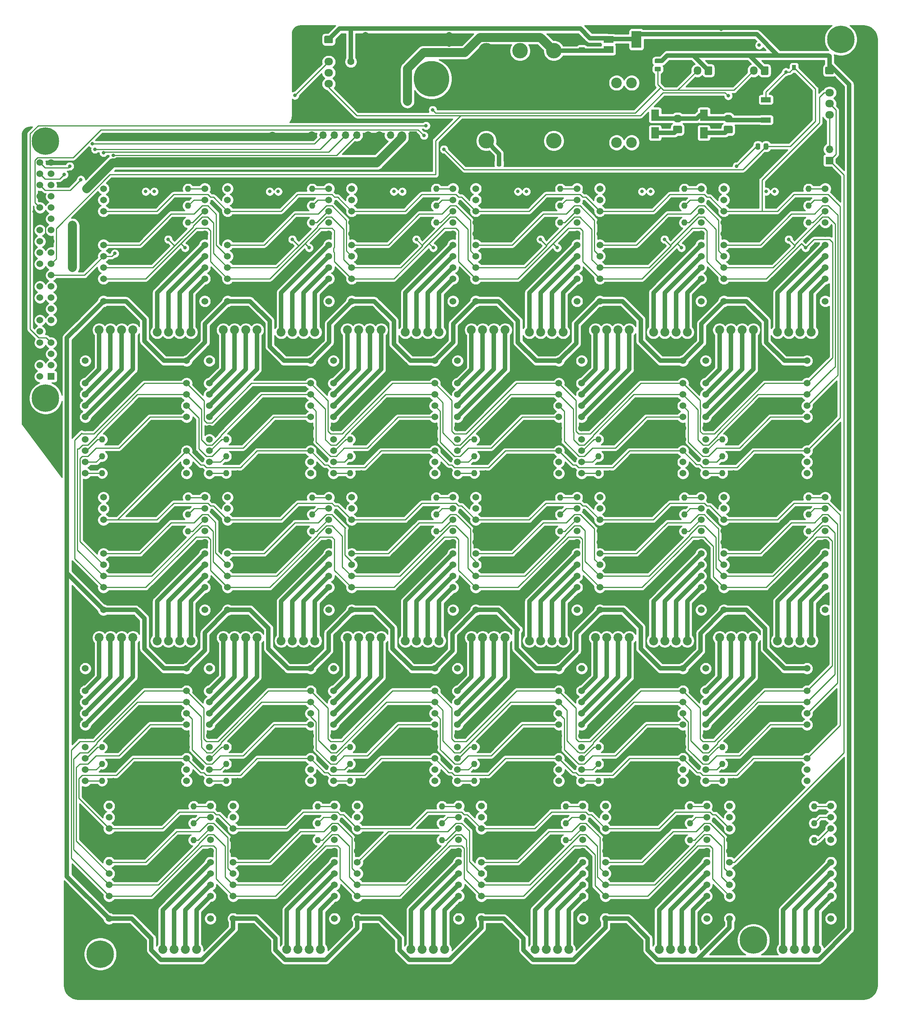
<source format=gbr>
%TF.GenerationSoftware,KiCad,Pcbnew,5.1.8-db9833491~88~ubuntu20.04.1*%
%TF.CreationDate,2020-12-02T17:03:32+01:00*%
%TF.ProjectId,motherboard,6d6f7468-6572-4626-9f61-72642e6b6963,rev?*%
%TF.SameCoordinates,Original*%
%TF.FileFunction,Copper,L1,Top*%
%TF.FilePolarity,Positive*%
%FSLAX46Y46*%
G04 Gerber Fmt 4.6, Leading zero omitted, Abs format (unit mm)*
G04 Created by KiCad (PCBNEW 5.1.8-db9833491~88~ubuntu20.04.1) date 2020-12-02 17:03:32*
%MOMM*%
%LPD*%
G01*
G04 APERTURE LIST*
%TA.AperFunction,ComponentPad*%
%ADD10C,3.500000*%
%TD*%
%TA.AperFunction,SMDPad,CuDef*%
%ADD11R,2.200000X3.800000*%
%TD*%
%TA.AperFunction,SMDPad,CuDef*%
%ADD12R,2.200000X1.500000*%
%TD*%
%TA.AperFunction,ComponentPad*%
%ADD13C,1.524000*%
%TD*%
%TA.AperFunction,ComponentPad*%
%ADD14C,6.200000*%
%TD*%
%TA.AperFunction,ComponentPad*%
%ADD15R,1.524000X1.524000*%
%TD*%
%TA.AperFunction,ComponentPad*%
%ADD16O,1.400000X3.400000*%
%TD*%
%TA.AperFunction,ComponentPad*%
%ADD17C,8.000000*%
%TD*%
%TA.AperFunction,ComponentPad*%
%ADD18O,1.700000X1.700000*%
%TD*%
%TA.AperFunction,ComponentPad*%
%ADD19R,1.700000X1.700000*%
%TD*%
%TA.AperFunction,SMDPad,CuDef*%
%ADD20R,1.800000X2.500000*%
%TD*%
%TA.AperFunction,SMDPad,CuDef*%
%ADD21R,0.900000X1.200000*%
%TD*%
%TA.AperFunction,SMDPad,CuDef*%
%ADD22R,6.400000X5.800000*%
%TD*%
%TA.AperFunction,SMDPad,CuDef*%
%ADD23R,2.200000X1.200000*%
%TD*%
%TA.AperFunction,ComponentPad*%
%ADD24O,2.000000X1.700000*%
%TD*%
%TA.AperFunction,ComponentPad*%
%ADD25O,1.950000X1.700000*%
%TD*%
%TA.AperFunction,ComponentPad*%
%ADD26C,2.020000*%
%TD*%
%TA.AperFunction,ComponentPad*%
%ADD27O,1.400000X1.400000*%
%TD*%
%TA.AperFunction,ComponentPad*%
%ADD28C,1.400000*%
%TD*%
%TA.AperFunction,ComponentPad*%
%ADD29O,1.700000X1.950000*%
%TD*%
%TA.AperFunction,ComponentPad*%
%ADD30C,2.400000*%
%TD*%
%TA.AperFunction,ViaPad*%
%ADD31C,1.600000*%
%TD*%
%TA.AperFunction,ViaPad*%
%ADD32C,3.200000*%
%TD*%
%TA.AperFunction,ViaPad*%
%ADD33C,0.800000*%
%TD*%
%TA.AperFunction,ViaPad*%
%ADD34C,2.000000*%
%TD*%
%TA.AperFunction,Conductor*%
%ADD35C,1.000000*%
%TD*%
%TA.AperFunction,Conductor*%
%ADD36C,2.000000*%
%TD*%
%TA.AperFunction,Conductor*%
%ADD37C,0.250000*%
%TD*%
%TA.AperFunction,Conductor*%
%ADD38C,0.254000*%
%TD*%
%TA.AperFunction,Conductor*%
%ADD39C,0.100000*%
%TD*%
G04 APERTURE END LIST*
D10*
%TO.P,U33,1*%
%TO.N,+48V*%
X147335000Y-93311000D03*
%TO.P,U33,6*%
%TO.N,+5V*%
X147335000Y-72991000D03*
%TO.P,U33,4*%
%TO.N,GND*%
X132095000Y-72991000D03*
%TO.P,U33,3*%
%TO.N,Net-(R93-Pad2)*%
X132095000Y-93311000D03*
%TO.P,U33,2*%
%TO.N,GND*%
X139715000Y-93311000D03*
%TO.P,U33,5*%
%TO.N,Net-(U33-Pad5)*%
X139715000Y-72991000D03*
%TD*%
D11*
%TO.P,U31,4*%
%TO.N,+3V3*%
X165979000Y-70451000D03*
D12*
%TO.P,U31,1*%
%TO.N,GND*%
X159679000Y-68151000D03*
%TO.P,U31,2*%
%TO.N,+3V3*%
X159679000Y-70451000D03*
%TO.P,U31,3*%
%TO.N,+5V*%
X159679000Y-72751000D03*
%TD*%
%TO.P,R93,2*%
%TO.N,Net-(R93-Pad2)*%
%TA.AperFunction,SMDPad,CuDef*%
G36*
G01*
X135505000Y-97940998D02*
X135505000Y-98841002D01*
G75*
G02*
X135255002Y-99091000I-249998J0D01*
G01*
X134729998Y-99091000D01*
G75*
G02*
X134480000Y-98841002I0J249998D01*
G01*
X134480000Y-97940998D01*
G75*
G02*
X134729998Y-97691000I249998J0D01*
G01*
X135255002Y-97691000D01*
G75*
G02*
X135505000Y-97940998I0J-249998D01*
G01*
G37*
%TD.AperFunction*%
%TO.P,R93,1*%
%TO.N,GND*%
%TA.AperFunction,SMDPad,CuDef*%
G36*
G01*
X137330000Y-97940998D02*
X137330000Y-98841002D01*
G75*
G02*
X137080002Y-99091000I-249998J0D01*
G01*
X136554998Y-99091000D01*
G75*
G02*
X136305000Y-98841002I0J249998D01*
G01*
X136305000Y-97940998D01*
G75*
G02*
X136554998Y-97691000I249998J0D01*
G01*
X137080002Y-97691000D01*
G75*
G02*
X137330000Y-97940998I0J-249998D01*
G01*
G37*
%TD.AperFunction*%
%TD*%
%TO.P,C2,2*%
%TO.N,GND*%
%TA.AperFunction,SMDPad,CuDef*%
G36*
G01*
X157208000Y-68731000D02*
X156258000Y-68731000D01*
G75*
G02*
X156008000Y-68481000I0J250000D01*
G01*
X156008000Y-67981000D01*
G75*
G02*
X156258000Y-67731000I250000J0D01*
G01*
X157208000Y-67731000D01*
G75*
G02*
X157458000Y-67981000I0J-250000D01*
G01*
X157458000Y-68481000D01*
G75*
G02*
X157208000Y-68731000I-250000J0D01*
G01*
G37*
%TD.AperFunction*%
%TO.P,C2,1*%
%TO.N,+3V3*%
%TA.AperFunction,SMDPad,CuDef*%
G36*
G01*
X157208000Y-70631000D02*
X156258000Y-70631000D01*
G75*
G02*
X156008000Y-70381000I0J250000D01*
G01*
X156008000Y-69881000D01*
G75*
G02*
X156258000Y-69631000I250000J0D01*
G01*
X157208000Y-69631000D01*
G75*
G02*
X157458000Y-69881000I0J-250000D01*
G01*
X157458000Y-70381000D01*
G75*
G02*
X157208000Y-70631000I-250000J0D01*
G01*
G37*
%TD.AperFunction*%
%TD*%
%TO.P,C1,2*%
%TO.N,GND*%
%TA.AperFunction,SMDPad,CuDef*%
G36*
G01*
X154160000Y-71271000D02*
X153210000Y-71271000D01*
G75*
G02*
X152960000Y-71021000I0J250000D01*
G01*
X152960000Y-70521000D01*
G75*
G02*
X153210000Y-70271000I250000J0D01*
G01*
X154160000Y-70271000D01*
G75*
G02*
X154410000Y-70521000I0J-250000D01*
G01*
X154410000Y-71021000D01*
G75*
G02*
X154160000Y-71271000I-250000J0D01*
G01*
G37*
%TD.AperFunction*%
%TO.P,C1,1*%
%TO.N,+5V*%
%TA.AperFunction,SMDPad,CuDef*%
G36*
G01*
X154160000Y-73171000D02*
X153210000Y-73171000D01*
G75*
G02*
X152960000Y-72921000I0J250000D01*
G01*
X152960000Y-72421000D01*
G75*
G02*
X153210000Y-72171000I250000J0D01*
G01*
X154160000Y-72171000D01*
G75*
G02*
X154410000Y-72421000I0J-250000D01*
G01*
X154410000Y-72921000D01*
G75*
G02*
X154160000Y-73171000I-250000J0D01*
G01*
G37*
%TD.AperFunction*%
%TD*%
D13*
%TO.P,U9,4*%
%TO.N,BUS_CLK*%
X176485000Y-150561000D03*
%TO.P,U9,3*%
%TO.N,CS*%
X176485000Y-148021000D03*
%TO.P,U9,2*%
%TO.N,GND*%
X176485000Y-145481000D03*
%TO.P,U9,1*%
%TO.N,+3V3*%
X176485000Y-142941000D03*
%TO.P,U9,5*%
%TO.N,/sheet5FAD5C80/DATA_IN*%
X176485000Y-153101000D03*
%TO.P,U9,6*%
%TO.N,/sheet5FAD5C81/DATA_IN*%
X176485000Y-155641000D03*
%TO.P,U9,7*%
%TO.N,GND*%
X176485000Y-158181000D03*
%TO.P,U9,8*%
X176485000Y-160721000D03*
%TO.P,U9,9*%
%TO.N,EN_DRV*%
X176485000Y-163261000D03*
%TO.P,U9,10*%
%TO.N,Net-(U9-Pad10)*%
X176485000Y-165801000D03*
%TO.P,U9,11*%
%TO.N,Net-(U9-Pad11)*%
X176485000Y-168341000D03*
%TO.P,U9,12*%
%TO.N,+48V*%
X153625000Y-142941000D03*
%TO.P,U9,13*%
%TO.N,GND*%
X153625000Y-145481000D03*
%TO.P,U9,14*%
%TO.N,Net-(J13-Pad1)*%
X153625000Y-148021000D03*
%TO.P,U9,15*%
%TO.N,Net-(J13-Pad2)*%
X153625000Y-150561000D03*
%TO.P,U9,16*%
%TO.N,Net-(J13-Pad3)*%
X153625000Y-153101000D03*
%TO.P,U9,17*%
%TO.N,Net-(J13-Pad4)*%
X153625000Y-155641000D03*
%TO.P,U9,18*%
%TO.N,GND*%
X153625000Y-158181000D03*
%TO.P,U9,19*%
%TO.N,Net-(U9-Pad19)*%
X153625000Y-160721000D03*
%TO.P,U9,20*%
%TO.N,Net-(R23-Pad2)*%
X153625000Y-163261000D03*
%TO.P,U9,21*%
%TO.N,Net-(R25-Pad2)*%
X153625000Y-165801000D03*
%TO.P,U9,22*%
%TO.N,Net-(R24-Pad2)*%
X153625000Y-168341000D03*
%TD*%
%TO.P,U7,4*%
%TO.N,BUS_CLK*%
X185735000Y-121886000D03*
%TO.P,U7,3*%
%TO.N,CS*%
X185735000Y-124426000D03*
%TO.P,U7,2*%
%TO.N,GND*%
X185735000Y-126966000D03*
%TO.P,U7,1*%
%TO.N,+3V3*%
X185735000Y-129506000D03*
%TO.P,U7,5*%
%TO.N,/sheet5F92CD21/DATA_IN*%
X185735000Y-119346000D03*
%TO.P,U7,6*%
%TO.N,/sheet5FAD5C7F/DATA_IN*%
X185735000Y-116806000D03*
%TO.P,U7,7*%
%TO.N,GND*%
X185735000Y-114266000D03*
%TO.P,U7,8*%
X185735000Y-111726000D03*
%TO.P,U7,9*%
%TO.N,EN_DRV*%
X185735000Y-109186000D03*
%TO.P,U7,10*%
%TO.N,Net-(U7-Pad10)*%
X185735000Y-106646000D03*
%TO.P,U7,11*%
%TO.N,Net-(U7-Pad11)*%
X185735000Y-104106000D03*
%TO.P,U7,12*%
%TO.N,+48V*%
X208595000Y-129506000D03*
%TO.P,U7,13*%
%TO.N,GND*%
X208595000Y-126966000D03*
%TO.P,U7,14*%
%TO.N,Net-(J11-Pad1)*%
X208595000Y-124426000D03*
%TO.P,U7,15*%
%TO.N,Net-(J11-Pad2)*%
X208595000Y-121886000D03*
%TO.P,U7,16*%
%TO.N,Net-(J11-Pad3)*%
X208595000Y-119346000D03*
%TO.P,U7,17*%
%TO.N,Net-(J11-Pad4)*%
X208595000Y-116806000D03*
%TO.P,U7,18*%
%TO.N,GND*%
X208595000Y-114266000D03*
%TO.P,U7,19*%
%TO.N,Net-(U7-Pad19)*%
X208595000Y-111726000D03*
%TO.P,U7,20*%
%TO.N,Net-(R17-Pad2)*%
X208595000Y-109186000D03*
%TO.P,U7,21*%
%TO.N,Net-(R19-Pad2)*%
X208595000Y-106646000D03*
%TO.P,U7,22*%
%TO.N,Net-(R18-Pad2)*%
X208595000Y-104106000D03*
%TD*%
%TO.P,U8,4*%
%TO.N,BUS_CLK*%
X204485000Y-150561000D03*
%TO.P,U8,3*%
%TO.N,CS*%
X204485000Y-148021000D03*
%TO.P,U8,2*%
%TO.N,GND*%
X204485000Y-145481000D03*
%TO.P,U8,1*%
%TO.N,+3V3*%
X204485000Y-142941000D03*
%TO.P,U8,5*%
%TO.N,/sheet5FAD5C7F/DATA_IN*%
X204485000Y-153101000D03*
%TO.P,U8,6*%
%TO.N,/sheet5FAD5C80/DATA_IN*%
X204485000Y-155641000D03*
%TO.P,U8,7*%
%TO.N,GND*%
X204485000Y-158181000D03*
%TO.P,U8,8*%
X204485000Y-160721000D03*
%TO.P,U8,9*%
%TO.N,EN_DRV*%
X204485000Y-163261000D03*
%TO.P,U8,10*%
%TO.N,Net-(U8-Pad10)*%
X204485000Y-165801000D03*
%TO.P,U8,11*%
%TO.N,Net-(U8-Pad11)*%
X204485000Y-168341000D03*
%TO.P,U8,12*%
%TO.N,+48V*%
X181625000Y-142941000D03*
%TO.P,U8,13*%
%TO.N,GND*%
X181625000Y-145481000D03*
%TO.P,U8,14*%
%TO.N,Net-(J12-Pad1)*%
X181625000Y-148021000D03*
%TO.P,U8,15*%
%TO.N,Net-(J12-Pad2)*%
X181625000Y-150561000D03*
%TO.P,U8,16*%
%TO.N,Net-(J12-Pad3)*%
X181625000Y-153101000D03*
%TO.P,U8,17*%
%TO.N,Net-(J12-Pad4)*%
X181625000Y-155641000D03*
%TO.P,U8,18*%
%TO.N,GND*%
X181625000Y-158181000D03*
%TO.P,U8,19*%
%TO.N,Net-(U8-Pad19)*%
X181625000Y-160721000D03*
%TO.P,U8,20*%
%TO.N,Net-(R20-Pad2)*%
X181625000Y-163261000D03*
%TO.P,U8,21*%
%TO.N,Net-(R22-Pad2)*%
X181625000Y-165801000D03*
%TO.P,U8,22*%
%TO.N,Net-(R21-Pad2)*%
X181625000Y-168341000D03*
%TD*%
%TO.P,U11,4*%
%TO.N,BUS_CLK*%
X120485000Y-150561000D03*
%TO.P,U11,3*%
%TO.N,CS*%
X120485000Y-148021000D03*
%TO.P,U11,2*%
%TO.N,GND*%
X120485000Y-145481000D03*
%TO.P,U11,1*%
%TO.N,+3V3*%
X120485000Y-142941000D03*
%TO.P,U11,5*%
%TO.N,/sheet5FAD5C82/DATA_IN*%
X120485000Y-153101000D03*
%TO.P,U11,6*%
%TO.N,/sheet5FAD5C83/DATA_IN*%
X120485000Y-155641000D03*
%TO.P,U11,7*%
%TO.N,GND*%
X120485000Y-158181000D03*
%TO.P,U11,8*%
X120485000Y-160721000D03*
%TO.P,U11,9*%
%TO.N,EN_DRV*%
X120485000Y-163261000D03*
%TO.P,U11,10*%
%TO.N,Net-(U11-Pad10)*%
X120485000Y-165801000D03*
%TO.P,U11,11*%
%TO.N,Net-(U11-Pad11)*%
X120485000Y-168341000D03*
%TO.P,U11,12*%
%TO.N,+48V*%
X97625000Y-142941000D03*
%TO.P,U11,13*%
%TO.N,GND*%
X97625000Y-145481000D03*
%TO.P,U11,14*%
%TO.N,Net-(J15-Pad1)*%
X97625000Y-148021000D03*
%TO.P,U11,15*%
%TO.N,Net-(J15-Pad2)*%
X97625000Y-150561000D03*
%TO.P,U11,16*%
%TO.N,Net-(J15-Pad3)*%
X97625000Y-153101000D03*
%TO.P,U11,17*%
%TO.N,Net-(J15-Pad4)*%
X97625000Y-155641000D03*
%TO.P,U11,18*%
%TO.N,GND*%
X97625000Y-158181000D03*
%TO.P,U11,19*%
%TO.N,Net-(U11-Pad19)*%
X97625000Y-160721000D03*
%TO.P,U11,20*%
%TO.N,Net-(R29-Pad2)*%
X97625000Y-163261000D03*
%TO.P,U11,21*%
%TO.N,Net-(R31-Pad2)*%
X97625000Y-165801000D03*
%TO.P,U11,22*%
%TO.N,Net-(R30-Pad2)*%
X97625000Y-168341000D03*
%TD*%
%TO.P,U19,4*%
%TO.N,BUS_CLK*%
X185735000Y-191536000D03*
%TO.P,U19,3*%
%TO.N,CS*%
X185735000Y-194076000D03*
%TO.P,U19,2*%
%TO.N,GND*%
X185735000Y-196616000D03*
%TO.P,U19,1*%
%TO.N,+3V3*%
X185735000Y-199156000D03*
%TO.P,U19,5*%
%TO.N,/sheet5FAD95D8/DATA_IN*%
X185735000Y-188996000D03*
%TO.P,U19,6*%
%TO.N,/sheet5FAD95D9/DATA_IN*%
X185735000Y-186456000D03*
%TO.P,U19,7*%
%TO.N,GND*%
X185735000Y-183916000D03*
%TO.P,U19,8*%
X185735000Y-181376000D03*
%TO.P,U19,9*%
%TO.N,EN_DRV*%
X185735000Y-178836000D03*
%TO.P,U19,10*%
%TO.N,Net-(U19-Pad10)*%
X185735000Y-176296000D03*
%TO.P,U19,11*%
%TO.N,Net-(U19-Pad11)*%
X185735000Y-173756000D03*
%TO.P,U19,12*%
%TO.N,+48V*%
X208595000Y-199156000D03*
%TO.P,U19,13*%
%TO.N,GND*%
X208595000Y-196616000D03*
%TO.P,U19,14*%
%TO.N,Net-(J23-Pad1)*%
X208595000Y-194076000D03*
%TO.P,U19,15*%
%TO.N,Net-(J23-Pad2)*%
X208595000Y-191536000D03*
%TO.P,U19,16*%
%TO.N,Net-(J23-Pad3)*%
X208595000Y-188996000D03*
%TO.P,U19,17*%
%TO.N,Net-(J23-Pad4)*%
X208595000Y-186456000D03*
%TO.P,U19,18*%
%TO.N,GND*%
X208595000Y-183916000D03*
%TO.P,U19,19*%
%TO.N,Net-(U19-Pad19)*%
X208595000Y-181376000D03*
%TO.P,U19,20*%
%TO.N,Net-(R53-Pad2)*%
X208595000Y-178836000D03*
%TO.P,U19,21*%
%TO.N,Net-(R55-Pad2)*%
X208595000Y-176296000D03*
%TO.P,U19,22*%
%TO.N,Net-(R54-Pad2)*%
X208595000Y-173756000D03*
%TD*%
%TO.P,U18,4*%
%TO.N,BUS_CLK*%
X157735000Y-191536000D03*
%TO.P,U18,3*%
%TO.N,CS*%
X157735000Y-194076000D03*
%TO.P,U18,2*%
%TO.N,GND*%
X157735000Y-196616000D03*
%TO.P,U18,1*%
%TO.N,+3V3*%
X157735000Y-199156000D03*
%TO.P,U18,5*%
%TO.N,/sheet5FAD7676/DATA_IN*%
X157735000Y-188996000D03*
%TO.P,U18,6*%
%TO.N,/sheet5FAD95D8/DATA_IN*%
X157735000Y-186456000D03*
%TO.P,U18,7*%
%TO.N,GND*%
X157735000Y-183916000D03*
%TO.P,U18,8*%
X157735000Y-181376000D03*
%TO.P,U18,9*%
%TO.N,EN_DRV*%
X157735000Y-178836000D03*
%TO.P,U18,10*%
%TO.N,Net-(U18-Pad10)*%
X157735000Y-176296000D03*
%TO.P,U18,11*%
%TO.N,Net-(U18-Pad11)*%
X157735000Y-173756000D03*
%TO.P,U18,12*%
%TO.N,+48V*%
X180595000Y-199156000D03*
%TO.P,U18,13*%
%TO.N,GND*%
X180595000Y-196616000D03*
%TO.P,U18,14*%
%TO.N,Net-(J22-Pad1)*%
X180595000Y-194076000D03*
%TO.P,U18,15*%
%TO.N,Net-(J22-Pad2)*%
X180595000Y-191536000D03*
%TO.P,U18,16*%
%TO.N,Net-(J22-Pad3)*%
X180595000Y-188996000D03*
%TO.P,U18,17*%
%TO.N,Net-(J22-Pad4)*%
X180595000Y-186456000D03*
%TO.P,U18,18*%
%TO.N,GND*%
X180595000Y-183916000D03*
%TO.P,U18,19*%
%TO.N,Net-(U18-Pad19)*%
X180595000Y-181376000D03*
%TO.P,U18,20*%
%TO.N,Net-(R50-Pad2)*%
X180595000Y-178836000D03*
%TO.P,U18,21*%
%TO.N,Net-(R52-Pad2)*%
X180595000Y-176296000D03*
%TO.P,U18,22*%
%TO.N,Net-(R51-Pad2)*%
X180595000Y-173756000D03*
%TD*%
%TO.P,U17,4*%
%TO.N,BUS_CLK*%
X129735000Y-191536000D03*
%TO.P,U17,3*%
%TO.N,CS*%
X129735000Y-194076000D03*
%TO.P,U17,2*%
%TO.N,GND*%
X129735000Y-196616000D03*
%TO.P,U17,1*%
%TO.N,+3V3*%
X129735000Y-199156000D03*
%TO.P,U17,5*%
%TO.N,/sheet5FAD7675/DATA_IN*%
X129735000Y-188996000D03*
%TO.P,U17,6*%
%TO.N,/sheet5FAD7676/DATA_IN*%
X129735000Y-186456000D03*
%TO.P,U17,7*%
%TO.N,GND*%
X129735000Y-183916000D03*
%TO.P,U17,8*%
X129735000Y-181376000D03*
%TO.P,U17,9*%
%TO.N,EN_DRV*%
X129735000Y-178836000D03*
%TO.P,U17,10*%
%TO.N,Net-(U17-Pad10)*%
X129735000Y-176296000D03*
%TO.P,U17,11*%
%TO.N,Net-(U17-Pad11)*%
X129735000Y-173756000D03*
%TO.P,U17,12*%
%TO.N,+48V*%
X152595000Y-199156000D03*
%TO.P,U17,13*%
%TO.N,GND*%
X152595000Y-196616000D03*
%TO.P,U17,14*%
%TO.N,Net-(J21-Pad1)*%
X152595000Y-194076000D03*
%TO.P,U17,15*%
%TO.N,Net-(J21-Pad2)*%
X152595000Y-191536000D03*
%TO.P,U17,16*%
%TO.N,Net-(J21-Pad3)*%
X152595000Y-188996000D03*
%TO.P,U17,17*%
%TO.N,Net-(J21-Pad4)*%
X152595000Y-186456000D03*
%TO.P,U17,18*%
%TO.N,GND*%
X152595000Y-183916000D03*
%TO.P,U17,19*%
%TO.N,Net-(U17-Pad19)*%
X152595000Y-181376000D03*
%TO.P,U17,20*%
%TO.N,Net-(R47-Pad2)*%
X152595000Y-178836000D03*
%TO.P,U17,21*%
%TO.N,Net-(R49-Pad2)*%
X152595000Y-176296000D03*
%TO.P,U17,22*%
%TO.N,Net-(R48-Pad2)*%
X152595000Y-173756000D03*
%TD*%
%TO.P,U22,4*%
%TO.N,BUS_CLK*%
X148485000Y-219976000D03*
%TO.P,U22,3*%
%TO.N,CS*%
X148485000Y-217436000D03*
%TO.P,U22,2*%
%TO.N,GND*%
X148485000Y-214896000D03*
%TO.P,U22,1*%
%TO.N,+3V3*%
X148485000Y-212356000D03*
%TO.P,U22,5*%
%TO.N,/sheet5FAD95DB/DATA_IN*%
X148485000Y-222516000D03*
%TO.P,U22,6*%
%TO.N,/sheet5FAD95DC/DATA_IN*%
X148485000Y-225056000D03*
%TO.P,U22,7*%
%TO.N,GND*%
X148485000Y-227596000D03*
%TO.P,U22,8*%
X148485000Y-230136000D03*
%TO.P,U22,9*%
%TO.N,EN_DRV*%
X148485000Y-232676000D03*
%TO.P,U22,10*%
%TO.N,Net-(U22-Pad10)*%
X148485000Y-235216000D03*
%TO.P,U22,11*%
%TO.N,Net-(U22-Pad11)*%
X148485000Y-237756000D03*
%TO.P,U22,12*%
%TO.N,+48V*%
X125625000Y-212356000D03*
%TO.P,U22,13*%
%TO.N,GND*%
X125625000Y-214896000D03*
%TO.P,U22,14*%
%TO.N,Net-(J26-Pad1)*%
X125625000Y-217436000D03*
%TO.P,U22,15*%
%TO.N,Net-(J26-Pad2)*%
X125625000Y-219976000D03*
%TO.P,U22,16*%
%TO.N,Net-(J26-Pad3)*%
X125625000Y-222516000D03*
%TO.P,U22,17*%
%TO.N,Net-(J26-Pad4)*%
X125625000Y-225056000D03*
%TO.P,U22,18*%
%TO.N,GND*%
X125625000Y-227596000D03*
%TO.P,U22,19*%
%TO.N,Net-(U22-Pad19)*%
X125625000Y-230136000D03*
%TO.P,U22,20*%
%TO.N,Net-(R62-Pad2)*%
X125625000Y-232676000D03*
%TO.P,U22,21*%
%TO.N,Net-(R64-Pad2)*%
X125625000Y-235216000D03*
%TO.P,U22,22*%
%TO.N,Net-(R63-Pad2)*%
X125625000Y-237756000D03*
%TD*%
%TO.P,U24,4*%
%TO.N,BUS_CLK*%
X92485000Y-219976000D03*
%TO.P,U24,3*%
%TO.N,CS*%
X92485000Y-217436000D03*
%TO.P,U24,2*%
%TO.N,GND*%
X92485000Y-214896000D03*
%TO.P,U24,1*%
%TO.N,+3V3*%
X92485000Y-212356000D03*
%TO.P,U24,5*%
%TO.N,/sheet5FAD95DD/DATA_IN*%
X92485000Y-222516000D03*
%TO.P,U24,6*%
%TO.N,/sheet5FADBB95/DATA_IN*%
X92485000Y-225056000D03*
%TO.P,U24,7*%
%TO.N,GND*%
X92485000Y-227596000D03*
%TO.P,U24,8*%
X92485000Y-230136000D03*
%TO.P,U24,9*%
%TO.N,EN_DRV*%
X92485000Y-232676000D03*
%TO.P,U24,10*%
%TO.N,Net-(U24-Pad10)*%
X92485000Y-235216000D03*
%TO.P,U24,11*%
%TO.N,Net-(U24-Pad11)*%
X92485000Y-237756000D03*
%TO.P,U24,12*%
%TO.N,+48V*%
X69625000Y-212356000D03*
%TO.P,U24,13*%
%TO.N,GND*%
X69625000Y-214896000D03*
%TO.P,U24,14*%
%TO.N,Net-(J28-Pad1)*%
X69625000Y-217436000D03*
%TO.P,U24,15*%
%TO.N,Net-(J28-Pad2)*%
X69625000Y-219976000D03*
%TO.P,U24,16*%
%TO.N,Net-(J28-Pad3)*%
X69625000Y-222516000D03*
%TO.P,U24,17*%
%TO.N,Net-(J28-Pad4)*%
X69625000Y-225056000D03*
%TO.P,U24,18*%
%TO.N,GND*%
X69625000Y-227596000D03*
%TO.P,U24,19*%
%TO.N,Net-(U24-Pad19)*%
X69625000Y-230136000D03*
%TO.P,U24,20*%
%TO.N,Net-(R68-Pad2)*%
X69625000Y-232676000D03*
%TO.P,U24,21*%
%TO.N,Net-(R70-Pad2)*%
X69625000Y-235216000D03*
%TO.P,U24,22*%
%TO.N,Net-(R69-Pad2)*%
X69625000Y-237756000D03*
%TD*%
%TO.P,U23,4*%
%TO.N,BUS_CLK*%
X120485000Y-219976000D03*
%TO.P,U23,3*%
%TO.N,CS*%
X120485000Y-217436000D03*
%TO.P,U23,2*%
%TO.N,GND*%
X120485000Y-214896000D03*
%TO.P,U23,1*%
%TO.N,+3V3*%
X120485000Y-212356000D03*
%TO.P,U23,5*%
%TO.N,/sheet5FAD95DC/DATA_IN*%
X120485000Y-222516000D03*
%TO.P,U23,6*%
%TO.N,/sheet5FAD95DD/DATA_IN*%
X120485000Y-225056000D03*
%TO.P,U23,7*%
%TO.N,GND*%
X120485000Y-227596000D03*
%TO.P,U23,8*%
X120485000Y-230136000D03*
%TO.P,U23,9*%
%TO.N,EN_DRV*%
X120485000Y-232676000D03*
%TO.P,U23,10*%
%TO.N,Net-(U23-Pad10)*%
X120485000Y-235216000D03*
%TO.P,U23,11*%
%TO.N,Net-(U23-Pad11)*%
X120485000Y-237756000D03*
%TO.P,U23,12*%
%TO.N,+48V*%
X97625000Y-212356000D03*
%TO.P,U23,13*%
%TO.N,GND*%
X97625000Y-214896000D03*
%TO.P,U23,14*%
%TO.N,Net-(J27-Pad1)*%
X97625000Y-217436000D03*
%TO.P,U23,15*%
%TO.N,Net-(J27-Pad2)*%
X97625000Y-219976000D03*
%TO.P,U23,16*%
%TO.N,Net-(J27-Pad3)*%
X97625000Y-222516000D03*
%TO.P,U23,17*%
%TO.N,Net-(J27-Pad4)*%
X97625000Y-225056000D03*
%TO.P,U23,18*%
%TO.N,GND*%
X97625000Y-227596000D03*
%TO.P,U23,19*%
%TO.N,Net-(U23-Pad19)*%
X97625000Y-230136000D03*
%TO.P,U23,20*%
%TO.N,Net-(R65-Pad2)*%
X97625000Y-232676000D03*
%TO.P,U23,21*%
%TO.N,Net-(R67-Pad2)*%
X97625000Y-235216000D03*
%TO.P,U23,22*%
%TO.N,Net-(R66-Pad2)*%
X97625000Y-237756000D03*
%TD*%
%TO.P,U30,4*%
%TO.N,BUS_CLK*%
X159005000Y-261186000D03*
%TO.P,U30,3*%
%TO.N,CS*%
X159005000Y-263726000D03*
%TO.P,U30,2*%
%TO.N,GND*%
X159005000Y-266266000D03*
%TO.P,U30,1*%
%TO.N,+3V3*%
X159005000Y-268806000D03*
%TO.P,U30,5*%
%TO.N,/sheet5FADBB9A/DATA_IN*%
X159005000Y-258646000D03*
%TO.P,U30,6*%
%TO.N,/sheet5FAD7671/DATA_IN*%
X159005000Y-256106000D03*
%TO.P,U30,7*%
%TO.N,GND*%
X159005000Y-253566000D03*
%TO.P,U30,8*%
X159005000Y-251026000D03*
%TO.P,U30,9*%
%TO.N,EN_DRV*%
X159005000Y-248486000D03*
%TO.P,U30,10*%
%TO.N,Net-(U30-Pad10)*%
X159005000Y-245946000D03*
%TO.P,U30,11*%
%TO.N,Net-(U30-Pad11)*%
X159005000Y-243406000D03*
%TO.P,U30,12*%
%TO.N,+48V*%
X181865000Y-268806000D03*
%TO.P,U30,13*%
%TO.N,GND*%
X181865000Y-266266000D03*
%TO.P,U30,14*%
%TO.N,Net-(J34-Pad1)*%
X181865000Y-263726000D03*
%TO.P,U30,15*%
%TO.N,Net-(J34-Pad2)*%
X181865000Y-261186000D03*
%TO.P,U30,16*%
%TO.N,Net-(J34-Pad3)*%
X181865000Y-258646000D03*
%TO.P,U30,17*%
%TO.N,Net-(J34-Pad4)*%
X181865000Y-256106000D03*
%TO.P,U30,18*%
%TO.N,GND*%
X181865000Y-253566000D03*
%TO.P,U30,19*%
%TO.N,Net-(U30-Pad19)*%
X181865000Y-251026000D03*
%TO.P,U30,20*%
%TO.N,Net-(R86-Pad2)*%
X181865000Y-248486000D03*
%TO.P,U30,21*%
%TO.N,Net-(R88-Pad2)*%
X181865000Y-245946000D03*
%TO.P,U30,22*%
%TO.N,Net-(R87-Pad2)*%
X181865000Y-243406000D03*
%TD*%
%TO.P,U29,4*%
%TO.N,BUS_CLK*%
X131005000Y-261186000D03*
%TO.P,U29,3*%
%TO.N,CS*%
X131005000Y-263726000D03*
%TO.P,U29,2*%
%TO.N,GND*%
X131005000Y-266266000D03*
%TO.P,U29,1*%
%TO.N,+3V3*%
X131005000Y-268806000D03*
%TO.P,U29,5*%
%TO.N,/sheet5FADBB99/DATA_IN*%
X131005000Y-258646000D03*
%TO.P,U29,6*%
%TO.N,/sheet5FADBB9A/DATA_IN*%
X131005000Y-256106000D03*
%TO.P,U29,7*%
%TO.N,GND*%
X131005000Y-253566000D03*
%TO.P,U29,8*%
X131005000Y-251026000D03*
%TO.P,U29,9*%
%TO.N,EN_DRV*%
X131005000Y-248486000D03*
%TO.P,U29,10*%
%TO.N,Net-(U29-Pad10)*%
X131005000Y-245946000D03*
%TO.P,U29,11*%
%TO.N,Net-(U29-Pad11)*%
X131005000Y-243406000D03*
%TO.P,U29,12*%
%TO.N,+48V*%
X153865000Y-268806000D03*
%TO.P,U29,13*%
%TO.N,GND*%
X153865000Y-266266000D03*
%TO.P,U29,14*%
%TO.N,Net-(J33-Pad1)*%
X153865000Y-263726000D03*
%TO.P,U29,15*%
%TO.N,Net-(J33-Pad2)*%
X153865000Y-261186000D03*
%TO.P,U29,16*%
%TO.N,Net-(J33-Pad3)*%
X153865000Y-258646000D03*
%TO.P,U29,17*%
%TO.N,Net-(J33-Pad4)*%
X153865000Y-256106000D03*
%TO.P,U29,18*%
%TO.N,GND*%
X153865000Y-253566000D03*
%TO.P,U29,19*%
%TO.N,Net-(U29-Pad19)*%
X153865000Y-251026000D03*
%TO.P,U29,20*%
%TO.N,Net-(R83-Pad2)*%
X153865000Y-248486000D03*
%TO.P,U29,21*%
%TO.N,Net-(R85-Pad2)*%
X153865000Y-245946000D03*
%TO.P,U29,22*%
%TO.N,Net-(R84-Pad2)*%
X153865000Y-243406000D03*
%TD*%
%TO.P,U25,4*%
%TO.N,BUS_CLK*%
X64485000Y-219976000D03*
%TO.P,U25,3*%
%TO.N,CS*%
X64485000Y-217436000D03*
%TO.P,U25,2*%
%TO.N,GND*%
X64485000Y-214896000D03*
%TO.P,U25,1*%
%TO.N,+3V3*%
X64485000Y-212356000D03*
%TO.P,U25,5*%
%TO.N,/sheet5FADBB95/DATA_IN*%
X64485000Y-222516000D03*
%TO.P,U25,6*%
%TO.N,/sheet5FADBB96/DATA_IN*%
X64485000Y-225056000D03*
%TO.P,U25,7*%
%TO.N,GND*%
X64485000Y-227596000D03*
%TO.P,U25,8*%
X64485000Y-230136000D03*
%TO.P,U25,9*%
%TO.N,EN_DRV*%
X64485000Y-232676000D03*
%TO.P,U25,10*%
%TO.N,Net-(U25-Pad10)*%
X64485000Y-235216000D03*
%TO.P,U25,11*%
%TO.N,Net-(U25-Pad11)*%
X64485000Y-237756000D03*
%TO.P,U25,12*%
%TO.N,+48V*%
X41625000Y-212356000D03*
%TO.P,U25,13*%
%TO.N,GND*%
X41625000Y-214896000D03*
%TO.P,U25,14*%
%TO.N,Net-(J29-Pad1)*%
X41625000Y-217436000D03*
%TO.P,U25,15*%
%TO.N,Net-(J29-Pad2)*%
X41625000Y-219976000D03*
%TO.P,U25,16*%
%TO.N,Net-(J29-Pad3)*%
X41625000Y-222516000D03*
%TO.P,U25,17*%
%TO.N,Net-(J29-Pad4)*%
X41625000Y-225056000D03*
%TO.P,U25,18*%
%TO.N,GND*%
X41625000Y-227596000D03*
%TO.P,U25,19*%
%TO.N,Net-(U25-Pad19)*%
X41625000Y-230136000D03*
%TO.P,U25,20*%
%TO.N,Net-(R71-Pad2)*%
X41625000Y-232676000D03*
%TO.P,U25,21*%
%TO.N,Net-(R73-Pad2)*%
X41625000Y-235216000D03*
%TO.P,U25,22*%
%TO.N,Net-(R72-Pad2)*%
X41625000Y-237756000D03*
%TD*%
%TO.P,U2,4*%
%TO.N,BUS_CLK*%
X45735000Y-121886000D03*
%TO.P,U2,3*%
%TO.N,CS*%
X45735000Y-124426000D03*
%TO.P,U2,2*%
%TO.N,GND*%
X45735000Y-126966000D03*
%TO.P,U2,1*%
%TO.N,+3V3*%
X45735000Y-129506000D03*
%TO.P,U2,5*%
%TO.N,/MOSI*%
X45735000Y-119346000D03*
%TO.P,U2,6*%
%TO.N,/sheet5F91370A/DATA_IN*%
X45735000Y-116806000D03*
%TO.P,U2,7*%
%TO.N,GND*%
X45735000Y-114266000D03*
%TO.P,U2,8*%
X45735000Y-111726000D03*
%TO.P,U2,9*%
%TO.N,EN_DRV*%
X45735000Y-109186000D03*
%TO.P,U2,10*%
%TO.N,Net-(U2-Pad10)*%
X45735000Y-106646000D03*
%TO.P,U2,11*%
%TO.N,Net-(U2-Pad11)*%
X45735000Y-104106000D03*
%TO.P,U2,12*%
%TO.N,+48V*%
X68595000Y-129506000D03*
%TO.P,U2,13*%
%TO.N,GND*%
X68595000Y-126966000D03*
%TO.P,U2,14*%
%TO.N,Net-(J6-Pad1)*%
X68595000Y-124426000D03*
%TO.P,U2,15*%
%TO.N,Net-(J6-Pad2)*%
X68595000Y-121886000D03*
%TO.P,U2,16*%
%TO.N,Net-(J6-Pad3)*%
X68595000Y-119346000D03*
%TO.P,U2,17*%
%TO.N,Net-(J6-Pad4)*%
X68595000Y-116806000D03*
%TO.P,U2,18*%
%TO.N,GND*%
X68595000Y-114266000D03*
%TO.P,U2,19*%
%TO.N,Net-(U2-Pad19)*%
X68595000Y-111726000D03*
%TO.P,U2,20*%
%TO.N,Net-(R2-Pad2)*%
X68595000Y-109186000D03*
%TO.P,U2,21*%
%TO.N,Net-(R4-Pad2)*%
X68595000Y-106646000D03*
%TO.P,U2,22*%
%TO.N,Net-(R3-Pad2)*%
X68595000Y-104106000D03*
%TD*%
%TO.P,U32,4*%
%TO.N,BUS_CLK*%
X187005000Y-261186000D03*
%TO.P,U32,3*%
%TO.N,CS*%
X187005000Y-263726000D03*
%TO.P,U32,2*%
%TO.N,GND*%
X187005000Y-266266000D03*
%TO.P,U32,1*%
%TO.N,+3V3*%
X187005000Y-268806000D03*
%TO.P,U32,5*%
%TO.N,/sheet5FAD7671/DATA_IN*%
X187005000Y-258646000D03*
%TO.P,U32,6*%
%TO.N,/sheet5FAD7671/DATA_OUT*%
X187005000Y-256106000D03*
%TO.P,U32,7*%
%TO.N,GND*%
X187005000Y-253566000D03*
%TO.P,U32,8*%
X187005000Y-251026000D03*
%TO.P,U32,9*%
%TO.N,EN_DRV*%
X187005000Y-248486000D03*
%TO.P,U32,10*%
%TO.N,Net-(U32-Pad10)*%
X187005000Y-245946000D03*
%TO.P,U32,11*%
%TO.N,Net-(U32-Pad11)*%
X187005000Y-243406000D03*
%TO.P,U32,12*%
%TO.N,+48V*%
X209865000Y-268806000D03*
%TO.P,U32,13*%
%TO.N,GND*%
X209865000Y-266266000D03*
%TO.P,U32,14*%
%TO.N,Net-(J35-Pad1)*%
X209865000Y-263726000D03*
%TO.P,U32,15*%
%TO.N,Net-(J35-Pad2)*%
X209865000Y-261186000D03*
%TO.P,U32,16*%
%TO.N,Net-(J35-Pad3)*%
X209865000Y-258646000D03*
%TO.P,U32,17*%
%TO.N,Net-(J35-Pad4)*%
X209865000Y-256106000D03*
%TO.P,U32,18*%
%TO.N,GND*%
X209865000Y-253566000D03*
%TO.P,U32,19*%
%TO.N,Net-(U32-Pad19)*%
X209865000Y-251026000D03*
%TO.P,U32,20*%
%TO.N,Net-(R89-Pad2)*%
X209865000Y-248486000D03*
%TO.P,U32,21*%
%TO.N,Net-(R91-Pad2)*%
X209865000Y-245946000D03*
%TO.P,U32,22*%
%TO.N,Net-(R90-Pad2)*%
X209865000Y-243406000D03*
%TD*%
%TO.P,U28,4*%
%TO.N,BUS_CLK*%
X103005000Y-261186000D03*
%TO.P,U28,3*%
%TO.N,CS*%
X103005000Y-263726000D03*
%TO.P,U28,2*%
%TO.N,GND*%
X103005000Y-266266000D03*
%TO.P,U28,1*%
%TO.N,+3V3*%
X103005000Y-268806000D03*
%TO.P,U28,5*%
%TO.N,/sheet5FADBB98/DATA_IN*%
X103005000Y-258646000D03*
%TO.P,U28,6*%
%TO.N,/sheet5FADBB99/DATA_IN*%
X103005000Y-256106000D03*
%TO.P,U28,7*%
%TO.N,GND*%
X103005000Y-253566000D03*
%TO.P,U28,8*%
X103005000Y-251026000D03*
%TO.P,U28,9*%
%TO.N,EN_DRV*%
X103005000Y-248486000D03*
%TO.P,U28,10*%
%TO.N,Net-(U28-Pad10)*%
X103005000Y-245946000D03*
%TO.P,U28,11*%
%TO.N,Net-(U28-Pad11)*%
X103005000Y-243406000D03*
%TO.P,U28,12*%
%TO.N,+48V*%
X125865000Y-268806000D03*
%TO.P,U28,13*%
%TO.N,GND*%
X125865000Y-266266000D03*
%TO.P,U28,14*%
%TO.N,Net-(J32-Pad1)*%
X125865000Y-263726000D03*
%TO.P,U28,15*%
%TO.N,Net-(J32-Pad2)*%
X125865000Y-261186000D03*
%TO.P,U28,16*%
%TO.N,Net-(J32-Pad3)*%
X125865000Y-258646000D03*
%TO.P,U28,17*%
%TO.N,Net-(J32-Pad4)*%
X125865000Y-256106000D03*
%TO.P,U28,18*%
%TO.N,GND*%
X125865000Y-253566000D03*
%TO.P,U28,19*%
%TO.N,Net-(U28-Pad19)*%
X125865000Y-251026000D03*
%TO.P,U28,20*%
%TO.N,Net-(R80-Pad2)*%
X125865000Y-248486000D03*
%TO.P,U28,21*%
%TO.N,Net-(R82-Pad2)*%
X125865000Y-245946000D03*
%TO.P,U28,22*%
%TO.N,Net-(R81-Pad2)*%
X125865000Y-243406000D03*
%TD*%
%TO.P,U27,4*%
%TO.N,BUS_CLK*%
X75005000Y-261186000D03*
%TO.P,U27,3*%
%TO.N,CS*%
X75005000Y-263726000D03*
%TO.P,U27,2*%
%TO.N,GND*%
X75005000Y-266266000D03*
%TO.P,U27,1*%
%TO.N,+3V3*%
X75005000Y-268806000D03*
%TO.P,U27,5*%
%TO.N,/sheet5FADBB97/DATA_IN*%
X75005000Y-258646000D03*
%TO.P,U27,6*%
%TO.N,/sheet5FADBB98/DATA_IN*%
X75005000Y-256106000D03*
%TO.P,U27,7*%
%TO.N,GND*%
X75005000Y-253566000D03*
%TO.P,U27,8*%
X75005000Y-251026000D03*
%TO.P,U27,9*%
%TO.N,EN_DRV*%
X75005000Y-248486000D03*
%TO.P,U27,10*%
%TO.N,Net-(U27-Pad10)*%
X75005000Y-245946000D03*
%TO.P,U27,11*%
%TO.N,Net-(U27-Pad11)*%
X75005000Y-243406000D03*
%TO.P,U27,12*%
%TO.N,+48V*%
X97865000Y-268806000D03*
%TO.P,U27,13*%
%TO.N,GND*%
X97865000Y-266266000D03*
%TO.P,U27,14*%
%TO.N,Net-(J31-Pad1)*%
X97865000Y-263726000D03*
%TO.P,U27,15*%
%TO.N,Net-(J31-Pad2)*%
X97865000Y-261186000D03*
%TO.P,U27,16*%
%TO.N,Net-(J31-Pad3)*%
X97865000Y-258646000D03*
%TO.P,U27,17*%
%TO.N,Net-(J31-Pad4)*%
X97865000Y-256106000D03*
%TO.P,U27,18*%
%TO.N,GND*%
X97865000Y-253566000D03*
%TO.P,U27,19*%
%TO.N,Net-(U27-Pad19)*%
X97865000Y-251026000D03*
%TO.P,U27,20*%
%TO.N,Net-(R77-Pad2)*%
X97865000Y-248486000D03*
%TO.P,U27,21*%
%TO.N,Net-(R79-Pad2)*%
X97865000Y-245946000D03*
%TO.P,U27,22*%
%TO.N,Net-(R78-Pad2)*%
X97865000Y-243406000D03*
%TD*%
%TO.P,U26,4*%
%TO.N,BUS_CLK*%
X47005000Y-261186000D03*
%TO.P,U26,3*%
%TO.N,CS*%
X47005000Y-263726000D03*
%TO.P,U26,2*%
%TO.N,GND*%
X47005000Y-266266000D03*
%TO.P,U26,1*%
%TO.N,+3V3*%
X47005000Y-268806000D03*
%TO.P,U26,5*%
%TO.N,/sheet5FADBB96/DATA_IN*%
X47005000Y-258646000D03*
%TO.P,U26,6*%
%TO.N,/sheet5FADBB97/DATA_IN*%
X47005000Y-256106000D03*
%TO.P,U26,7*%
%TO.N,GND*%
X47005000Y-253566000D03*
%TO.P,U26,8*%
X47005000Y-251026000D03*
%TO.P,U26,9*%
%TO.N,EN_DRV*%
X47005000Y-248486000D03*
%TO.P,U26,10*%
%TO.N,Net-(U26-Pad10)*%
X47005000Y-245946000D03*
%TO.P,U26,11*%
%TO.N,Net-(U26-Pad11)*%
X47005000Y-243406000D03*
%TO.P,U26,12*%
%TO.N,+48V*%
X69865000Y-268806000D03*
%TO.P,U26,13*%
%TO.N,GND*%
X69865000Y-266266000D03*
%TO.P,U26,14*%
%TO.N,Net-(J30-Pad1)*%
X69865000Y-263726000D03*
%TO.P,U26,15*%
%TO.N,Net-(J30-Pad2)*%
X69865000Y-261186000D03*
%TO.P,U26,16*%
%TO.N,Net-(J30-Pad3)*%
X69865000Y-258646000D03*
%TO.P,U26,17*%
%TO.N,Net-(J30-Pad4)*%
X69865000Y-256106000D03*
%TO.P,U26,18*%
%TO.N,GND*%
X69865000Y-253566000D03*
%TO.P,U26,19*%
%TO.N,Net-(U26-Pad19)*%
X69865000Y-251026000D03*
%TO.P,U26,20*%
%TO.N,Net-(R74-Pad2)*%
X69865000Y-248486000D03*
%TO.P,U26,21*%
%TO.N,Net-(R76-Pad2)*%
X69865000Y-245946000D03*
%TO.P,U26,22*%
%TO.N,Net-(R75-Pad2)*%
X69865000Y-243406000D03*
%TD*%
%TO.P,U21,4*%
%TO.N,BUS_CLK*%
X176485000Y-219976000D03*
%TO.P,U21,3*%
%TO.N,CS*%
X176485000Y-217436000D03*
%TO.P,U21,2*%
%TO.N,GND*%
X176485000Y-214896000D03*
%TO.P,U21,1*%
%TO.N,+3V3*%
X176485000Y-212356000D03*
%TO.P,U21,5*%
%TO.N,/sheet5FAD95DA/DATA_IN*%
X176485000Y-222516000D03*
%TO.P,U21,6*%
%TO.N,/sheet5FAD95DB/DATA_IN*%
X176485000Y-225056000D03*
%TO.P,U21,7*%
%TO.N,GND*%
X176485000Y-227596000D03*
%TO.P,U21,8*%
X176485000Y-230136000D03*
%TO.P,U21,9*%
%TO.N,EN_DRV*%
X176485000Y-232676000D03*
%TO.P,U21,10*%
%TO.N,Net-(U21-Pad10)*%
X176485000Y-235216000D03*
%TO.P,U21,11*%
%TO.N,Net-(U21-Pad11)*%
X176485000Y-237756000D03*
%TO.P,U21,12*%
%TO.N,+48V*%
X153625000Y-212356000D03*
%TO.P,U21,13*%
%TO.N,GND*%
X153625000Y-214896000D03*
%TO.P,U21,14*%
%TO.N,Net-(J25-Pad1)*%
X153625000Y-217436000D03*
%TO.P,U21,15*%
%TO.N,Net-(J25-Pad2)*%
X153625000Y-219976000D03*
%TO.P,U21,16*%
%TO.N,Net-(J25-Pad3)*%
X153625000Y-222516000D03*
%TO.P,U21,17*%
%TO.N,Net-(J25-Pad4)*%
X153625000Y-225056000D03*
%TO.P,U21,18*%
%TO.N,GND*%
X153625000Y-227596000D03*
%TO.P,U21,19*%
%TO.N,Net-(U21-Pad19)*%
X153625000Y-230136000D03*
%TO.P,U21,20*%
%TO.N,Net-(R59-Pad2)*%
X153625000Y-232676000D03*
%TO.P,U21,21*%
%TO.N,Net-(R61-Pad2)*%
X153625000Y-235216000D03*
%TO.P,U21,22*%
%TO.N,Net-(R60-Pad2)*%
X153625000Y-237756000D03*
%TD*%
%TO.P,U20,4*%
%TO.N,BUS_CLK*%
X204485000Y-219976000D03*
%TO.P,U20,3*%
%TO.N,CS*%
X204485000Y-217436000D03*
%TO.P,U20,2*%
%TO.N,GND*%
X204485000Y-214896000D03*
%TO.P,U20,1*%
%TO.N,+3V3*%
X204485000Y-212356000D03*
%TO.P,U20,5*%
%TO.N,/sheet5FAD95D9/DATA_IN*%
X204485000Y-222516000D03*
%TO.P,U20,6*%
%TO.N,/sheet5FAD95DA/DATA_IN*%
X204485000Y-225056000D03*
%TO.P,U20,7*%
%TO.N,GND*%
X204485000Y-227596000D03*
%TO.P,U20,8*%
X204485000Y-230136000D03*
%TO.P,U20,9*%
%TO.N,EN_DRV*%
X204485000Y-232676000D03*
%TO.P,U20,10*%
%TO.N,Net-(U20-Pad10)*%
X204485000Y-235216000D03*
%TO.P,U20,11*%
%TO.N,Net-(U20-Pad11)*%
X204485000Y-237756000D03*
%TO.P,U20,12*%
%TO.N,+48V*%
X181625000Y-212356000D03*
%TO.P,U20,13*%
%TO.N,GND*%
X181625000Y-214896000D03*
%TO.P,U20,14*%
%TO.N,Net-(J24-Pad1)*%
X181625000Y-217436000D03*
%TO.P,U20,15*%
%TO.N,Net-(J24-Pad2)*%
X181625000Y-219976000D03*
%TO.P,U20,16*%
%TO.N,Net-(J24-Pad3)*%
X181625000Y-222516000D03*
%TO.P,U20,17*%
%TO.N,Net-(J24-Pad4)*%
X181625000Y-225056000D03*
%TO.P,U20,18*%
%TO.N,GND*%
X181625000Y-227596000D03*
%TO.P,U20,19*%
%TO.N,Net-(U20-Pad19)*%
X181625000Y-230136000D03*
%TO.P,U20,20*%
%TO.N,Net-(R56-Pad2)*%
X181625000Y-232676000D03*
%TO.P,U20,21*%
%TO.N,Net-(R58-Pad2)*%
X181625000Y-235216000D03*
%TO.P,U20,22*%
%TO.N,Net-(R57-Pad2)*%
X181625000Y-237756000D03*
%TD*%
%TO.P,U16,4*%
%TO.N,BUS_CLK*%
X101735000Y-191536000D03*
%TO.P,U16,3*%
%TO.N,CS*%
X101735000Y-194076000D03*
%TO.P,U16,2*%
%TO.N,GND*%
X101735000Y-196616000D03*
%TO.P,U16,1*%
%TO.N,+3V3*%
X101735000Y-199156000D03*
%TO.P,U16,5*%
%TO.N,/sheet5FAD7674/DATA_IN*%
X101735000Y-188996000D03*
%TO.P,U16,6*%
%TO.N,/sheet5FAD7675/DATA_IN*%
X101735000Y-186456000D03*
%TO.P,U16,7*%
%TO.N,GND*%
X101735000Y-183916000D03*
%TO.P,U16,8*%
X101735000Y-181376000D03*
%TO.P,U16,9*%
%TO.N,EN_DRV*%
X101735000Y-178836000D03*
%TO.P,U16,10*%
%TO.N,Net-(U16-Pad10)*%
X101735000Y-176296000D03*
%TO.P,U16,11*%
%TO.N,Net-(U16-Pad11)*%
X101735000Y-173756000D03*
%TO.P,U16,12*%
%TO.N,+48V*%
X124595000Y-199156000D03*
%TO.P,U16,13*%
%TO.N,GND*%
X124595000Y-196616000D03*
%TO.P,U16,14*%
%TO.N,Net-(J20-Pad1)*%
X124595000Y-194076000D03*
%TO.P,U16,15*%
%TO.N,Net-(J20-Pad2)*%
X124595000Y-191536000D03*
%TO.P,U16,16*%
%TO.N,Net-(J20-Pad3)*%
X124595000Y-188996000D03*
%TO.P,U16,17*%
%TO.N,Net-(J20-Pad4)*%
X124595000Y-186456000D03*
%TO.P,U16,18*%
%TO.N,GND*%
X124595000Y-183916000D03*
%TO.P,U16,19*%
%TO.N,Net-(U16-Pad19)*%
X124595000Y-181376000D03*
%TO.P,U16,20*%
%TO.N,Net-(R44-Pad2)*%
X124595000Y-178836000D03*
%TO.P,U16,21*%
%TO.N,Net-(R46-Pad2)*%
X124595000Y-176296000D03*
%TO.P,U16,22*%
%TO.N,Net-(R45-Pad2)*%
X124595000Y-173756000D03*
%TD*%
%TO.P,U15,4*%
%TO.N,BUS_CLK*%
X73735000Y-191536000D03*
%TO.P,U15,3*%
%TO.N,CS*%
X73735000Y-194076000D03*
%TO.P,U15,2*%
%TO.N,GND*%
X73735000Y-196616000D03*
%TO.P,U15,1*%
%TO.N,+3V3*%
X73735000Y-199156000D03*
%TO.P,U15,5*%
%TO.N,/sheet5FAD7673/DATA_IN*%
X73735000Y-188996000D03*
%TO.P,U15,6*%
%TO.N,/sheet5FAD7674/DATA_IN*%
X73735000Y-186456000D03*
%TO.P,U15,7*%
%TO.N,GND*%
X73735000Y-183916000D03*
%TO.P,U15,8*%
X73735000Y-181376000D03*
%TO.P,U15,9*%
%TO.N,EN_DRV*%
X73735000Y-178836000D03*
%TO.P,U15,10*%
%TO.N,Net-(U15-Pad10)*%
X73735000Y-176296000D03*
%TO.P,U15,11*%
%TO.N,Net-(U15-Pad11)*%
X73735000Y-173756000D03*
%TO.P,U15,12*%
%TO.N,+48V*%
X96595000Y-199156000D03*
%TO.P,U15,13*%
%TO.N,GND*%
X96595000Y-196616000D03*
%TO.P,U15,14*%
%TO.N,Net-(J19-Pad1)*%
X96595000Y-194076000D03*
%TO.P,U15,15*%
%TO.N,Net-(J19-Pad2)*%
X96595000Y-191536000D03*
%TO.P,U15,16*%
%TO.N,Net-(J19-Pad3)*%
X96595000Y-188996000D03*
%TO.P,U15,17*%
%TO.N,Net-(J19-Pad4)*%
X96595000Y-186456000D03*
%TO.P,U15,18*%
%TO.N,GND*%
X96595000Y-183916000D03*
%TO.P,U15,19*%
%TO.N,Net-(U15-Pad19)*%
X96595000Y-181376000D03*
%TO.P,U15,20*%
%TO.N,Net-(R41-Pad2)*%
X96595000Y-178836000D03*
%TO.P,U15,21*%
%TO.N,Net-(R43-Pad2)*%
X96595000Y-176296000D03*
%TO.P,U15,22*%
%TO.N,Net-(R42-Pad2)*%
X96595000Y-173756000D03*
%TD*%
%TO.P,U14,4*%
%TO.N,BUS_CLK*%
X45735000Y-191536000D03*
%TO.P,U14,3*%
%TO.N,CS*%
X45735000Y-194076000D03*
%TO.P,U14,2*%
%TO.N,GND*%
X45735000Y-196616000D03*
%TO.P,U14,1*%
%TO.N,+3V3*%
X45735000Y-199156000D03*
%TO.P,U14,5*%
%TO.N,/sheet5FAD7672/DATA_IN*%
X45735000Y-188996000D03*
%TO.P,U14,6*%
%TO.N,/sheet5FAD7673/DATA_IN*%
X45735000Y-186456000D03*
%TO.P,U14,7*%
%TO.N,GND*%
X45735000Y-183916000D03*
%TO.P,U14,8*%
X45735000Y-181376000D03*
%TO.P,U14,9*%
%TO.N,EN_DRV*%
X45735000Y-178836000D03*
%TO.P,U14,10*%
%TO.N,Net-(U14-Pad10)*%
X45735000Y-176296000D03*
%TO.P,U14,11*%
%TO.N,Net-(U14-Pad11)*%
X45735000Y-173756000D03*
%TO.P,U14,12*%
%TO.N,+48V*%
X68595000Y-199156000D03*
%TO.P,U14,13*%
%TO.N,GND*%
X68595000Y-196616000D03*
%TO.P,U14,14*%
%TO.N,Net-(J18-Pad1)*%
X68595000Y-194076000D03*
%TO.P,U14,15*%
%TO.N,Net-(J18-Pad2)*%
X68595000Y-191536000D03*
%TO.P,U14,16*%
%TO.N,Net-(J18-Pad3)*%
X68595000Y-188996000D03*
%TO.P,U14,17*%
%TO.N,Net-(J18-Pad4)*%
X68595000Y-186456000D03*
%TO.P,U14,18*%
%TO.N,GND*%
X68595000Y-183916000D03*
%TO.P,U14,19*%
%TO.N,Net-(U14-Pad19)*%
X68595000Y-181376000D03*
%TO.P,U14,20*%
%TO.N,Net-(R38-Pad2)*%
X68595000Y-178836000D03*
%TO.P,U14,21*%
%TO.N,Net-(R40-Pad2)*%
X68595000Y-176296000D03*
%TO.P,U14,22*%
%TO.N,Net-(R39-Pad2)*%
X68595000Y-173756000D03*
%TD*%
%TO.P,U13,4*%
%TO.N,BUS_CLK*%
X64485000Y-150561000D03*
%TO.P,U13,3*%
%TO.N,CS*%
X64485000Y-148021000D03*
%TO.P,U13,2*%
%TO.N,GND*%
X64485000Y-145481000D03*
%TO.P,U13,1*%
%TO.N,+3V3*%
X64485000Y-142941000D03*
%TO.P,U13,5*%
%TO.N,/sheet5FAD5C84/DATA_IN*%
X64485000Y-153101000D03*
%TO.P,U13,6*%
%TO.N,/sheet5FAD7672/DATA_IN*%
X64485000Y-155641000D03*
%TO.P,U13,7*%
%TO.N,GND*%
X64485000Y-158181000D03*
%TO.P,U13,8*%
X64485000Y-160721000D03*
%TO.P,U13,9*%
%TO.N,EN_DRV*%
X64485000Y-163261000D03*
%TO.P,U13,10*%
%TO.N,Net-(U13-Pad10)*%
X64485000Y-165801000D03*
%TO.P,U13,11*%
%TO.N,Net-(U13-Pad11)*%
X64485000Y-168341000D03*
%TO.P,U13,12*%
%TO.N,+48V*%
X41625000Y-142941000D03*
%TO.P,U13,13*%
%TO.N,GND*%
X41625000Y-145481000D03*
%TO.P,U13,14*%
%TO.N,Net-(J17-Pad1)*%
X41625000Y-148021000D03*
%TO.P,U13,15*%
%TO.N,Net-(J17-Pad2)*%
X41625000Y-150561000D03*
%TO.P,U13,16*%
%TO.N,Net-(J17-Pad3)*%
X41625000Y-153101000D03*
%TO.P,U13,17*%
%TO.N,Net-(J17-Pad4)*%
X41625000Y-155641000D03*
%TO.P,U13,18*%
%TO.N,GND*%
X41625000Y-158181000D03*
%TO.P,U13,19*%
%TO.N,Net-(U13-Pad19)*%
X41625000Y-160721000D03*
%TO.P,U13,20*%
%TO.N,Net-(R35-Pad2)*%
X41625000Y-163261000D03*
%TO.P,U13,21*%
%TO.N,Net-(R37-Pad2)*%
X41625000Y-165801000D03*
%TO.P,U13,22*%
%TO.N,Net-(R36-Pad2)*%
X41625000Y-168341000D03*
%TD*%
%TO.P,U12,4*%
%TO.N,BUS_CLK*%
X92485000Y-150561000D03*
%TO.P,U12,3*%
%TO.N,CS*%
X92485000Y-148021000D03*
%TO.P,U12,2*%
%TO.N,GND*%
X92485000Y-145481000D03*
%TO.P,U12,1*%
%TO.N,+3V3*%
X92485000Y-142941000D03*
%TO.P,U12,5*%
%TO.N,/sheet5FAD5C83/DATA_IN*%
X92485000Y-153101000D03*
%TO.P,U12,6*%
%TO.N,/sheet5FAD5C84/DATA_IN*%
X92485000Y-155641000D03*
%TO.P,U12,7*%
%TO.N,GND*%
X92485000Y-158181000D03*
%TO.P,U12,8*%
X92485000Y-160721000D03*
%TO.P,U12,9*%
%TO.N,EN_DRV*%
X92485000Y-163261000D03*
%TO.P,U12,10*%
%TO.N,Net-(U12-Pad10)*%
X92485000Y-165801000D03*
%TO.P,U12,11*%
%TO.N,Net-(U12-Pad11)*%
X92485000Y-168341000D03*
%TO.P,U12,12*%
%TO.N,+48V*%
X69625000Y-142941000D03*
%TO.P,U12,13*%
%TO.N,GND*%
X69625000Y-145481000D03*
%TO.P,U12,14*%
%TO.N,Net-(J16-Pad1)*%
X69625000Y-148021000D03*
%TO.P,U12,15*%
%TO.N,Net-(J16-Pad2)*%
X69625000Y-150561000D03*
%TO.P,U12,16*%
%TO.N,Net-(J16-Pad3)*%
X69625000Y-153101000D03*
%TO.P,U12,17*%
%TO.N,Net-(J16-Pad4)*%
X69625000Y-155641000D03*
%TO.P,U12,18*%
%TO.N,GND*%
X69625000Y-158181000D03*
%TO.P,U12,19*%
%TO.N,Net-(U12-Pad19)*%
X69625000Y-160721000D03*
%TO.P,U12,20*%
%TO.N,Net-(R32-Pad2)*%
X69625000Y-163261000D03*
%TO.P,U12,21*%
%TO.N,Net-(R34-Pad2)*%
X69625000Y-165801000D03*
%TO.P,U12,22*%
%TO.N,Net-(R33-Pad2)*%
X69625000Y-168341000D03*
%TD*%
%TO.P,U10,4*%
%TO.N,BUS_CLK*%
X148485000Y-150561000D03*
%TO.P,U10,3*%
%TO.N,CS*%
X148485000Y-148021000D03*
%TO.P,U10,2*%
%TO.N,GND*%
X148485000Y-145481000D03*
%TO.P,U10,1*%
%TO.N,+3V3*%
X148485000Y-142941000D03*
%TO.P,U10,5*%
%TO.N,/sheet5FAD5C81/DATA_IN*%
X148485000Y-153101000D03*
%TO.P,U10,6*%
%TO.N,/sheet5FAD5C82/DATA_IN*%
X148485000Y-155641000D03*
%TO.P,U10,7*%
%TO.N,GND*%
X148485000Y-158181000D03*
%TO.P,U10,8*%
X148485000Y-160721000D03*
%TO.P,U10,9*%
%TO.N,EN_DRV*%
X148485000Y-163261000D03*
%TO.P,U10,10*%
%TO.N,Net-(U10-Pad10)*%
X148485000Y-165801000D03*
%TO.P,U10,11*%
%TO.N,Net-(U10-Pad11)*%
X148485000Y-168341000D03*
%TO.P,U10,12*%
%TO.N,+48V*%
X125625000Y-142941000D03*
%TO.P,U10,13*%
%TO.N,GND*%
X125625000Y-145481000D03*
%TO.P,U10,14*%
%TO.N,Net-(J14-Pad1)*%
X125625000Y-148021000D03*
%TO.P,U10,15*%
%TO.N,Net-(J14-Pad2)*%
X125625000Y-150561000D03*
%TO.P,U10,16*%
%TO.N,Net-(J14-Pad3)*%
X125625000Y-153101000D03*
%TO.P,U10,17*%
%TO.N,Net-(J14-Pad4)*%
X125625000Y-155641000D03*
%TO.P,U10,18*%
%TO.N,GND*%
X125625000Y-158181000D03*
%TO.P,U10,19*%
%TO.N,Net-(U10-Pad19)*%
X125625000Y-160721000D03*
%TO.P,U10,20*%
%TO.N,Net-(R26-Pad2)*%
X125625000Y-163261000D03*
%TO.P,U10,21*%
%TO.N,Net-(R28-Pad2)*%
X125625000Y-165801000D03*
%TO.P,U10,22*%
%TO.N,Net-(R27-Pad2)*%
X125625000Y-168341000D03*
%TD*%
%TO.P,U6,4*%
%TO.N,BUS_CLK*%
X157735000Y-121886000D03*
%TO.P,U6,3*%
%TO.N,CS*%
X157735000Y-124426000D03*
%TO.P,U6,2*%
%TO.N,GND*%
X157735000Y-126966000D03*
%TO.P,U6,1*%
%TO.N,+3V3*%
X157735000Y-129506000D03*
%TO.P,U6,5*%
%TO.N,/sheet5F916D5D/DATA_IN*%
X157735000Y-119346000D03*
%TO.P,U6,6*%
%TO.N,/sheet5F92CD21/DATA_IN*%
X157735000Y-116806000D03*
%TO.P,U6,7*%
%TO.N,GND*%
X157735000Y-114266000D03*
%TO.P,U6,8*%
X157735000Y-111726000D03*
%TO.P,U6,9*%
%TO.N,EN_DRV*%
X157735000Y-109186000D03*
%TO.P,U6,10*%
%TO.N,Net-(U6-Pad10)*%
X157735000Y-106646000D03*
%TO.P,U6,11*%
%TO.N,Net-(U6-Pad11)*%
X157735000Y-104106000D03*
%TO.P,U6,12*%
%TO.N,+48V*%
X180595000Y-129506000D03*
%TO.P,U6,13*%
%TO.N,GND*%
X180595000Y-126966000D03*
%TO.P,U6,14*%
%TO.N,Net-(J10-Pad1)*%
X180595000Y-124426000D03*
%TO.P,U6,15*%
%TO.N,Net-(J10-Pad2)*%
X180595000Y-121886000D03*
%TO.P,U6,16*%
%TO.N,Net-(J10-Pad3)*%
X180595000Y-119346000D03*
%TO.P,U6,17*%
%TO.N,Net-(J10-Pad4)*%
X180595000Y-116806000D03*
%TO.P,U6,18*%
%TO.N,GND*%
X180595000Y-114266000D03*
%TO.P,U6,19*%
%TO.N,Net-(U6-Pad19)*%
X180595000Y-111726000D03*
%TO.P,U6,20*%
%TO.N,Net-(R14-Pad2)*%
X180595000Y-109186000D03*
%TO.P,U6,21*%
%TO.N,Net-(R16-Pad2)*%
X180595000Y-106646000D03*
%TO.P,U6,22*%
%TO.N,Net-(R15-Pad2)*%
X180595000Y-104106000D03*
%TD*%
%TO.P,U5,4*%
%TO.N,BUS_CLK*%
X129735000Y-121886000D03*
%TO.P,U5,3*%
%TO.N,CS*%
X129735000Y-124426000D03*
%TO.P,U5,2*%
%TO.N,GND*%
X129735000Y-126966000D03*
%TO.P,U5,1*%
%TO.N,+3V3*%
X129735000Y-129506000D03*
%TO.P,U5,5*%
%TO.N,/sheet5F914750/DATA_IN*%
X129735000Y-119346000D03*
%TO.P,U5,6*%
%TO.N,/sheet5F916D5D/DATA_IN*%
X129735000Y-116806000D03*
%TO.P,U5,7*%
%TO.N,GND*%
X129735000Y-114266000D03*
%TO.P,U5,8*%
X129735000Y-111726000D03*
%TO.P,U5,9*%
%TO.N,EN_DRV*%
X129735000Y-109186000D03*
%TO.P,U5,10*%
%TO.N,Net-(U5-Pad10)*%
X129735000Y-106646000D03*
%TO.P,U5,11*%
%TO.N,Net-(U5-Pad11)*%
X129735000Y-104106000D03*
%TO.P,U5,12*%
%TO.N,+48V*%
X152595000Y-129506000D03*
%TO.P,U5,13*%
%TO.N,GND*%
X152595000Y-126966000D03*
%TO.P,U5,14*%
%TO.N,Net-(J9-Pad1)*%
X152595000Y-124426000D03*
%TO.P,U5,15*%
%TO.N,Net-(J9-Pad2)*%
X152595000Y-121886000D03*
%TO.P,U5,16*%
%TO.N,Net-(J9-Pad3)*%
X152595000Y-119346000D03*
%TO.P,U5,17*%
%TO.N,Net-(J9-Pad4)*%
X152595000Y-116806000D03*
%TO.P,U5,18*%
%TO.N,GND*%
X152595000Y-114266000D03*
%TO.P,U5,19*%
%TO.N,Net-(U5-Pad19)*%
X152595000Y-111726000D03*
%TO.P,U5,20*%
%TO.N,Net-(R11-Pad2)*%
X152595000Y-109186000D03*
%TO.P,U5,21*%
%TO.N,Net-(R13-Pad2)*%
X152595000Y-106646000D03*
%TO.P,U5,22*%
%TO.N,Net-(R12-Pad2)*%
X152595000Y-104106000D03*
%TD*%
%TO.P,U4,4*%
%TO.N,BUS_CLK*%
X101735000Y-121886000D03*
%TO.P,U4,3*%
%TO.N,CS*%
X101735000Y-124426000D03*
%TO.P,U4,2*%
%TO.N,GND*%
X101735000Y-126966000D03*
%TO.P,U4,1*%
%TO.N,+3V3*%
X101735000Y-129506000D03*
%TO.P,U4,5*%
%TO.N,/sheet5F91474F/DATA_IN*%
X101735000Y-119346000D03*
%TO.P,U4,6*%
%TO.N,/sheet5F914750/DATA_IN*%
X101735000Y-116806000D03*
%TO.P,U4,7*%
%TO.N,GND*%
X101735000Y-114266000D03*
%TO.P,U4,8*%
X101735000Y-111726000D03*
%TO.P,U4,9*%
%TO.N,EN_DRV*%
X101735000Y-109186000D03*
%TO.P,U4,10*%
%TO.N,Net-(U4-Pad10)*%
X101735000Y-106646000D03*
%TO.P,U4,11*%
%TO.N,Net-(U4-Pad11)*%
X101735000Y-104106000D03*
%TO.P,U4,12*%
%TO.N,+48V*%
X124595000Y-129506000D03*
%TO.P,U4,13*%
%TO.N,GND*%
X124595000Y-126966000D03*
%TO.P,U4,14*%
%TO.N,Net-(J8-Pad1)*%
X124595000Y-124426000D03*
%TO.P,U4,15*%
%TO.N,Net-(J8-Pad2)*%
X124595000Y-121886000D03*
%TO.P,U4,16*%
%TO.N,Net-(J8-Pad3)*%
X124595000Y-119346000D03*
%TO.P,U4,17*%
%TO.N,Net-(J8-Pad4)*%
X124595000Y-116806000D03*
%TO.P,U4,18*%
%TO.N,GND*%
X124595000Y-114266000D03*
%TO.P,U4,19*%
%TO.N,Net-(U4-Pad19)*%
X124595000Y-111726000D03*
%TO.P,U4,20*%
%TO.N,Net-(R8-Pad2)*%
X124595000Y-109186000D03*
%TO.P,U4,21*%
%TO.N,Net-(R10-Pad2)*%
X124595000Y-106646000D03*
%TO.P,U4,22*%
%TO.N,Net-(R9-Pad2)*%
X124595000Y-104106000D03*
%TD*%
%TO.P,U3,4*%
%TO.N,BUS_CLK*%
X73735000Y-121886000D03*
%TO.P,U3,3*%
%TO.N,CS*%
X73735000Y-124426000D03*
%TO.P,U3,2*%
%TO.N,GND*%
X73735000Y-126966000D03*
%TO.P,U3,1*%
%TO.N,+3V3*%
X73735000Y-129506000D03*
%TO.P,U3,5*%
%TO.N,/sheet5F91370A/DATA_IN*%
X73735000Y-119346000D03*
%TO.P,U3,6*%
%TO.N,/sheet5F91474F/DATA_IN*%
X73735000Y-116806000D03*
%TO.P,U3,7*%
%TO.N,GND*%
X73735000Y-114266000D03*
%TO.P,U3,8*%
X73735000Y-111726000D03*
%TO.P,U3,9*%
%TO.N,EN_DRV*%
X73735000Y-109186000D03*
%TO.P,U3,10*%
%TO.N,Net-(U3-Pad10)*%
X73735000Y-106646000D03*
%TO.P,U3,11*%
%TO.N,Net-(U3-Pad11)*%
X73735000Y-104106000D03*
%TO.P,U3,12*%
%TO.N,+48V*%
X96595000Y-129506000D03*
%TO.P,U3,13*%
%TO.N,GND*%
X96595000Y-126966000D03*
%TO.P,U3,14*%
%TO.N,Net-(J7-Pad1)*%
X96595000Y-124426000D03*
%TO.P,U3,15*%
%TO.N,Net-(J7-Pad2)*%
X96595000Y-121886000D03*
%TO.P,U3,16*%
%TO.N,Net-(J7-Pad3)*%
X96595000Y-119346000D03*
%TO.P,U3,17*%
%TO.N,Net-(J7-Pad4)*%
X96595000Y-116806000D03*
%TO.P,U3,18*%
%TO.N,GND*%
X96595000Y-114266000D03*
%TO.P,U3,19*%
%TO.N,Net-(U3-Pad19)*%
X96595000Y-111726000D03*
%TO.P,U3,20*%
%TO.N,Net-(R5-Pad2)*%
X96595000Y-109186000D03*
%TO.P,U3,21*%
%TO.N,Net-(R7-Pad2)*%
X96595000Y-106646000D03*
%TO.P,U3,22*%
%TO.N,Net-(R6-Pad2)*%
X96595000Y-104106000D03*
%TD*%
D14*
%TO.P,,S1*%
%TO.N,N/C*%
X45024400Y-276803000D03*
%TD*%
%TO.P,,S1*%
%TO.N,N/C*%
X212105000Y-70428000D03*
%TD*%
D13*
%TO.P,U1,40*%
%TO.N,/gpio21*%
X31395000Y-98231000D03*
%TO.P,U1,38*%
%TO.N,/gpio20*%
X31395000Y-100771000D03*
%TO.P,U1,36*%
%TO.N,/gpio16*%
X31395000Y-103311000D03*
%TO.P,U1,34*%
%TO.N,GND*%
X31395000Y-105851000D03*
%TO.P,U1,32*%
%TO.N,/pwm*%
X31395000Y-108391000D03*
%TO.P,U1,30*%
%TO.N,GND*%
X31395000Y-110931000D03*
%TO.P,U1,39*%
X33935000Y-98231000D03*
%TO.P,U1,37*%
%TO.N,Net-(U1-Pad37)*%
X33935000Y-100771000D03*
%TO.P,U1,35*%
%TO.N,Net-(U1-Pad35)*%
X33935000Y-103311000D03*
%TO.P,U1,33*%
%TO.N,Net-(U1-Pad33)*%
X33935000Y-105851000D03*
%TO.P,U1,31*%
%TO.N,Net-(U1-Pad31)*%
X33935000Y-108391000D03*
%TO.P,U1,29*%
%TO.N,Net-(U1-Pad29)*%
X33935000Y-110931000D03*
%TO.P,U1,28*%
%TO.N,Net-(U1-Pad28)*%
X31395000Y-113471000D03*
%TO.P,U1,27*%
%TO.N,Net-(U1-Pad27)*%
X33935000Y-113471000D03*
%TO.P,U1,26*%
%TO.N,Net-(U1-Pad26)*%
X31395000Y-116011000D03*
%TO.P,U1,24*%
%TO.N,CS*%
X31395000Y-118551000D03*
%TO.P,U1,22*%
%TO.N,EN_DRV*%
X31395000Y-121091000D03*
%TO.P,U1,20*%
%TO.N,GND*%
X31395000Y-123631000D03*
%TO.P,U1,18*%
%TO.N,Net-(U1-Pad18)*%
X31395000Y-126171000D03*
%TO.P,U1,16*%
%TO.N,Net-(U1-Pad16)*%
X31395000Y-128711000D03*
%TO.P,U1,25*%
%TO.N,GND*%
X33935000Y-116011000D03*
%TO.P,U1,23*%
%TO.N,BUS_CLK*%
X33935000Y-118551000D03*
%TO.P,U1,21*%
%TO.N,/MISO*%
X33935000Y-121091000D03*
%TO.P,U1,19*%
%TO.N,/MOSI*%
X33935000Y-123631000D03*
%TO.P,U1,17*%
%TO.N,Net-(U1-Pad17)*%
X33935000Y-126171000D03*
%TO.P,U1,15*%
%TO.N,Net-(U1-Pad15)*%
X33935000Y-128711000D03*
%TO.P,U1,14*%
%TO.N,GND*%
X31395000Y-131251000D03*
%TO.P,U1,13*%
%TO.N,Net-(U1-Pad13)*%
X33935000Y-131251000D03*
%TO.P,U1,12*%
%TO.N,/gpio18*%
X31395000Y-133791000D03*
%TO.P,U1,10*%
%TO.N,Net-(U1-Pad10)*%
X31395000Y-136331000D03*
%TO.P,U1,8*%
%TO.N,Net-(U1-Pad8)*%
X31395000Y-138871000D03*
%TO.P,U1,6*%
%TO.N,GND*%
X31395000Y-141411000D03*
%TO.P,U1,4*%
%TO.N,+5V*%
X31395000Y-143951000D03*
%TO.P,U1,2*%
X31395000Y-146491000D03*
%TO.P,U1,11*%
%TO.N,Net-(U1-Pad11)*%
X33935000Y-133791000D03*
%TO.P,U1,9*%
%TO.N,GND*%
X33935000Y-136331000D03*
%TO.P,U1,7*%
%TO.N,/SW*%
X33935000Y-138871000D03*
%TO.P,U1,5*%
%TO.N,Net-(U1-Pad5)*%
X33935000Y-141411000D03*
%TO.P,U1,3*%
%TO.N,Net-(U1-Pad3)*%
X33935000Y-143951000D03*
D15*
%TO.P,U1,1*%
%TO.N,Net-(U1-Pad1)*%
X33935000Y-146491000D03*
D14*
%TO.P,U1,S1*%
%TO.N,Net-(U1-PadS1)*%
X32665000Y-151361000D03*
%TO.P,U1,S2*%
%TO.N,Net-(U1-PadS2)*%
X32665000Y-93361000D03*
%TD*%
D16*
%TO.P,J2,4*%
%TO.N,GND*%
X123765000Y-70441000D03*
%TO.P,J2,3*%
X104865000Y-70441000D03*
D17*
%TO.P,J2,2*%
X108865000Y-79341000D03*
%TO.P,J2,1*%
%TO.N,Net-(F1-Pad3)*%
X119765000Y-79341000D03*
%TD*%
D14*
%TO.P,,S1*%
%TO.N,N/C*%
X192420000Y-273651000D03*
%TD*%
D18*
%TO.P,J38,10*%
%TO.N,GND*%
X92725000Y-92041000D03*
%TO.P,J38,9*%
%TO.N,/gpio21*%
X95265000Y-92041000D03*
%TO.P,J38,8*%
%TO.N,/gpio20*%
X97805000Y-92041000D03*
%TO.P,J38,7*%
%TO.N,/gpio18*%
X100345000Y-92041000D03*
%TO.P,J38,6*%
%TO.N,/gpio16*%
X102885000Y-92041000D03*
%TO.P,J38,5*%
%TO.N,GND*%
X105425000Y-92041000D03*
%TO.P,J38,4*%
X107965000Y-92041000D03*
%TO.P,J38,3*%
%TO.N,+3V3*%
X110505000Y-92041000D03*
%TO.P,J38,2*%
%TO.N,+5V*%
X113045000Y-92041000D03*
D19*
%TO.P,J38,1*%
%TO.N,GND*%
X115585000Y-92041000D03*
%TD*%
D20*
%TO.P,D1,2*%
%TO.N,Net-(D1-Pad2)*%
X170195000Y-87501000D03*
%TO.P,D1,1*%
%TO.N,+48V*%
X170195000Y-91501000D03*
%TD*%
D21*
%TO.P,D3,2*%
%TO.N,GND*%
X204865000Y-76801000D03*
%TO.P,D3,1*%
%TO.N,/pwm*%
X201565000Y-76801000D03*
%TD*%
D20*
%TO.P,D2,2*%
%TO.N,Net-(D1-Pad2)*%
X181193200Y-87501000D03*
%TO.P,D2,1*%
%TO.N,+48V*%
X181193200Y-91501000D03*
%TD*%
%TO.P,R92,2*%
%TO.N,+48V*%
%TA.AperFunction,SMDPad,CuDef*%
G36*
G01*
X193925000Y-94130998D02*
X193925000Y-95031002D01*
G75*
G02*
X193675002Y-95281000I-249998J0D01*
G01*
X193149998Y-95281000D01*
G75*
G02*
X192900000Y-95031002I0J249998D01*
G01*
X192900000Y-94130998D01*
G75*
G02*
X193149998Y-93881000I249998J0D01*
G01*
X193675002Y-93881000D01*
G75*
G02*
X193925000Y-94130998I0J-249998D01*
G01*
G37*
%TD.AperFunction*%
%TO.P,R92,1*%
%TO.N,/pwm*%
%TA.AperFunction,SMDPad,CuDef*%
G36*
G01*
X195750000Y-94130998D02*
X195750000Y-95031002D01*
G75*
G02*
X195500002Y-95281000I-249998J0D01*
G01*
X194974998Y-95281000D01*
G75*
G02*
X194725000Y-95031002I0J249998D01*
G01*
X194725000Y-94130998D01*
G75*
G02*
X194974998Y-93881000I249998J0D01*
G01*
X195500002Y-93881000D01*
G75*
G02*
X195750000Y-94130998I0J-249998D01*
G01*
G37*
%TD.AperFunction*%
%TD*%
D22*
%TO.P,Q1,2*%
%TO.N,GND*%
X201505000Y-86326000D03*
D23*
%TO.P,Q1,3*%
%TO.N,Net-(D1-Pad2)*%
X195205000Y-88606000D03*
%TO.P,Q1,1*%
%TO.N,/pwm*%
X195205000Y-84046000D03*
%TD*%
D18*
%TO.P,JP1,2*%
%TO.N,/MISO*%
X209565000Y-95216000D03*
D19*
%TO.P,JP1,1*%
%TO.N,/sheet5FAD7671/DATA_OUT*%
X209565000Y-97756000D03*
%TD*%
D24*
%TO.P,J37,2*%
%TO.N,Net-(D1-Pad2)*%
X186705000Y-88271000D03*
%TO.P,J37,1*%
%TO.N,+48V*%
%TA.AperFunction,ComponentPad*%
G36*
G01*
X187455000Y-91621000D02*
X185955000Y-91621000D01*
G75*
G02*
X185705000Y-91371000I0J250000D01*
G01*
X185705000Y-90171000D01*
G75*
G02*
X185955000Y-89921000I250000J0D01*
G01*
X187455000Y-89921000D01*
G75*
G02*
X187705000Y-90171000I0J-250000D01*
G01*
X187705000Y-91371000D01*
G75*
G02*
X187455000Y-91621000I-250000J0D01*
G01*
G37*
%TD.AperFunction*%
%TD*%
%TO.P,J36,2*%
%TO.N,Net-(D1-Pad2)*%
X175275000Y-88271000D03*
%TO.P,J36,1*%
%TO.N,+48V*%
%TA.AperFunction,ComponentPad*%
G36*
G01*
X176025000Y-91621000D02*
X174525000Y-91621000D01*
G75*
G02*
X174275000Y-91371000I0J250000D01*
G01*
X174275000Y-90171000D01*
G75*
G02*
X174525000Y-89921000I250000J0D01*
G01*
X176025000Y-89921000D01*
G75*
G02*
X176275000Y-90171000I0J-250000D01*
G01*
X176275000Y-91371000D01*
G75*
G02*
X176025000Y-91621000I-250000J0D01*
G01*
G37*
%TD.AperFunction*%
%TD*%
D25*
%TO.P,J1,5*%
%TO.N,/MISO*%
X96535000Y-80451000D03*
%TO.P,J1,4*%
%TO.N,/MOSI*%
X96535000Y-77951000D03*
%TO.P,J1,3*%
%TO.N,EN_DRV*%
X96535000Y-75451000D03*
%TO.P,J1,2*%
%TO.N,GND*%
X96535000Y-72951000D03*
%TO.P,J1,1*%
%TO.N,+3V3*%
%TA.AperFunction,ComponentPad*%
G36*
G01*
X95810000Y-69601000D02*
X97260000Y-69601000D01*
G75*
G02*
X97510000Y-69851000I0J-250000D01*
G01*
X97510000Y-71051000D01*
G75*
G02*
X97260000Y-71301000I-250000J0D01*
G01*
X95810000Y-71301000D01*
G75*
G02*
X95560000Y-71051000I0J250000D01*
G01*
X95560000Y-69851000D01*
G75*
G02*
X95810000Y-69601000I250000J0D01*
G01*
G37*
%TD.AperFunction*%
%TD*%
D26*
%TO.P,J11,4*%
%TO.N,Net-(J11-Pad4)*%
X197841000Y-136457000D03*
%TO.P,J11,3*%
%TO.N,Net-(J11-Pad3)*%
X200381000Y-136457000D03*
%TO.P,J11,2*%
%TO.N,Net-(J11-Pad2)*%
X202921000Y-136457000D03*
%TO.P,J11,1*%
%TO.N,Net-(J11-Pad1)*%
X205461000Y-136457000D03*
%TD*%
D27*
%TO.P,R91,2*%
%TO.N,Net-(R91-Pad2)*%
X206089000Y-247257000D03*
D28*
%TO.P,R91,1*%
%TO.N,GND*%
X203549000Y-247257000D03*
%TD*%
D27*
%TO.P,R90,2*%
%TO.N,Net-(R90-Pad2)*%
X206089000Y-243447000D03*
D28*
%TO.P,R90,1*%
%TO.N,GND*%
X203549000Y-243447000D03*
%TD*%
D27*
%TO.P,R89,2*%
%TO.N,Net-(R89-Pad2)*%
X206089000Y-251067000D03*
D28*
%TO.P,R89,1*%
%TO.N,GND*%
X203549000Y-251067000D03*
%TD*%
D27*
%TO.P,R88,2*%
%TO.N,Net-(R88-Pad2)*%
X178089000Y-247257000D03*
D28*
%TO.P,R88,1*%
%TO.N,GND*%
X175549000Y-247257000D03*
%TD*%
D27*
%TO.P,R87,2*%
%TO.N,Net-(R87-Pad2)*%
X178089000Y-243447000D03*
D28*
%TO.P,R87,1*%
%TO.N,GND*%
X175549000Y-243447000D03*
%TD*%
D27*
%TO.P,R86,2*%
%TO.N,Net-(R86-Pad2)*%
X178089000Y-251067000D03*
D28*
%TO.P,R86,1*%
%TO.N,GND*%
X175549000Y-251067000D03*
%TD*%
D27*
%TO.P,R85,2*%
%TO.N,Net-(R85-Pad2)*%
X150089000Y-247257000D03*
D28*
%TO.P,R85,1*%
%TO.N,GND*%
X147549000Y-247257000D03*
%TD*%
D27*
%TO.P,R84,2*%
%TO.N,Net-(R84-Pad2)*%
X150089000Y-243447000D03*
D28*
%TO.P,R84,1*%
%TO.N,GND*%
X147549000Y-243447000D03*
%TD*%
D27*
%TO.P,R83,2*%
%TO.N,Net-(R83-Pad2)*%
X150089000Y-251067000D03*
D28*
%TO.P,R83,1*%
%TO.N,GND*%
X147549000Y-251067000D03*
%TD*%
D27*
%TO.P,R82,2*%
%TO.N,Net-(R82-Pad2)*%
X122089000Y-247257000D03*
D28*
%TO.P,R82,1*%
%TO.N,GND*%
X119549000Y-247257000D03*
%TD*%
D27*
%TO.P,R81,2*%
%TO.N,Net-(R81-Pad2)*%
X122089000Y-243447000D03*
D28*
%TO.P,R81,1*%
%TO.N,GND*%
X119549000Y-243447000D03*
%TD*%
D27*
%TO.P,R80,2*%
%TO.N,Net-(R80-Pad2)*%
X122089000Y-251067000D03*
D28*
%TO.P,R80,1*%
%TO.N,GND*%
X119549000Y-251067000D03*
%TD*%
D27*
%TO.P,R79,2*%
%TO.N,Net-(R79-Pad2)*%
X94089000Y-247257000D03*
D28*
%TO.P,R79,1*%
%TO.N,GND*%
X91549000Y-247257000D03*
%TD*%
D27*
%TO.P,R78,2*%
%TO.N,Net-(R78-Pad2)*%
X94089000Y-243447000D03*
D28*
%TO.P,R78,1*%
%TO.N,GND*%
X91549000Y-243447000D03*
%TD*%
D27*
%TO.P,R77,2*%
%TO.N,Net-(R77-Pad2)*%
X94089000Y-251067000D03*
D28*
%TO.P,R77,1*%
%TO.N,GND*%
X91549000Y-251067000D03*
%TD*%
D27*
%TO.P,R76,2*%
%TO.N,Net-(R76-Pad2)*%
X66089000Y-247257000D03*
D28*
%TO.P,R76,1*%
%TO.N,GND*%
X63549000Y-247257000D03*
%TD*%
D27*
%TO.P,R75,2*%
%TO.N,Net-(R75-Pad2)*%
X66089000Y-243447000D03*
D28*
%TO.P,R75,1*%
%TO.N,GND*%
X63549000Y-243447000D03*
%TD*%
D27*
%TO.P,R74,2*%
%TO.N,Net-(R74-Pad2)*%
X66089000Y-251067000D03*
D28*
%TO.P,R74,1*%
%TO.N,GND*%
X63549000Y-251067000D03*
%TD*%
D27*
%TO.P,R73,2*%
%TO.N,Net-(R73-Pad2)*%
X45401000Y-233905000D03*
D28*
%TO.P,R73,1*%
%TO.N,GND*%
X47941000Y-233905000D03*
%TD*%
D27*
%TO.P,R72,2*%
%TO.N,Net-(R72-Pad2)*%
X45401000Y-237715000D03*
D28*
%TO.P,R72,1*%
%TO.N,GND*%
X47941000Y-237715000D03*
%TD*%
D27*
%TO.P,R71,2*%
%TO.N,Net-(R71-Pad2)*%
X45401000Y-230095000D03*
D28*
%TO.P,R71,1*%
%TO.N,GND*%
X47941000Y-230095000D03*
%TD*%
D27*
%TO.P,R70,2*%
%TO.N,Net-(R70-Pad2)*%
X73401000Y-233905000D03*
D28*
%TO.P,R70,1*%
%TO.N,GND*%
X75941000Y-233905000D03*
%TD*%
D27*
%TO.P,R69,2*%
%TO.N,Net-(R69-Pad2)*%
X73401000Y-237715000D03*
D28*
%TO.P,R69,1*%
%TO.N,GND*%
X75941000Y-237715000D03*
%TD*%
D27*
%TO.P,R68,2*%
%TO.N,Net-(R68-Pad2)*%
X73401000Y-230095000D03*
D28*
%TO.P,R68,1*%
%TO.N,GND*%
X75941000Y-230095000D03*
%TD*%
D27*
%TO.P,R67,2*%
%TO.N,Net-(R67-Pad2)*%
X101401000Y-233905000D03*
D28*
%TO.P,R67,1*%
%TO.N,GND*%
X103941000Y-233905000D03*
%TD*%
D27*
%TO.P,R66,2*%
%TO.N,Net-(R66-Pad2)*%
X101401000Y-237715000D03*
D28*
%TO.P,R66,1*%
%TO.N,GND*%
X103941000Y-237715000D03*
%TD*%
D27*
%TO.P,R65,2*%
%TO.N,Net-(R65-Pad2)*%
X101401000Y-230095000D03*
D28*
%TO.P,R65,1*%
%TO.N,GND*%
X103941000Y-230095000D03*
%TD*%
D27*
%TO.P,R64,2*%
%TO.N,Net-(R64-Pad2)*%
X129401000Y-233905000D03*
D28*
%TO.P,R64,1*%
%TO.N,GND*%
X131941000Y-233905000D03*
%TD*%
D27*
%TO.P,R63,2*%
%TO.N,Net-(R63-Pad2)*%
X129401000Y-237715000D03*
D28*
%TO.P,R63,1*%
%TO.N,GND*%
X131941000Y-237715000D03*
%TD*%
D27*
%TO.P,R62,2*%
%TO.N,Net-(R62-Pad2)*%
X129401000Y-230095000D03*
D28*
%TO.P,R62,1*%
%TO.N,GND*%
X131941000Y-230095000D03*
%TD*%
D27*
%TO.P,R61,2*%
%TO.N,Net-(R61-Pad2)*%
X157401000Y-233905000D03*
D28*
%TO.P,R61,1*%
%TO.N,GND*%
X159941000Y-233905000D03*
%TD*%
D27*
%TO.P,R60,2*%
%TO.N,Net-(R60-Pad2)*%
X157401000Y-237715000D03*
D28*
%TO.P,R60,1*%
%TO.N,GND*%
X159941000Y-237715000D03*
%TD*%
D27*
%TO.P,R59,2*%
%TO.N,Net-(R59-Pad2)*%
X157401000Y-230095000D03*
D28*
%TO.P,R59,1*%
%TO.N,GND*%
X159941000Y-230095000D03*
%TD*%
D27*
%TO.P,R58,2*%
%TO.N,Net-(R58-Pad2)*%
X185401000Y-233905000D03*
D28*
%TO.P,R58,1*%
%TO.N,GND*%
X187941000Y-233905000D03*
%TD*%
D27*
%TO.P,R57,2*%
%TO.N,Net-(R57-Pad2)*%
X185401000Y-237715000D03*
D28*
%TO.P,R57,1*%
%TO.N,GND*%
X187941000Y-237715000D03*
%TD*%
D27*
%TO.P,R56,2*%
%TO.N,Net-(R56-Pad2)*%
X185401000Y-230095000D03*
D28*
%TO.P,R56,1*%
%TO.N,GND*%
X187941000Y-230095000D03*
%TD*%
D27*
%TO.P,R55,2*%
%TO.N,Net-(R55-Pad2)*%
X204819000Y-177607000D03*
D28*
%TO.P,R55,1*%
%TO.N,GND*%
X202279000Y-177607000D03*
%TD*%
D27*
%TO.P,R54,2*%
%TO.N,Net-(R54-Pad2)*%
X204819000Y-173797000D03*
D28*
%TO.P,R54,1*%
%TO.N,GND*%
X202279000Y-173797000D03*
%TD*%
D27*
%TO.P,R53,2*%
%TO.N,Net-(R53-Pad2)*%
X204819000Y-181417000D03*
D28*
%TO.P,R53,1*%
%TO.N,GND*%
X202279000Y-181417000D03*
%TD*%
D27*
%TO.P,R52,2*%
%TO.N,Net-(R52-Pad2)*%
X176819000Y-177607000D03*
D28*
%TO.P,R52,1*%
%TO.N,GND*%
X174279000Y-177607000D03*
%TD*%
D27*
%TO.P,R51,2*%
%TO.N,Net-(R51-Pad2)*%
X176819000Y-173797000D03*
D28*
%TO.P,R51,1*%
%TO.N,GND*%
X174279000Y-173797000D03*
%TD*%
D27*
%TO.P,R50,2*%
%TO.N,Net-(R50-Pad2)*%
X176819000Y-181417000D03*
D28*
%TO.P,R50,1*%
%TO.N,GND*%
X174279000Y-181417000D03*
%TD*%
D27*
%TO.P,R49,2*%
%TO.N,Net-(R49-Pad2)*%
X148819000Y-177607000D03*
D28*
%TO.P,R49,1*%
%TO.N,GND*%
X146279000Y-177607000D03*
%TD*%
D27*
%TO.P,R48,2*%
%TO.N,Net-(R48-Pad2)*%
X148819000Y-173797000D03*
D28*
%TO.P,R48,1*%
%TO.N,GND*%
X146279000Y-173797000D03*
%TD*%
D27*
%TO.P,R47,2*%
%TO.N,Net-(R47-Pad2)*%
X148819000Y-181417000D03*
D28*
%TO.P,R47,1*%
%TO.N,GND*%
X146279000Y-181417000D03*
%TD*%
D27*
%TO.P,R46,2*%
%TO.N,Net-(R46-Pad2)*%
X120819000Y-177607000D03*
D28*
%TO.P,R46,1*%
%TO.N,GND*%
X118279000Y-177607000D03*
%TD*%
D27*
%TO.P,R45,2*%
%TO.N,Net-(R45-Pad2)*%
X120819000Y-173797000D03*
D28*
%TO.P,R45,1*%
%TO.N,GND*%
X118279000Y-173797000D03*
%TD*%
D27*
%TO.P,R44,2*%
%TO.N,Net-(R44-Pad2)*%
X120819000Y-181417000D03*
D28*
%TO.P,R44,1*%
%TO.N,GND*%
X118279000Y-181417000D03*
%TD*%
D27*
%TO.P,R43,2*%
%TO.N,Net-(R43-Pad2)*%
X92819000Y-177607000D03*
D28*
%TO.P,R43,1*%
%TO.N,GND*%
X90279000Y-177607000D03*
%TD*%
D27*
%TO.P,R42,2*%
%TO.N,Net-(R42-Pad2)*%
X92819000Y-173797000D03*
D28*
%TO.P,R42,1*%
%TO.N,GND*%
X90279000Y-173797000D03*
%TD*%
D27*
%TO.P,R41,2*%
%TO.N,Net-(R41-Pad2)*%
X92819000Y-181417000D03*
D28*
%TO.P,R41,1*%
%TO.N,GND*%
X90279000Y-181417000D03*
%TD*%
D27*
%TO.P,R40,2*%
%TO.N,Net-(R40-Pad2)*%
X64819000Y-177607000D03*
D28*
%TO.P,R40,1*%
%TO.N,GND*%
X62279000Y-177607000D03*
%TD*%
D27*
%TO.P,R39,2*%
%TO.N,Net-(R39-Pad2)*%
X64819000Y-173797000D03*
D28*
%TO.P,R39,1*%
%TO.N,GND*%
X62279000Y-173797000D03*
%TD*%
D27*
%TO.P,R38,2*%
%TO.N,Net-(R38-Pad2)*%
X64819000Y-181417000D03*
D28*
%TO.P,R38,1*%
%TO.N,GND*%
X62279000Y-181417000D03*
%TD*%
D27*
%TO.P,R37,2*%
%TO.N,Net-(R37-Pad2)*%
X45401000Y-164490000D03*
D28*
%TO.P,R37,1*%
%TO.N,GND*%
X47941000Y-164490000D03*
%TD*%
D27*
%TO.P,R36,2*%
%TO.N,Net-(R36-Pad2)*%
X45401000Y-168300000D03*
D28*
%TO.P,R36,1*%
%TO.N,GND*%
X47941000Y-168300000D03*
%TD*%
D27*
%TO.P,R35,2*%
%TO.N,Net-(R35-Pad2)*%
X45401000Y-160680000D03*
D28*
%TO.P,R35,1*%
%TO.N,GND*%
X47941000Y-160680000D03*
%TD*%
D27*
%TO.P,R34,2*%
%TO.N,Net-(R34-Pad2)*%
X73401000Y-164490000D03*
D28*
%TO.P,R34,1*%
%TO.N,GND*%
X75941000Y-164490000D03*
%TD*%
D27*
%TO.P,R33,2*%
%TO.N,Net-(R33-Pad2)*%
X73401000Y-168300000D03*
D28*
%TO.P,R33,1*%
%TO.N,GND*%
X75941000Y-168300000D03*
%TD*%
D27*
%TO.P,R32,2*%
%TO.N,Net-(R32-Pad2)*%
X73401000Y-160680000D03*
D28*
%TO.P,R32,1*%
%TO.N,GND*%
X75941000Y-160680000D03*
%TD*%
D27*
%TO.P,R31,2*%
%TO.N,Net-(R31-Pad2)*%
X101401000Y-164490000D03*
D28*
%TO.P,R31,1*%
%TO.N,GND*%
X103941000Y-164490000D03*
%TD*%
D27*
%TO.P,R30,2*%
%TO.N,Net-(R30-Pad2)*%
X101401000Y-168300000D03*
D28*
%TO.P,R30,1*%
%TO.N,GND*%
X103941000Y-168300000D03*
%TD*%
D27*
%TO.P,R29,2*%
%TO.N,Net-(R29-Pad2)*%
X101401000Y-160680000D03*
D28*
%TO.P,R29,1*%
%TO.N,GND*%
X103941000Y-160680000D03*
%TD*%
D27*
%TO.P,R28,2*%
%TO.N,Net-(R28-Pad2)*%
X129401000Y-164490000D03*
D28*
%TO.P,R28,1*%
%TO.N,GND*%
X131941000Y-164490000D03*
%TD*%
D27*
%TO.P,R27,2*%
%TO.N,Net-(R27-Pad2)*%
X129401000Y-168300000D03*
D28*
%TO.P,R27,1*%
%TO.N,GND*%
X131941000Y-168300000D03*
%TD*%
D27*
%TO.P,R26,2*%
%TO.N,Net-(R26-Pad2)*%
X129401000Y-160680000D03*
D28*
%TO.P,R26,1*%
%TO.N,GND*%
X131941000Y-160680000D03*
%TD*%
D27*
%TO.P,R25,2*%
%TO.N,Net-(R25-Pad2)*%
X157401000Y-164490000D03*
D28*
%TO.P,R25,1*%
%TO.N,GND*%
X159941000Y-164490000D03*
%TD*%
D27*
%TO.P,R24,2*%
%TO.N,Net-(R24-Pad2)*%
X157401000Y-168300000D03*
D28*
%TO.P,R24,1*%
%TO.N,GND*%
X159941000Y-168300000D03*
%TD*%
D27*
%TO.P,R23,2*%
%TO.N,Net-(R23-Pad2)*%
X157401000Y-160680000D03*
D28*
%TO.P,R23,1*%
%TO.N,GND*%
X159941000Y-160680000D03*
%TD*%
D27*
%TO.P,R22,2*%
%TO.N,Net-(R22-Pad2)*%
X185401000Y-164490000D03*
D28*
%TO.P,R22,1*%
%TO.N,GND*%
X187941000Y-164490000D03*
%TD*%
D27*
%TO.P,R21,2*%
%TO.N,Net-(R21-Pad2)*%
X185401000Y-168300000D03*
D28*
%TO.P,R21,1*%
%TO.N,GND*%
X187941000Y-168300000D03*
%TD*%
D27*
%TO.P,R20,2*%
%TO.N,Net-(R20-Pad2)*%
X185401000Y-160680000D03*
D28*
%TO.P,R20,1*%
%TO.N,GND*%
X187941000Y-160680000D03*
%TD*%
D27*
%TO.P,R19,2*%
%TO.N,Net-(R19-Pad2)*%
X204819000Y-107957000D03*
D28*
%TO.P,R19,1*%
%TO.N,GND*%
X202279000Y-107957000D03*
%TD*%
D27*
%TO.P,R18,2*%
%TO.N,Net-(R18-Pad2)*%
X204819000Y-104147000D03*
D28*
%TO.P,R18,1*%
%TO.N,GND*%
X202279000Y-104147000D03*
%TD*%
D27*
%TO.P,R17,2*%
%TO.N,Net-(R17-Pad2)*%
X204819000Y-111767000D03*
D28*
%TO.P,R17,1*%
%TO.N,GND*%
X202279000Y-111767000D03*
%TD*%
D27*
%TO.P,R16,2*%
%TO.N,Net-(R16-Pad2)*%
X176819000Y-107957000D03*
D28*
%TO.P,R16,1*%
%TO.N,GND*%
X174279000Y-107957000D03*
%TD*%
D27*
%TO.P,R15,2*%
%TO.N,Net-(R15-Pad2)*%
X176819000Y-104147000D03*
D28*
%TO.P,R15,1*%
%TO.N,GND*%
X174279000Y-104147000D03*
%TD*%
D27*
%TO.P,R14,2*%
%TO.N,Net-(R14-Pad2)*%
X176819000Y-111767000D03*
D28*
%TO.P,R14,1*%
%TO.N,GND*%
X174279000Y-111767000D03*
%TD*%
D27*
%TO.P,R13,2*%
%TO.N,Net-(R13-Pad2)*%
X148819000Y-107957000D03*
D28*
%TO.P,R13,1*%
%TO.N,GND*%
X146279000Y-107957000D03*
%TD*%
D27*
%TO.P,R12,2*%
%TO.N,Net-(R12-Pad2)*%
X148819000Y-104147000D03*
D28*
%TO.P,R12,1*%
%TO.N,GND*%
X146279000Y-104147000D03*
%TD*%
D27*
%TO.P,R11,2*%
%TO.N,Net-(R11-Pad2)*%
X148819000Y-111767000D03*
D28*
%TO.P,R11,1*%
%TO.N,GND*%
X146279000Y-111767000D03*
%TD*%
D27*
%TO.P,R10,2*%
%TO.N,Net-(R10-Pad2)*%
X120819000Y-107957000D03*
D28*
%TO.P,R10,1*%
%TO.N,GND*%
X118279000Y-107957000D03*
%TD*%
D27*
%TO.P,R9,2*%
%TO.N,Net-(R9-Pad2)*%
X120819000Y-104147000D03*
D28*
%TO.P,R9,1*%
%TO.N,GND*%
X118279000Y-104147000D03*
%TD*%
D27*
%TO.P,R8,2*%
%TO.N,Net-(R8-Pad2)*%
X120819000Y-111767000D03*
D28*
%TO.P,R8,1*%
%TO.N,GND*%
X118279000Y-111767000D03*
%TD*%
D27*
%TO.P,R7,2*%
%TO.N,Net-(R7-Pad2)*%
X92819000Y-107957000D03*
D28*
%TO.P,R7,1*%
%TO.N,GND*%
X90279000Y-107957000D03*
%TD*%
D27*
%TO.P,R6,2*%
%TO.N,Net-(R6-Pad2)*%
X92819000Y-104147000D03*
D28*
%TO.P,R6,1*%
%TO.N,GND*%
X90279000Y-104147000D03*
%TD*%
D27*
%TO.P,R5,2*%
%TO.N,Net-(R5-Pad2)*%
X92819000Y-111767000D03*
D28*
%TO.P,R5,1*%
%TO.N,GND*%
X90279000Y-111767000D03*
%TD*%
D27*
%TO.P,R4,2*%
%TO.N,Net-(R4-Pad2)*%
X64819000Y-107957000D03*
D28*
%TO.P,R4,1*%
%TO.N,GND*%
X62279000Y-107957000D03*
%TD*%
D27*
%TO.P,R3,2*%
%TO.N,Net-(R3-Pad2)*%
X64819000Y-104147000D03*
D28*
%TO.P,R3,1*%
%TO.N,GND*%
X62279000Y-104147000D03*
%TD*%
D27*
%TO.P,R2,2*%
%TO.N,Net-(R2-Pad2)*%
X64819000Y-111767000D03*
D28*
%TO.P,R2,1*%
%TO.N,GND*%
X62279000Y-111767000D03*
%TD*%
%TO.P,R1,2*%
%TO.N,/SW*%
%TA.AperFunction,SMDPad,CuDef*%
G36*
G01*
X170364998Y-76600000D02*
X171265002Y-76600000D01*
G75*
G02*
X171515000Y-76849998I0J-249998D01*
G01*
X171515000Y-77375002D01*
G75*
G02*
X171265002Y-77625000I-249998J0D01*
G01*
X170364998Y-77625000D01*
G75*
G02*
X170115000Y-77375002I0J249998D01*
G01*
X170115000Y-76849998D01*
G75*
G02*
X170364998Y-76600000I249998J0D01*
G01*
G37*
%TD.AperFunction*%
%TO.P,R1,1*%
%TO.N,+3V3*%
%TA.AperFunction,SMDPad,CuDef*%
G36*
G01*
X170364998Y-74775000D02*
X171265002Y-74775000D01*
G75*
G02*
X171515000Y-75024998I0J-249998D01*
G01*
X171515000Y-75550002D01*
G75*
G02*
X171265002Y-75800000I-249998J0D01*
G01*
X170364998Y-75800000D01*
G75*
G02*
X170115000Y-75550002I0J249998D01*
G01*
X170115000Y-75024998D01*
G75*
G02*
X170364998Y-74775000I249998J0D01*
G01*
G37*
%TD.AperFunction*%
%TD*%
D26*
%TO.P,J35,4*%
%TO.N,Net-(J35-Pad4)*%
X199111000Y-275757000D03*
%TO.P,J35,3*%
%TO.N,Net-(J35-Pad3)*%
X201651000Y-275757000D03*
%TO.P,J35,2*%
%TO.N,Net-(J35-Pad2)*%
X204191000Y-275757000D03*
%TO.P,J35,1*%
%TO.N,Net-(J35-Pad1)*%
X206731000Y-275757000D03*
%TD*%
%TO.P,J34,4*%
%TO.N,Net-(J34-Pad4)*%
X171111000Y-275757000D03*
%TO.P,J34,3*%
%TO.N,Net-(J34-Pad3)*%
X173651000Y-275757000D03*
%TO.P,J34,2*%
%TO.N,Net-(J34-Pad2)*%
X176191000Y-275757000D03*
%TO.P,J34,1*%
%TO.N,Net-(J34-Pad1)*%
X178731000Y-275757000D03*
%TD*%
%TO.P,J33,4*%
%TO.N,Net-(J33-Pad4)*%
X143111000Y-275757000D03*
%TO.P,J33,3*%
%TO.N,Net-(J33-Pad3)*%
X145651000Y-275757000D03*
%TO.P,J33,2*%
%TO.N,Net-(J33-Pad2)*%
X148191000Y-275757000D03*
%TO.P,J33,1*%
%TO.N,Net-(J33-Pad1)*%
X150731000Y-275757000D03*
%TD*%
%TO.P,J32,4*%
%TO.N,Net-(J32-Pad4)*%
X115111000Y-275757000D03*
%TO.P,J32,3*%
%TO.N,Net-(J32-Pad3)*%
X117651000Y-275757000D03*
%TO.P,J32,2*%
%TO.N,Net-(J32-Pad2)*%
X120191000Y-275757000D03*
%TO.P,J32,1*%
%TO.N,Net-(J32-Pad1)*%
X122731000Y-275757000D03*
%TD*%
%TO.P,J31,4*%
%TO.N,Net-(J31-Pad4)*%
X87111000Y-275757000D03*
%TO.P,J31,3*%
%TO.N,Net-(J31-Pad3)*%
X89651000Y-275757000D03*
%TO.P,J31,2*%
%TO.N,Net-(J31-Pad2)*%
X92191000Y-275757000D03*
%TO.P,J31,1*%
%TO.N,Net-(J31-Pad1)*%
X94731000Y-275757000D03*
%TD*%
%TO.P,J30,4*%
%TO.N,Net-(J30-Pad4)*%
X59111000Y-275757000D03*
%TO.P,J30,3*%
%TO.N,Net-(J30-Pad3)*%
X61651000Y-275757000D03*
%TO.P,J30,2*%
%TO.N,Net-(J30-Pad2)*%
X64191000Y-275757000D03*
%TO.P,J30,1*%
%TO.N,Net-(J30-Pad1)*%
X66731000Y-275757000D03*
%TD*%
%TO.P,J29,4*%
%TO.N,Net-(J29-Pad4)*%
X52379000Y-205405000D03*
%TO.P,J29,3*%
%TO.N,Net-(J29-Pad3)*%
X49839000Y-205405000D03*
%TO.P,J29,2*%
%TO.N,Net-(J29-Pad2)*%
X47299000Y-205405000D03*
%TO.P,J29,1*%
%TO.N,Net-(J29-Pad1)*%
X44759000Y-205405000D03*
%TD*%
%TO.P,J28,4*%
%TO.N,Net-(J28-Pad4)*%
X80379000Y-205405000D03*
%TO.P,J28,3*%
%TO.N,Net-(J28-Pad3)*%
X77839000Y-205405000D03*
%TO.P,J28,2*%
%TO.N,Net-(J28-Pad2)*%
X75299000Y-205405000D03*
%TO.P,J28,1*%
%TO.N,Net-(J28-Pad1)*%
X72759000Y-205405000D03*
%TD*%
%TO.P,J27,4*%
%TO.N,Net-(J27-Pad4)*%
X108379000Y-205405000D03*
%TO.P,J27,3*%
%TO.N,Net-(J27-Pad3)*%
X105839000Y-205405000D03*
%TO.P,J27,2*%
%TO.N,Net-(J27-Pad2)*%
X103299000Y-205405000D03*
%TO.P,J27,1*%
%TO.N,Net-(J27-Pad1)*%
X100759000Y-205405000D03*
%TD*%
%TO.P,J26,4*%
%TO.N,Net-(J26-Pad4)*%
X136379000Y-205405000D03*
%TO.P,J26,3*%
%TO.N,Net-(J26-Pad3)*%
X133839000Y-205405000D03*
%TO.P,J26,2*%
%TO.N,Net-(J26-Pad2)*%
X131299000Y-205405000D03*
%TO.P,J26,1*%
%TO.N,Net-(J26-Pad1)*%
X128759000Y-205405000D03*
%TD*%
%TO.P,J25,4*%
%TO.N,Net-(J25-Pad4)*%
X164379000Y-205405000D03*
%TO.P,J25,3*%
%TO.N,Net-(J25-Pad3)*%
X161839000Y-205405000D03*
%TO.P,J25,2*%
%TO.N,Net-(J25-Pad2)*%
X159299000Y-205405000D03*
%TO.P,J25,1*%
%TO.N,Net-(J25-Pad1)*%
X156759000Y-205405000D03*
%TD*%
%TO.P,J24,4*%
%TO.N,Net-(J24-Pad4)*%
X192379000Y-205405000D03*
%TO.P,J24,3*%
%TO.N,Net-(J24-Pad3)*%
X189839000Y-205405000D03*
%TO.P,J24,2*%
%TO.N,Net-(J24-Pad2)*%
X187299000Y-205405000D03*
%TO.P,J24,1*%
%TO.N,Net-(J24-Pad1)*%
X184759000Y-205405000D03*
%TD*%
%TO.P,J23,4*%
%TO.N,Net-(J23-Pad4)*%
X197841000Y-206107000D03*
%TO.P,J23,3*%
%TO.N,Net-(J23-Pad3)*%
X200381000Y-206107000D03*
%TO.P,J23,2*%
%TO.N,Net-(J23-Pad2)*%
X202921000Y-206107000D03*
%TO.P,J23,1*%
%TO.N,Net-(J23-Pad1)*%
X205461000Y-206107000D03*
%TD*%
%TO.P,J22,4*%
%TO.N,Net-(J22-Pad4)*%
X169841000Y-206107000D03*
%TO.P,J22,3*%
%TO.N,Net-(J22-Pad3)*%
X172381000Y-206107000D03*
%TO.P,J22,2*%
%TO.N,Net-(J22-Pad2)*%
X174921000Y-206107000D03*
%TO.P,J22,1*%
%TO.N,Net-(J22-Pad1)*%
X177461000Y-206107000D03*
%TD*%
%TO.P,J21,4*%
%TO.N,Net-(J21-Pad4)*%
X141841000Y-206107000D03*
%TO.P,J21,3*%
%TO.N,Net-(J21-Pad3)*%
X144381000Y-206107000D03*
%TO.P,J21,2*%
%TO.N,Net-(J21-Pad2)*%
X146921000Y-206107000D03*
%TO.P,J21,1*%
%TO.N,Net-(J21-Pad1)*%
X149461000Y-206107000D03*
%TD*%
%TO.P,J20,4*%
%TO.N,Net-(J20-Pad4)*%
X113841000Y-206107000D03*
%TO.P,J20,3*%
%TO.N,Net-(J20-Pad3)*%
X116381000Y-206107000D03*
%TO.P,J20,2*%
%TO.N,Net-(J20-Pad2)*%
X118921000Y-206107000D03*
%TO.P,J20,1*%
%TO.N,Net-(J20-Pad1)*%
X121461000Y-206107000D03*
%TD*%
%TO.P,J19,4*%
%TO.N,Net-(J19-Pad4)*%
X85841000Y-206107000D03*
%TO.P,J19,3*%
%TO.N,Net-(J19-Pad3)*%
X88381000Y-206107000D03*
%TO.P,J19,2*%
%TO.N,Net-(J19-Pad2)*%
X90921000Y-206107000D03*
%TO.P,J19,1*%
%TO.N,Net-(J19-Pad1)*%
X93461000Y-206107000D03*
%TD*%
%TO.P,J18,4*%
%TO.N,Net-(J18-Pad4)*%
X57841000Y-206107000D03*
%TO.P,J18,3*%
%TO.N,Net-(J18-Pad3)*%
X60381000Y-206107000D03*
%TO.P,J18,2*%
%TO.N,Net-(J18-Pad2)*%
X62921000Y-206107000D03*
%TO.P,J18,1*%
%TO.N,Net-(J18-Pad1)*%
X65461000Y-206107000D03*
%TD*%
%TO.P,J17,4*%
%TO.N,Net-(J17-Pad4)*%
X52379000Y-135990000D03*
%TO.P,J17,3*%
%TO.N,Net-(J17-Pad3)*%
X49839000Y-135990000D03*
%TO.P,J17,2*%
%TO.N,Net-(J17-Pad2)*%
X47299000Y-135990000D03*
%TO.P,J17,1*%
%TO.N,Net-(J17-Pad1)*%
X44759000Y-135990000D03*
%TD*%
%TO.P,J16,4*%
%TO.N,Net-(J16-Pad4)*%
X80379000Y-135990000D03*
%TO.P,J16,3*%
%TO.N,Net-(J16-Pad3)*%
X77839000Y-135990000D03*
%TO.P,J16,2*%
%TO.N,Net-(J16-Pad2)*%
X75299000Y-135990000D03*
%TO.P,J16,1*%
%TO.N,Net-(J16-Pad1)*%
X72759000Y-135990000D03*
%TD*%
%TO.P,J15,4*%
%TO.N,Net-(J15-Pad4)*%
X108379000Y-135990000D03*
%TO.P,J15,3*%
%TO.N,Net-(J15-Pad3)*%
X105839000Y-135990000D03*
%TO.P,J15,2*%
%TO.N,Net-(J15-Pad2)*%
X103299000Y-135990000D03*
%TO.P,J15,1*%
%TO.N,Net-(J15-Pad1)*%
X100759000Y-135990000D03*
%TD*%
%TO.P,J14,4*%
%TO.N,Net-(J14-Pad4)*%
X136379000Y-135990000D03*
%TO.P,J14,3*%
%TO.N,Net-(J14-Pad3)*%
X133839000Y-135990000D03*
%TO.P,J14,2*%
%TO.N,Net-(J14-Pad2)*%
X131299000Y-135990000D03*
%TO.P,J14,1*%
%TO.N,Net-(J14-Pad1)*%
X128759000Y-135990000D03*
%TD*%
%TO.P,J13,4*%
%TO.N,Net-(J13-Pad4)*%
X164379000Y-135990000D03*
%TO.P,J13,3*%
%TO.N,Net-(J13-Pad3)*%
X161839000Y-135990000D03*
%TO.P,J13,2*%
%TO.N,Net-(J13-Pad2)*%
X159299000Y-135990000D03*
%TO.P,J13,1*%
%TO.N,Net-(J13-Pad1)*%
X156759000Y-135990000D03*
%TD*%
%TO.P,J12,4*%
%TO.N,Net-(J12-Pad4)*%
X192379000Y-135990000D03*
%TO.P,J12,3*%
%TO.N,Net-(J12-Pad3)*%
X189839000Y-135990000D03*
%TO.P,J12,2*%
%TO.N,Net-(J12-Pad2)*%
X187299000Y-135990000D03*
%TO.P,J12,1*%
%TO.N,Net-(J12-Pad1)*%
X184759000Y-135990000D03*
%TD*%
%TO.P,J10,4*%
%TO.N,Net-(J10-Pad4)*%
X169841000Y-136457000D03*
%TO.P,J10,3*%
%TO.N,Net-(J10-Pad3)*%
X172381000Y-136457000D03*
%TO.P,J10,2*%
%TO.N,Net-(J10-Pad2)*%
X174921000Y-136457000D03*
%TO.P,J10,1*%
%TO.N,Net-(J10-Pad1)*%
X177461000Y-136457000D03*
%TD*%
%TO.P,J9,4*%
%TO.N,Net-(J9-Pad4)*%
X141841000Y-136457000D03*
%TO.P,J9,3*%
%TO.N,Net-(J9-Pad3)*%
X144381000Y-136457000D03*
%TO.P,J9,2*%
%TO.N,Net-(J9-Pad2)*%
X146921000Y-136457000D03*
%TO.P,J9,1*%
%TO.N,Net-(J9-Pad1)*%
X149461000Y-136457000D03*
%TD*%
%TO.P,J8,4*%
%TO.N,Net-(J8-Pad4)*%
X113841000Y-136457000D03*
%TO.P,J8,3*%
%TO.N,Net-(J8-Pad3)*%
X116381000Y-136457000D03*
%TO.P,J8,2*%
%TO.N,Net-(J8-Pad2)*%
X118921000Y-136457000D03*
%TO.P,J8,1*%
%TO.N,Net-(J8-Pad1)*%
X121461000Y-136457000D03*
%TD*%
%TO.P,J7,4*%
%TO.N,Net-(J7-Pad4)*%
X85841000Y-136457000D03*
%TO.P,J7,3*%
%TO.N,Net-(J7-Pad3)*%
X88381000Y-136457000D03*
%TO.P,J7,2*%
%TO.N,Net-(J7-Pad2)*%
X90921000Y-136457000D03*
%TO.P,J7,1*%
%TO.N,Net-(J7-Pad1)*%
X93461000Y-136457000D03*
%TD*%
%TO.P,J6,4*%
%TO.N,Net-(J6-Pad4)*%
X57841000Y-136457000D03*
%TO.P,J6,3*%
%TO.N,Net-(J6-Pad3)*%
X60381000Y-136457000D03*
%TO.P,J6,2*%
%TO.N,Net-(J6-Pad2)*%
X62921000Y-136457000D03*
%TO.P,J6,1*%
%TO.N,Net-(J6-Pad1)*%
X65461000Y-136457000D03*
%TD*%
D29*
%TO.P,J3,3*%
%TO.N,GND*%
X177245000Y-77470000D03*
%TO.P,J3,2*%
%TO.N,/SW*%
X179745000Y-77470000D03*
%TO.P,J3,1*%
%TO.N,+3V3*%
%TA.AperFunction,ComponentPad*%
G36*
G01*
X183095000Y-76745000D02*
X183095000Y-78195000D01*
G75*
G02*
X182845000Y-78445000I-250000J0D01*
G01*
X181645000Y-78445000D01*
G75*
G02*
X181395000Y-78195000I0J250000D01*
G01*
X181395000Y-76745000D01*
G75*
G02*
X181645000Y-76495000I250000J0D01*
G01*
X182845000Y-76495000D01*
G75*
G02*
X183095000Y-76745000I0J-250000D01*
G01*
G37*
%TD.AperFunction*%
%TD*%
%TO.P,J4,3*%
%TO.N,GND*%
X189945000Y-77470000D03*
%TO.P,J4,2*%
%TO.N,/SW*%
X192445000Y-77470000D03*
%TO.P,J4,1*%
%TO.N,+3V3*%
%TA.AperFunction,ComponentPad*%
G36*
G01*
X195795000Y-76745000D02*
X195795000Y-78195000D01*
G75*
G02*
X195545000Y-78445000I-250000J0D01*
G01*
X194345000Y-78445000D01*
G75*
G02*
X194095000Y-78195000I0J250000D01*
G01*
X194095000Y-76745000D01*
G75*
G02*
X194345000Y-76495000I250000J0D01*
G01*
X195545000Y-76495000D01*
G75*
G02*
X195795000Y-76745000I0J-250000D01*
G01*
G37*
%TD.AperFunction*%
%TD*%
D25*
%TO.P,J5,5*%
%TO.N,/MISO*%
X209565000Y-87436000D03*
%TO.P,J5,4*%
%TO.N,/sheet5FAD7671/DATA_OUT*%
X209565000Y-84936000D03*
%TO.P,J5,3*%
%TO.N,EN_DRV*%
X209565000Y-82436000D03*
%TO.P,J5,2*%
%TO.N,GND*%
X209565000Y-79936000D03*
%TO.P,J5,1*%
%TO.N,+3V3*%
%TA.AperFunction,ComponentPad*%
G36*
G01*
X208840000Y-76586000D02*
X210290000Y-76586000D01*
G75*
G02*
X210540000Y-76836000I0J-250000D01*
G01*
X210540000Y-78036000D01*
G75*
G02*
X210290000Y-78286000I-250000J0D01*
G01*
X208840000Y-78286000D01*
G75*
G02*
X208590000Y-78036000I0J250000D01*
G01*
X208590000Y-76836000D01*
G75*
G02*
X208840000Y-76586000I250000J0D01*
G01*
G37*
%TD.AperFunction*%
%TD*%
D30*
%TO.P,F1,4*%
%TO.N,Net-(F1-Pad3)*%
X164910000Y-80226000D03*
%TO.P,F1,3*%
X161510000Y-80226000D03*
%TO.P,F1,2*%
%TO.N,+48V*%
X164910000Y-93696000D03*
%TO.P,F1,1*%
X161510000Y-93696000D03*
%TD*%
D31*
%TO.N,+5V*%
X114315000Y-84421000D03*
X38750000Y-121886000D03*
X38750000Y-112361000D03*
X41925000Y-104106000D03*
%TO.N,GND*%
X83835000Y-92041000D03*
X92725000Y-87596000D03*
D32*
X54625000Y-127601000D03*
X208930000Y-165701000D03*
X82625000Y-127601000D03*
X110625000Y-127601000D03*
X138625000Y-127601000D03*
X166625000Y-127601000D03*
X194625000Y-127601000D03*
X195595000Y-144846000D03*
X167595000Y-144846000D03*
X139595000Y-144846000D03*
X111595000Y-144846000D03*
X83595000Y-144846000D03*
X55595000Y-144846000D03*
X195895000Y-266901000D03*
X54625000Y-197251000D03*
X82625000Y-197251000D03*
X110625000Y-197251000D03*
X138625000Y-197251000D03*
X166625000Y-197251000D03*
X194625000Y-197251000D03*
X195595000Y-214261000D03*
X167595000Y-214261000D03*
X139595000Y-214261000D03*
X111595000Y-214261000D03*
X83595000Y-214261000D03*
X55595000Y-214261000D03*
X55895000Y-266901000D03*
X83895000Y-266901000D03*
X111895000Y-266901000D03*
X139895000Y-266901000D03*
X167895000Y-266901000D03*
D33*
X185130200Y-68114200D03*
X92090000Y-75531000D03*
D31*
X151145000Y-70451000D03*
D33*
X42433000Y-116171000D03*
X30114000Y-109313000D03*
D34*
X104155000Y-104741000D03*
X132095000Y-104741000D03*
X160035000Y-104741000D03*
X76215000Y-104741000D03*
X187975000Y-104741000D03*
D32*
X204485000Y-70451000D03*
X217185000Y-75531000D03*
X170195000Y-72356000D03*
X111140000Y-71721000D03*
X162575000Y-273016000D03*
X134635000Y-273016000D03*
X106695000Y-273016000D03*
X50815000Y-273016000D03*
X210200000Y-239361000D03*
X208295000Y-223486000D03*
X208930000Y-153636000D03*
X207025000Y-140301000D03*
X204485000Y-99026000D03*
X189245000Y-93946000D03*
X34305000Y-161256000D03*
D34*
X36210000Y-130141000D03*
D32*
X217185000Y-99026000D03*
X217185000Y-140301000D03*
X217185000Y-165701000D03*
X217185000Y-153636000D03*
X217185000Y-223486000D03*
X217185000Y-239361000D03*
X78755000Y-271746000D03*
X72405000Y-281271000D03*
X139715000Y-285081000D03*
X111775000Y-285081000D03*
X167655000Y-285081000D03*
X195595000Y-285081000D03*
D33*
%TO.N,+48V*%
X188610000Y-99026000D03*
D31*
%TO.N,+3V3*%
X101535010Y-75451010D03*
D33*
%TO.N,EN_DRV*%
X88915000Y-83071000D03*
%TO.N,/MOSI*%
X48275000Y-118711000D03*
%TO.N,/MISO*%
X186705000Y-83151000D03*
%TO.N,/SW*%
X118509999Y-89885999D03*
X120030000Y-86326000D03*
%TO.N,BUS_CLK*%
X55260000Y-104741000D03*
X60340000Y-115536000D03*
X83260000Y-104741000D03*
X88340000Y-115536000D03*
X111260000Y-104741000D03*
X116340000Y-115536000D03*
X139260000Y-104741000D03*
X144340000Y-115536000D03*
X167260000Y-104741000D03*
X172340000Y-115536000D03*
X195260000Y-104741000D03*
X200340000Y-115536000D03*
%TO.N,CS*%
X57165000Y-104741000D03*
X64150000Y-117441000D03*
X85165000Y-104741000D03*
X92150000Y-117441000D03*
X113165000Y-104741000D03*
X120150000Y-117441000D03*
X141165000Y-104741000D03*
X148150000Y-117441000D03*
X169165000Y-104741000D03*
X176150000Y-117441000D03*
X197165000Y-104741000D03*
X204150000Y-117441000D03*
%TO.N,/gpio20*%
X36845000Y-100931000D03*
X43830000Y-95216000D03*
%TO.N,/gpio21*%
X38115000Y-99026000D03*
X43195000Y-93946000D03*
%TO.N,/gpio16*%
X40626634Y-102055396D03*
X47940520Y-96626010D03*
%TO.N,/pwm*%
X199722500Y-77753500D03*
X193690000Y-71721000D03*
X122570000Y-95216000D03*
X118042501Y-92123499D03*
%TO.N,/gpio18*%
X45735000Y-95991010D03*
%TD*%
D35*
%TO.N,+5V*%
X159042000Y-72991000D02*
X159412801Y-72620199D01*
X153685000Y-72671000D02*
X153685000Y-72991000D01*
X153685000Y-72991000D02*
X159042000Y-72991000D01*
X147335000Y-72991000D02*
X153685000Y-72991000D01*
X114315000Y-84421000D02*
X114315000Y-84421000D01*
X38750000Y-112361000D02*
X38750000Y-112361000D01*
X107584980Y-97501020D02*
X113045000Y-92041000D01*
X48767512Y-97501020D02*
X107584980Y-97501020D01*
X42162532Y-104106000D02*
X48767512Y-97501020D01*
X41925000Y-104106000D02*
X42162532Y-104106000D01*
D36*
X38750000Y-121886000D02*
X38750000Y-112361000D01*
X113045000Y-92609002D02*
X113045000Y-92191009D01*
X107377991Y-98276011D02*
X113045000Y-92609002D01*
X47754989Y-98276011D02*
X107377991Y-98276011D01*
X41925000Y-104106000D02*
X47754989Y-98276011D01*
X144334999Y-69990999D02*
X147335000Y-72991000D01*
X130654999Y-69990999D02*
X144334999Y-69990999D01*
X127254988Y-73391010D02*
X130654999Y-69990999D01*
X117944988Y-73391010D02*
X127254988Y-73391010D01*
X114315000Y-77020998D02*
X117944988Y-73391010D01*
X114315000Y-84421000D02*
X114315000Y-77020998D01*
D35*
%TO.N,GND*%
X136817500Y-96208500D02*
X139715000Y-93311000D01*
X136817500Y-98391000D02*
X136817500Y-96208500D01*
D37*
X31395000Y-110931000D02*
X32654000Y-112190000D01*
X32654000Y-114730000D02*
X33935000Y-116011000D01*
X32654000Y-112190000D02*
X32654000Y-114730000D01*
%TO.N,+48V*%
X193055000Y-94581000D02*
X193412500Y-94581000D01*
X188610000Y-99026000D02*
X193055000Y-94581000D01*
D35*
X174545000Y-91501000D02*
X175275000Y-90771000D01*
X170195000Y-91501000D02*
X174545000Y-91501000D01*
X185975000Y-91501000D02*
X186705000Y-90771000D01*
X181193200Y-91501000D02*
X185975000Y-91501000D01*
%TO.N,+3V3*%
X165712801Y-70320199D02*
X159412801Y-70320199D01*
X75005000Y-271051000D02*
X67960000Y-278096000D01*
X103005000Y-270991000D02*
X95900000Y-278096000D01*
X131005000Y-270931000D02*
X123840000Y-278096000D01*
X159005000Y-270871000D02*
X151780000Y-278096000D01*
X187005000Y-270811000D02*
X179720000Y-278096000D01*
X101735000Y-199156000D02*
X96535000Y-204356000D01*
X96535000Y-208306000D02*
X92485000Y-212356000D01*
X73735000Y-199156000D02*
X68595000Y-204296000D01*
X68595000Y-208246000D02*
X64485000Y-212356000D01*
X124475000Y-208366000D02*
X120485000Y-212356000D01*
X129735000Y-199156000D02*
X124475000Y-204416000D01*
X157735000Y-199156000D02*
X152455000Y-204436000D01*
X152455000Y-208386000D02*
X148485000Y-212356000D01*
X185735000Y-199156000D02*
X180455000Y-204436000D01*
X180455000Y-208386000D02*
X176485000Y-212356000D01*
X45735000Y-129506000D02*
X50815000Y-129506000D01*
X59405000Y-142941000D02*
X54960000Y-138496000D01*
X64485000Y-142941000D02*
X59405000Y-142941000D01*
X73735000Y-129506000D02*
X68655000Y-134586000D01*
X68655000Y-138771000D02*
X64485000Y-142941000D01*
X101735000Y-129506000D02*
X96655000Y-134586000D01*
X96655000Y-138771000D02*
X92485000Y-142941000D01*
X129735000Y-129506000D02*
X124655000Y-134586000D01*
X124655000Y-138771000D02*
X120485000Y-142941000D01*
X148485000Y-142941000D02*
X152395000Y-139031000D01*
X178814999Y-74039999D02*
X182245000Y-77470000D01*
X191514999Y-74039999D02*
X194945000Y-77470000D01*
X178814999Y-74039999D02*
X191514999Y-74039999D01*
X191514999Y-74039999D02*
X198991001Y-74039999D01*
X175688999Y-74039999D02*
X178814999Y-74039999D01*
X198991001Y-74039999D02*
X209343999Y-74039999D01*
X209343999Y-74039999D02*
X209565000Y-74261000D01*
X73735000Y-129506000D02*
X78815000Y-129506000D01*
X78815000Y-129506000D02*
X83260000Y-133951000D01*
X96655000Y-134586000D02*
X96655000Y-138771000D01*
X124655000Y-134586000D02*
X124655000Y-138771000D01*
X129735000Y-129506000D02*
X134815000Y-129506000D01*
X134815000Y-129506000D02*
X139260000Y-133951000D01*
X157735000Y-129506000D02*
X162815000Y-129506000D01*
X180655000Y-134586000D02*
X180655000Y-138771000D01*
X185735000Y-129506000D02*
X190815000Y-129506000D01*
X190815000Y-129506000D02*
X195260000Y-133951000D01*
X204485000Y-142941000D02*
X199405000Y-142941000D01*
X180655000Y-134586000D02*
X180655000Y-138771000D01*
X176485000Y-142941000D02*
X171405000Y-142941000D01*
X171405000Y-142941000D02*
X166960000Y-138496000D01*
X148485000Y-142941000D02*
X143405000Y-142941000D01*
X124655000Y-134586000D02*
X124655000Y-138771000D01*
X96655000Y-134586000D02*
X96655000Y-138771000D01*
X68655000Y-134586000D02*
X68655000Y-138771000D01*
X129735000Y-199156000D02*
X134815000Y-199156000D01*
X134815000Y-199156000D02*
X139260000Y-203601000D01*
X185735000Y-199156000D02*
X190815000Y-199156000D01*
X204485000Y-212356000D02*
X199405000Y-212356000D01*
X176485000Y-212356000D02*
X171405000Y-212356000D01*
X171405000Y-212356000D02*
X166960000Y-207911000D01*
X148485000Y-212356000D02*
X143405000Y-212356000D01*
X143405000Y-212356000D02*
X138960000Y-207911000D01*
X64485000Y-212356000D02*
X59405000Y-212356000D01*
X59405000Y-212356000D02*
X54960000Y-207911000D01*
X47005000Y-268806000D02*
X52085000Y-268806000D01*
X52085000Y-268806000D02*
X56530000Y-273251000D01*
X75005000Y-268806000D02*
X80085000Y-268806000D01*
X80085000Y-268806000D02*
X84530000Y-273251000D01*
X103005000Y-268806000D02*
X108085000Y-268806000D01*
X108085000Y-268806000D02*
X112530000Y-273251000D01*
X131005000Y-268806000D02*
X136085000Y-268806000D01*
X136085000Y-268806000D02*
X140530000Y-273251000D01*
X159005000Y-268806000D02*
X164085000Y-268806000D01*
X164085000Y-268806000D02*
X168530000Y-273251000D01*
X58726798Y-278096000D02*
X67960000Y-278096000D01*
X56530000Y-275899202D02*
X58726798Y-278096000D01*
X56530000Y-273251000D02*
X56530000Y-275899202D01*
X75005000Y-271051000D02*
X75005000Y-268806000D01*
X103005000Y-270991000D02*
X103005000Y-268806000D01*
X84530000Y-275899202D02*
X84530000Y-273251000D01*
X86726798Y-278096000D02*
X84530000Y-275899202D01*
X95900000Y-278096000D02*
X86726798Y-278096000D01*
X112530000Y-275899202D02*
X112530000Y-273251000D01*
X114726798Y-278096000D02*
X112530000Y-275899202D01*
X123840000Y-278096000D02*
X114726798Y-278096000D01*
X142726798Y-278096000D02*
X151780000Y-278096000D01*
X140530000Y-275899202D02*
X142726798Y-278096000D01*
X140530000Y-273251000D02*
X140530000Y-275899202D01*
X131005000Y-270931000D02*
X131005000Y-268806000D01*
X159005000Y-270871000D02*
X159005000Y-268806000D01*
X170726798Y-278096000D02*
X179720000Y-278096000D01*
X168530000Y-275899202D02*
X170726798Y-278096000D01*
X168530000Y-273251000D02*
X168530000Y-275899202D01*
X187005000Y-270811000D02*
X187005000Y-268806000D01*
X190815000Y-199156000D02*
X195019500Y-203360500D01*
X47005000Y-268806000D02*
X37476957Y-259277957D01*
X37476957Y-259277957D02*
X37476957Y-192374043D01*
X138960000Y-203901000D02*
X139260000Y-203601000D01*
X138960000Y-207911000D02*
X138960000Y-203901000D01*
X195260000Y-133951000D02*
X195260000Y-138196000D01*
X207115202Y-278096000D02*
X214010000Y-271201202D01*
X179720000Y-278096000D02*
X207115202Y-278096000D01*
X214010000Y-80611000D02*
X209565000Y-76166000D01*
X209565000Y-76166000D02*
X209565000Y-77436000D01*
X214010000Y-271201202D02*
X214010000Y-80611000D01*
X209565000Y-74261000D02*
X209565000Y-76166000D01*
X193138201Y-69264201D02*
X166768799Y-69264201D01*
X197913999Y-74039999D02*
X193138201Y-69264201D01*
X166768799Y-69264201D02*
X165712801Y-70320199D01*
X198991001Y-74039999D02*
X197913999Y-74039999D01*
X159223602Y-70131000D02*
X159412801Y-70320199D01*
X156225000Y-70131000D02*
X159223602Y-70131000D01*
X156225000Y-70131000D02*
X155500000Y-70131000D01*
X155500000Y-70131000D02*
X153359990Y-67990990D01*
X98995010Y-67990990D02*
X96535000Y-70451000D01*
X101535010Y-67990990D02*
X101535010Y-75451010D01*
X153359990Y-67990990D02*
X101535010Y-67990990D01*
X101535010Y-67990990D02*
X98995010Y-67990990D01*
X101535010Y-75451010D02*
X101615000Y-75531000D01*
X101535010Y-75451010D02*
X101535010Y-75451010D01*
X106815000Y-129506000D02*
X101735000Y-129506000D01*
X111260000Y-133951000D02*
X106815000Y-129506000D01*
X115050000Y-142941000D02*
X111260000Y-139151000D01*
X111260000Y-139151000D02*
X111260000Y-133951000D01*
X120485000Y-142941000D02*
X115050000Y-142941000D01*
X83260000Y-139726000D02*
X83260000Y-137066000D01*
X86475000Y-142941000D02*
X83260000Y-139726000D01*
X92485000Y-142941000D02*
X86475000Y-142941000D01*
X83260000Y-137066000D02*
X83260000Y-138196000D01*
X83260000Y-133951000D02*
X83260000Y-137066000D01*
X54960000Y-133651000D02*
X54960000Y-136191000D01*
X50815000Y-129506000D02*
X54960000Y-133651000D01*
X54960000Y-136191000D02*
X54960000Y-134251000D01*
X54960000Y-138496000D02*
X54960000Y-136191000D01*
X139260000Y-138796000D02*
X139260000Y-135041000D01*
X143405000Y-142941000D02*
X139260000Y-138796000D01*
X139260000Y-135041000D02*
X139260000Y-138196000D01*
X139260000Y-133951000D02*
X139260000Y-135041000D01*
X152395000Y-139031000D02*
X152395000Y-134606000D01*
X157495000Y-129506000D02*
X157735000Y-129506000D01*
X152395000Y-134606000D02*
X157495000Y-129506000D01*
X166960000Y-133651000D02*
X162815000Y-129506000D01*
X166960000Y-138496000D02*
X166960000Y-133651000D01*
X180655000Y-134586000D02*
X185735000Y-129506000D01*
X180655000Y-138771000D02*
X176485000Y-142941000D01*
X195260000Y-138796000D02*
X195260000Y-133951000D01*
X199405000Y-142941000D02*
X195260000Y-138796000D01*
X54960000Y-201064002D02*
X54960000Y-205371000D01*
X53051998Y-199156000D02*
X54960000Y-201064002D01*
X45735000Y-199156000D02*
X53051998Y-199156000D01*
X54960000Y-205371000D02*
X54960000Y-203901000D01*
X54960000Y-207911000D02*
X54960000Y-205371000D01*
X68595000Y-204296000D02*
X68595000Y-208246000D01*
X78815000Y-199156000D02*
X73735000Y-199156000D01*
X82960000Y-203301000D02*
X78815000Y-199156000D01*
X87405000Y-212356000D02*
X82960000Y-207911000D01*
X82960000Y-207911000D02*
X82960000Y-203301000D01*
X92485000Y-212356000D02*
X87405000Y-212356000D01*
X96535000Y-204356000D02*
X96535000Y-208306000D01*
X106815000Y-199156000D02*
X101735000Y-199156000D01*
X110960000Y-207911000D02*
X110960000Y-203301000D01*
X110960000Y-203301000D02*
X106815000Y-199156000D01*
X115405000Y-212356000D02*
X110960000Y-207911000D01*
X120485000Y-212356000D02*
X115405000Y-212356000D01*
X124475000Y-208366000D02*
X124475000Y-204416000D01*
X152455000Y-204436000D02*
X152455000Y-208386000D01*
X166960000Y-203106000D02*
X166960000Y-206281000D01*
X163010000Y-199156000D02*
X166960000Y-203106000D01*
X157735000Y-199156000D02*
X163010000Y-199156000D01*
X166960000Y-206281000D02*
X166960000Y-203901000D01*
X166960000Y-207911000D02*
X166960000Y-206281000D01*
X180455000Y-204436000D02*
X180455000Y-208386000D01*
X195019500Y-207970500D02*
X199405000Y-212356000D01*
X195019500Y-203360500D02*
X195019500Y-207970500D01*
X37476957Y-137764043D02*
X40655000Y-134586000D01*
X40655000Y-134586000D02*
X37996961Y-137244039D01*
X45735000Y-129506000D02*
X40655000Y-134586000D01*
X37676957Y-191097957D02*
X37476957Y-191097957D01*
X45735000Y-199156000D02*
X37676957Y-191097957D01*
X37476957Y-191097957D02*
X37476957Y-137764043D01*
X37476957Y-192374043D02*
X37476957Y-191097957D01*
X171708500Y-75287500D02*
X172956001Y-74039999D01*
X170815000Y-75287500D02*
X171708500Y-75287500D01*
X172956001Y-74039999D02*
X175688999Y-74039999D01*
D37*
%TO.N,EN_DRV*%
X101735000Y-109186000D02*
X98560000Y-106011000D01*
X98560000Y-106011000D02*
X97805000Y-106011000D01*
X126560000Y-106011000D02*
X125865000Y-106011000D01*
X129735000Y-109186000D02*
X126560000Y-106011000D01*
X154560000Y-106011000D02*
X153865000Y-106011000D01*
X157735000Y-109186000D02*
X154560000Y-106011000D01*
X182560000Y-106011000D02*
X181865000Y-106011000D01*
X185735000Y-109186000D02*
X182560000Y-106011000D01*
X176485000Y-163261000D02*
X179560000Y-166336000D01*
X179560000Y-166336000D02*
X180355000Y-166336000D01*
X151660000Y-166436000D02*
X152355000Y-166436000D01*
X148485000Y-163261000D02*
X151660000Y-166436000D01*
X123660000Y-166436000D02*
X124355000Y-166436000D01*
X120485000Y-163261000D02*
X123660000Y-166436000D01*
X67660000Y-166436000D02*
X68355000Y-166436000D01*
X64485000Y-163261000D02*
X67660000Y-166436000D01*
X48910000Y-178836000D02*
X64485000Y-163261000D01*
X70560000Y-175661000D02*
X69865000Y-175661000D01*
X73735000Y-178836000D02*
X70560000Y-175661000D01*
X98560000Y-175661000D02*
X97865000Y-175661000D01*
X101735000Y-178836000D02*
X98560000Y-175661000D01*
X126560000Y-175661000D02*
X125865000Y-175661000D01*
X129735000Y-178836000D02*
X126560000Y-175661000D01*
X154560000Y-175661000D02*
X153865000Y-175661000D01*
X157735000Y-178836000D02*
X154560000Y-175661000D01*
X182560000Y-175661000D02*
X181865000Y-175661000D01*
X185735000Y-178836000D02*
X182560000Y-175661000D01*
X179660000Y-235851000D02*
X180355000Y-235851000D01*
X176485000Y-232676000D02*
X179660000Y-235851000D01*
X95660000Y-235851000D02*
X96355000Y-235851000D01*
X92485000Y-232676000D02*
X95660000Y-235851000D01*
X123660000Y-235851000D02*
X124355000Y-235851000D01*
X120485000Y-232676000D02*
X123660000Y-235851000D01*
X151660000Y-235851000D02*
X152355000Y-235851000D01*
X148485000Y-232676000D02*
X151660000Y-235851000D01*
X71830000Y-245311000D02*
X71135000Y-245311000D01*
X75005000Y-248486000D02*
X71830000Y-245311000D01*
X99830000Y-245311000D02*
X99135000Y-245311000D01*
X103005000Y-248486000D02*
X99830000Y-245311000D01*
X155830000Y-245311000D02*
X155135000Y-245311000D01*
X159005000Y-248486000D02*
X155830000Y-245311000D01*
X183830000Y-245311000D02*
X183135000Y-245311000D01*
X187005000Y-248486000D02*
X183830000Y-245311000D01*
X40172001Y-241653001D02*
X47005000Y-248486000D01*
X67660000Y-235851000D02*
X68355000Y-235851000D01*
X64485000Y-232676000D02*
X67660000Y-235851000D01*
X95660000Y-166436000D02*
X96355000Y-166436000D01*
X92485000Y-163261000D02*
X95660000Y-166436000D01*
X210250000Y-157496000D02*
X210765018Y-156980982D01*
X204485000Y-163261000D02*
X210250000Y-157496000D01*
X210765018Y-106911018D02*
X210667500Y-106813500D01*
X210667500Y-106813500D02*
X209412999Y-105558999D01*
X127830000Y-245311000D02*
X131005000Y-248486000D01*
X127135000Y-245311000D02*
X127830000Y-245311000D01*
X194325000Y-102201000D02*
X194325000Y-109186000D01*
X70560000Y-106011000D02*
X73735000Y-109186000D01*
X45735000Y-109186000D02*
X57800000Y-109186000D01*
X57800000Y-109186000D02*
X61557001Y-105428999D01*
X61557001Y-105428999D02*
X69282999Y-105428999D01*
X69282999Y-105428999D02*
X69865000Y-106011000D01*
X69865000Y-106011000D02*
X70560000Y-106011000D01*
X207279000Y-83497000D02*
X207279000Y-89247000D01*
X208340000Y-82436000D02*
X207279000Y-83497000D01*
X209565000Y-82436000D02*
X208340000Y-82436000D01*
X207279000Y-89247000D02*
X194325000Y-102201000D01*
X97282999Y-105428999D02*
X97865000Y-106011000D01*
X89557001Y-105428999D02*
X97282999Y-105428999D01*
X85800000Y-109186000D02*
X89557001Y-105428999D01*
X73735000Y-109186000D02*
X85800000Y-109186000D01*
X125282999Y-105428999D02*
X125865000Y-106011000D01*
X117557001Y-105428999D02*
X125282999Y-105428999D01*
X113800000Y-109186000D02*
X117557001Y-105428999D01*
X101735000Y-109186000D02*
X113800000Y-109186000D01*
X153282999Y-105428999D02*
X153865000Y-106011000D01*
X145557001Y-105428999D02*
X153282999Y-105428999D01*
X141800000Y-109186000D02*
X145557001Y-105428999D01*
X129735000Y-109186000D02*
X141800000Y-109186000D01*
X181282999Y-105428999D02*
X181865000Y-106011000D01*
X173557001Y-105428999D02*
X181282999Y-105428999D01*
X169800000Y-109186000D02*
X173557001Y-105428999D01*
X157735000Y-109186000D02*
X169800000Y-109186000D01*
X209282999Y-105428999D02*
X209865000Y-106011000D01*
X201557001Y-105428999D02*
X209282999Y-105428999D01*
X197800000Y-109186000D02*
X201557001Y-105428999D01*
X185735000Y-109186000D02*
X197800000Y-109186000D01*
X180937001Y-167018001D02*
X180355000Y-166436000D01*
X188662999Y-167018001D02*
X180937001Y-167018001D01*
X192420000Y-163261000D02*
X188662999Y-167018001D01*
X204485000Y-163261000D02*
X192420000Y-163261000D01*
X152937001Y-167018001D02*
X152355000Y-166436000D01*
X160662999Y-167018001D02*
X152937001Y-167018001D01*
X164420000Y-163261000D02*
X160662999Y-167018001D01*
X176485000Y-163261000D02*
X164420000Y-163261000D01*
X124937001Y-167018001D02*
X124355000Y-166436000D01*
X132662999Y-167018001D02*
X124937001Y-167018001D01*
X136420000Y-163261000D02*
X132662999Y-167018001D01*
X148485000Y-163261000D02*
X136420000Y-163261000D01*
X96937001Y-167018001D02*
X96355000Y-166436000D01*
X104662999Y-167018001D02*
X96937001Y-167018001D01*
X108420000Y-163261000D02*
X104662999Y-167018001D01*
X120485000Y-163261000D02*
X108420000Y-163261000D01*
X68937001Y-167018001D02*
X68355000Y-166436000D01*
X76662999Y-167018001D02*
X68937001Y-167018001D01*
X80420000Y-163261000D02*
X76662999Y-167018001D01*
X92485000Y-163261000D02*
X80420000Y-163261000D01*
X69282999Y-175078999D02*
X69865000Y-175661000D01*
X61557001Y-175078999D02*
X69282999Y-175078999D01*
X57800000Y-178836000D02*
X61557001Y-175078999D01*
X45735000Y-178836000D02*
X57800000Y-178836000D01*
X97282999Y-175078999D02*
X97865000Y-175661000D01*
X89557001Y-175078999D02*
X97282999Y-175078999D01*
X85800000Y-178836000D02*
X89557001Y-175078999D01*
X73735000Y-178836000D02*
X85800000Y-178836000D01*
X125282999Y-175078999D02*
X125865000Y-175661000D01*
X117557001Y-175078999D02*
X125282999Y-175078999D01*
X113800000Y-178836000D02*
X117557001Y-175078999D01*
X101735000Y-178836000D02*
X113800000Y-178836000D01*
X153282999Y-175078999D02*
X153865000Y-175661000D01*
X145557001Y-175078999D02*
X153282999Y-175078999D01*
X141800000Y-178836000D02*
X145557001Y-175078999D01*
X129735000Y-178836000D02*
X141800000Y-178836000D01*
X181282999Y-175078999D02*
X181865000Y-175661000D01*
X173557001Y-175078999D02*
X181282999Y-175078999D01*
X169800000Y-178836000D02*
X173557001Y-175078999D01*
X157735000Y-178836000D02*
X169800000Y-178836000D01*
X201557001Y-175078999D02*
X209282999Y-175078999D01*
X197800000Y-178836000D02*
X201557001Y-175078999D01*
X185735000Y-178836000D02*
X197800000Y-178836000D01*
X180937001Y-236433001D02*
X180355000Y-235851000D01*
X188662999Y-236433001D02*
X180937001Y-236433001D01*
X192420000Y-232676000D02*
X188662999Y-236433001D01*
X204485000Y-232676000D02*
X192420000Y-232676000D01*
X152937001Y-236433001D02*
X152355000Y-235851000D01*
X160662999Y-236433001D02*
X152937001Y-236433001D01*
X164420000Y-232676000D02*
X160662999Y-236433001D01*
X176485000Y-232676000D02*
X164420000Y-232676000D01*
X124937001Y-236433001D02*
X124355000Y-235851000D01*
X132662999Y-236433001D02*
X124937001Y-236433001D01*
X136420000Y-232676000D02*
X132662999Y-236433001D01*
X148485000Y-232676000D02*
X136420000Y-232676000D01*
X96937001Y-236433001D02*
X96355000Y-235851000D01*
X104662999Y-236433001D02*
X96937001Y-236433001D01*
X108420000Y-232676000D02*
X104662999Y-236433001D01*
X120485000Y-232676000D02*
X108420000Y-232676000D01*
X68937001Y-236433001D02*
X68355000Y-235851000D01*
X76662999Y-236433001D02*
X68937001Y-236433001D01*
X80420000Y-232676000D02*
X76662999Y-236433001D01*
X92485000Y-232676000D02*
X80420000Y-232676000D01*
X48662999Y-236433001D02*
X40937001Y-236433001D01*
X52420000Y-232676000D02*
X48662999Y-236433001D01*
X64485000Y-232676000D02*
X52420000Y-232676000D01*
X70552999Y-244728999D02*
X71135000Y-245311000D01*
X62827001Y-244728999D02*
X70552999Y-244728999D01*
X59070000Y-248486000D02*
X62827001Y-244728999D01*
X47005000Y-248486000D02*
X59070000Y-248486000D01*
X98552999Y-244728999D02*
X99135000Y-245311000D01*
X90827001Y-244728999D02*
X98552999Y-244728999D01*
X87070000Y-248486000D02*
X90827001Y-244728999D01*
X75005000Y-248486000D02*
X87070000Y-248486000D01*
X126552999Y-244728999D02*
X127135000Y-245311000D01*
X118827001Y-244728999D02*
X126552999Y-244728999D01*
X115070000Y-248486000D02*
X118827001Y-244728999D01*
X103005000Y-248486000D02*
X115070000Y-248486000D01*
X154552999Y-244728999D02*
X155135000Y-245311000D01*
X146827001Y-244728999D02*
X154552999Y-244728999D01*
X143070000Y-248486000D02*
X146827001Y-244728999D01*
X131005000Y-248486000D02*
X143070000Y-248486000D01*
X182552999Y-244728999D02*
X183135000Y-245311000D01*
X174827001Y-244728999D02*
X182552999Y-244728999D01*
X171070000Y-248486000D02*
X174827001Y-244728999D01*
X159005000Y-248486000D02*
X171070000Y-248486000D01*
X209586400Y-175382400D02*
X209865000Y-175661000D01*
X210667500Y-106813500D02*
X211985044Y-108131044D01*
X211985044Y-155760956D02*
X210250000Y-157496000D01*
X211985044Y-108131044D02*
X211985044Y-155760956D01*
X209282999Y-175078999D02*
X209586400Y-175382400D01*
X204485000Y-232676000D02*
X211925040Y-225235960D01*
X211925040Y-225235960D02*
X211925040Y-177721040D01*
X211925040Y-177721040D02*
X209586400Y-175382400D01*
X40172001Y-237198001D02*
X40937001Y-236433001D01*
X40172001Y-241653001D02*
X40172001Y-237198001D01*
X96535000Y-75451000D02*
X88915000Y-83071000D01*
X88915000Y-83071000D02*
X88915000Y-83071000D01*
%TO.N,/MOSI*%
X45735000Y-119346000D02*
X47640000Y-119346000D01*
X47640000Y-119346000D02*
X48275000Y-118711000D01*
X48275000Y-118711000D02*
X48275000Y-118711000D01*
X41450000Y-123631000D02*
X45735000Y-119346000D01*
X33935000Y-123631000D02*
X41450000Y-123631000D01*
%TO.N,/MISO*%
X209565000Y-95216000D02*
X209565000Y-87436000D01*
X172004001Y-82420001D02*
X185974001Y-82420001D01*
X185974001Y-82420001D02*
X186705000Y-83151000D01*
X166888599Y-87576412D02*
X172004001Y-82461010D01*
X35072001Y-113086237D02*
X47227238Y-100931000D01*
X35072001Y-119953999D02*
X35072001Y-113086237D01*
X33935000Y-121091000D02*
X35072001Y-119953999D01*
X47227238Y-100931000D02*
X120665000Y-100931000D01*
X120665000Y-93271824D02*
X126360412Y-87576412D01*
X120665000Y-100931000D02*
X120665000Y-93271824D01*
X126360412Y-87576412D02*
X166888599Y-87576412D01*
X96535000Y-81246000D02*
X96535000Y-80451000D01*
X102865412Y-87576412D02*
X96535000Y-81246000D01*
X126360412Y-87576412D02*
X102865412Y-87576412D01*
%TO.N,/SW*%
X192445000Y-77470000D02*
X188034000Y-81881000D01*
X170815000Y-80594590D02*
X170815000Y-77112500D01*
X188034000Y-81881000D02*
X172101410Y-81881000D01*
X175334000Y-81881000D02*
X172101410Y-81881000D01*
X179745000Y-77470000D02*
X175334000Y-81881000D01*
X165714599Y-86996401D02*
X171465705Y-81245295D01*
X171465705Y-81245295D02*
X170815000Y-80594590D01*
X172101410Y-81881000D02*
X171465705Y-81245295D01*
X30996999Y-89885999D02*
X118509999Y-89885999D01*
X29189999Y-135808761D02*
X29189999Y-91692999D01*
X31115237Y-137733999D02*
X29189999Y-135808761D01*
X32797999Y-137733999D02*
X31115237Y-137733999D01*
X29189999Y-91692999D02*
X30996999Y-89885999D01*
X33935000Y-138871000D02*
X32797999Y-137733999D01*
X118509999Y-89885999D02*
X118509999Y-89885999D01*
X120629599Y-86925599D02*
X120629599Y-86996401D01*
X120030000Y-86326000D02*
X120629599Y-86925599D01*
X120629599Y-86996401D02*
X165714599Y-86996401D01*
D35*
%TO.N,Net-(J6-Pad4)*%
X57841000Y-127560000D02*
X57841000Y-136457000D01*
X68595000Y-116806000D02*
X57841000Y-127560000D01*
%TO.N,Net-(J6-Pad3)*%
X60381000Y-127560000D02*
X60381000Y-136457000D01*
X68595000Y-119346000D02*
X60381000Y-127560000D01*
%TO.N,Net-(J6-Pad2)*%
X62921000Y-127560000D02*
X62921000Y-136457000D01*
X68595000Y-121886000D02*
X62921000Y-127560000D01*
%TO.N,Net-(J6-Pad1)*%
X65461000Y-127560000D02*
X65461000Y-136457000D01*
X68595000Y-124426000D02*
X65461000Y-127560000D01*
%TO.N,Net-(J7-Pad1)*%
X93461000Y-127560000D02*
X93461000Y-136457000D01*
X96595000Y-124426000D02*
X93461000Y-127560000D01*
%TO.N,Net-(J7-Pad2)*%
X90921000Y-127560000D02*
X90921000Y-136457000D01*
X96595000Y-121886000D02*
X90921000Y-127560000D01*
%TO.N,Net-(J7-Pad3)*%
X88381000Y-127560000D02*
X88381000Y-136457000D01*
X96595000Y-119346000D02*
X88381000Y-127560000D01*
%TO.N,Net-(J7-Pad4)*%
X85841000Y-127560000D02*
X85841000Y-136457000D01*
X96595000Y-116806000D02*
X85841000Y-127560000D01*
%TO.N,Net-(J8-Pad1)*%
X121461000Y-127560000D02*
X121461000Y-136457000D01*
X124595000Y-124426000D02*
X121461000Y-127560000D01*
%TO.N,Net-(J8-Pad2)*%
X118921000Y-127560000D02*
X118921000Y-136457000D01*
X124595000Y-121886000D02*
X118921000Y-127560000D01*
%TO.N,Net-(J8-Pad3)*%
X116381000Y-127560000D02*
X116381000Y-136457000D01*
X124595000Y-119346000D02*
X116381000Y-127560000D01*
%TO.N,Net-(J8-Pad4)*%
X113841000Y-127560000D02*
X113841000Y-136457000D01*
X124595000Y-116806000D02*
X113841000Y-127560000D01*
%TO.N,Net-(J9-Pad4)*%
X141841000Y-127560000D02*
X141841000Y-136457000D01*
X152595000Y-116806000D02*
X141841000Y-127560000D01*
%TO.N,Net-(J9-Pad3)*%
X144381000Y-127560000D02*
X144381000Y-136457000D01*
X152595000Y-119346000D02*
X144381000Y-127560000D01*
%TO.N,Net-(J9-Pad2)*%
X146921000Y-127560000D02*
X146921000Y-136457000D01*
X152595000Y-121886000D02*
X146921000Y-127560000D01*
%TO.N,Net-(J9-Pad1)*%
X149461000Y-127560000D02*
X149461000Y-136457000D01*
X152595000Y-124426000D02*
X149461000Y-127560000D01*
%TO.N,Net-(J10-Pad4)*%
X169841000Y-127560000D02*
X169841000Y-136457000D01*
X180595000Y-116806000D02*
X169841000Y-127560000D01*
%TO.N,Net-(J10-Pad3)*%
X172381000Y-127560000D02*
X172381000Y-136457000D01*
X180595000Y-119346000D02*
X172381000Y-127560000D01*
%TO.N,Net-(J10-Pad2)*%
X174921000Y-127560000D02*
X174921000Y-136457000D01*
X180595000Y-121886000D02*
X174921000Y-127560000D01*
%TO.N,Net-(J10-Pad1)*%
X177461000Y-127560000D02*
X177461000Y-136457000D01*
X180595000Y-124426000D02*
X177461000Y-127560000D01*
%TO.N,Net-(J11-Pad4)*%
X197841000Y-127560000D02*
X197841000Y-136457000D01*
X208595000Y-116806000D02*
X197841000Y-127560000D01*
%TO.N,Net-(J11-Pad3)*%
X200381000Y-127560000D02*
X200381000Y-136457000D01*
X208595000Y-119346000D02*
X200381000Y-127560000D01*
%TO.N,Net-(J11-Pad2)*%
X202921000Y-127560000D02*
X202921000Y-136457000D01*
X208595000Y-121886000D02*
X202921000Y-127560000D01*
%TO.N,Net-(J11-Pad1)*%
X205461000Y-127560000D02*
X205461000Y-136457000D01*
X208595000Y-124426000D02*
X205461000Y-127560000D01*
%TO.N,Net-(J12-Pad4)*%
X192379000Y-144887000D02*
X192379000Y-135990000D01*
X181625000Y-155641000D02*
X192379000Y-144887000D01*
%TO.N,Net-(J12-Pad3)*%
X189839000Y-144887000D02*
X189839000Y-135990000D01*
X181625000Y-153101000D02*
X189839000Y-144887000D01*
%TO.N,Net-(J12-Pad2)*%
X187299000Y-144887000D02*
X187299000Y-135990000D01*
X181625000Y-150561000D02*
X187299000Y-144887000D01*
%TO.N,Net-(J12-Pad1)*%
X184759000Y-144887000D02*
X184759000Y-135990000D01*
X181625000Y-148021000D02*
X184759000Y-144887000D01*
%TO.N,Net-(J13-Pad4)*%
X164379000Y-144887000D02*
X164379000Y-135990000D01*
X153625000Y-155641000D02*
X164379000Y-144887000D01*
%TO.N,Net-(J13-Pad3)*%
X161839000Y-144887000D02*
X161839000Y-135990000D01*
X153625000Y-153101000D02*
X161839000Y-144887000D01*
%TO.N,Net-(J13-Pad2)*%
X159299000Y-144887000D02*
X159299000Y-135990000D01*
X153625000Y-150561000D02*
X159299000Y-144887000D01*
%TO.N,Net-(J13-Pad1)*%
X156759000Y-144887000D02*
X156759000Y-135990000D01*
X153625000Y-148021000D02*
X156759000Y-144887000D01*
%TO.N,Net-(J14-Pad1)*%
X128759000Y-144887000D02*
X128759000Y-135990000D01*
X125625000Y-148021000D02*
X128759000Y-144887000D01*
%TO.N,Net-(J14-Pad2)*%
X131299000Y-144887000D02*
X131299000Y-135990000D01*
X125625000Y-150561000D02*
X131299000Y-144887000D01*
%TO.N,Net-(J14-Pad3)*%
X133839000Y-144887000D02*
X133839000Y-135990000D01*
X125625000Y-153101000D02*
X133839000Y-144887000D01*
%TO.N,Net-(J14-Pad4)*%
X136379000Y-144887000D02*
X136379000Y-135990000D01*
X125625000Y-155641000D02*
X136379000Y-144887000D01*
%TO.N,Net-(J15-Pad4)*%
X108379000Y-144887000D02*
X108379000Y-135990000D01*
X97625000Y-155641000D02*
X108379000Y-144887000D01*
%TO.N,Net-(J15-Pad3)*%
X105839000Y-144887000D02*
X105839000Y-135990000D01*
X97625000Y-153101000D02*
X105839000Y-144887000D01*
%TO.N,Net-(J15-Pad2)*%
X103299000Y-144887000D02*
X103299000Y-135990000D01*
X97625000Y-150561000D02*
X103299000Y-144887000D01*
%TO.N,Net-(J15-Pad1)*%
X100759000Y-144887000D02*
X100759000Y-135990000D01*
X97625000Y-148021000D02*
X100759000Y-144887000D01*
%TO.N,Net-(J16-Pad4)*%
X80379000Y-144887000D02*
X80379000Y-135990000D01*
X69625000Y-155641000D02*
X80379000Y-144887000D01*
%TO.N,Net-(J16-Pad3)*%
X77839000Y-144887000D02*
X77839000Y-135990000D01*
X69625000Y-153101000D02*
X77839000Y-144887000D01*
%TO.N,Net-(J16-Pad2)*%
X75299000Y-144887000D02*
X75299000Y-135990000D01*
X69625000Y-150561000D02*
X75299000Y-144887000D01*
%TO.N,Net-(J16-Pad1)*%
X72759000Y-144887000D02*
X72759000Y-135990000D01*
X69625000Y-148021000D02*
X72759000Y-144887000D01*
%TO.N,Net-(J17-Pad4)*%
X52379000Y-144887000D02*
X52379000Y-135990000D01*
X41625000Y-155641000D02*
X52379000Y-144887000D01*
%TO.N,Net-(J17-Pad3)*%
X49839000Y-144887000D02*
X49839000Y-135990000D01*
X41625000Y-153101000D02*
X49839000Y-144887000D01*
%TO.N,Net-(J17-Pad2)*%
X47299000Y-144887000D02*
X47299000Y-135990000D01*
X41625000Y-150561000D02*
X47299000Y-144887000D01*
%TO.N,Net-(J17-Pad1)*%
X44759000Y-144887000D02*
X44759000Y-135990000D01*
X41625000Y-148021000D02*
X44759000Y-144887000D01*
%TO.N,Net-(J18-Pad4)*%
X57841000Y-197210000D02*
X57841000Y-206107000D01*
X68595000Y-186456000D02*
X57841000Y-197210000D01*
%TO.N,Net-(J18-Pad3)*%
X60381000Y-197210000D02*
X60381000Y-206107000D01*
X68595000Y-188996000D02*
X60381000Y-197210000D01*
%TO.N,Net-(J18-Pad2)*%
X62921000Y-197210000D02*
X62921000Y-206107000D01*
X68595000Y-191536000D02*
X62921000Y-197210000D01*
%TO.N,Net-(J18-Pad1)*%
X65461000Y-197210000D02*
X65461000Y-206107000D01*
X68595000Y-194076000D02*
X65461000Y-197210000D01*
%TO.N,Net-(J19-Pad4)*%
X85841000Y-197210000D02*
X85841000Y-206107000D01*
X96595000Y-186456000D02*
X85841000Y-197210000D01*
%TO.N,Net-(J19-Pad3)*%
X88381000Y-197210000D02*
X88381000Y-206107000D01*
X96595000Y-188996000D02*
X88381000Y-197210000D01*
%TO.N,Net-(J19-Pad2)*%
X90921000Y-197210000D02*
X90921000Y-206107000D01*
X96595000Y-191536000D02*
X90921000Y-197210000D01*
%TO.N,Net-(J19-Pad1)*%
X93461000Y-197210000D02*
X93461000Y-206107000D01*
X96595000Y-194076000D02*
X93461000Y-197210000D01*
%TO.N,Net-(J20-Pad1)*%
X121461000Y-197210000D02*
X121461000Y-206107000D01*
X124595000Y-194076000D02*
X121461000Y-197210000D01*
%TO.N,Net-(J20-Pad2)*%
X118921000Y-197210000D02*
X118921000Y-206107000D01*
X124595000Y-191536000D02*
X118921000Y-197210000D01*
%TO.N,Net-(J20-Pad3)*%
X116381000Y-197210000D02*
X116381000Y-206107000D01*
X124595000Y-188996000D02*
X116381000Y-197210000D01*
%TO.N,Net-(J20-Pad4)*%
X113841000Y-197210000D02*
X113841000Y-206107000D01*
X124595000Y-186456000D02*
X113841000Y-197210000D01*
%TO.N,Net-(J21-Pad1)*%
X149461000Y-197210000D02*
X149461000Y-206107000D01*
X152595000Y-194076000D02*
X149461000Y-197210000D01*
%TO.N,Net-(J21-Pad2)*%
X146921000Y-197210000D02*
X146921000Y-206107000D01*
X152595000Y-191536000D02*
X146921000Y-197210000D01*
%TO.N,Net-(J21-Pad3)*%
X144381000Y-197210000D02*
X144381000Y-206107000D01*
X152595000Y-188996000D02*
X144381000Y-197210000D01*
%TO.N,Net-(J21-Pad4)*%
X141841000Y-197210000D02*
X141841000Y-206107000D01*
X152595000Y-186456000D02*
X141841000Y-197210000D01*
%TO.N,Net-(J22-Pad4)*%
X169841000Y-197210000D02*
X169841000Y-206107000D01*
X180595000Y-186456000D02*
X169841000Y-197210000D01*
%TO.N,Net-(J22-Pad3)*%
X172381000Y-197210000D02*
X172381000Y-206107000D01*
X180595000Y-188996000D02*
X172381000Y-197210000D01*
%TO.N,Net-(J22-Pad2)*%
X174921000Y-197210000D02*
X174921000Y-206107000D01*
X180595000Y-191536000D02*
X174921000Y-197210000D01*
%TO.N,Net-(J22-Pad1)*%
X177461000Y-197210000D02*
X177461000Y-206107000D01*
X180595000Y-194076000D02*
X177461000Y-197210000D01*
%TO.N,Net-(J23-Pad4)*%
X197841000Y-197210000D02*
X197841000Y-206107000D01*
X208595000Y-186456000D02*
X197841000Y-197210000D01*
%TO.N,Net-(J23-Pad3)*%
X200381000Y-197210000D02*
X200381000Y-206107000D01*
X208595000Y-188996000D02*
X200381000Y-197210000D01*
%TO.N,Net-(J23-Pad2)*%
X202921000Y-197210000D02*
X202921000Y-206107000D01*
X208595000Y-191536000D02*
X202921000Y-197210000D01*
%TO.N,Net-(J23-Pad1)*%
X205461000Y-197210000D02*
X205461000Y-206107000D01*
X208595000Y-194076000D02*
X205461000Y-197210000D01*
%TO.N,Net-(J24-Pad1)*%
X184759000Y-214302000D02*
X184759000Y-205405000D01*
X181625000Y-217436000D02*
X184759000Y-214302000D01*
%TO.N,Net-(J24-Pad2)*%
X187299000Y-214302000D02*
X187299000Y-205405000D01*
X181625000Y-219976000D02*
X187299000Y-214302000D01*
%TO.N,Net-(J24-Pad3)*%
X189839000Y-214302000D02*
X189839000Y-205405000D01*
X181625000Y-222516000D02*
X189839000Y-214302000D01*
%TO.N,Net-(J24-Pad4)*%
X192379000Y-214302000D02*
X192379000Y-205405000D01*
X181625000Y-225056000D02*
X192379000Y-214302000D01*
%TO.N,Net-(J25-Pad1)*%
X156759000Y-214302000D02*
X156759000Y-205405000D01*
X153625000Y-217436000D02*
X156759000Y-214302000D01*
%TO.N,Net-(J25-Pad2)*%
X159299000Y-214302000D02*
X159299000Y-205405000D01*
X153625000Y-219976000D02*
X159299000Y-214302000D01*
%TO.N,Net-(J25-Pad3)*%
X161839000Y-214302000D02*
X161839000Y-205405000D01*
X153625000Y-222516000D02*
X161839000Y-214302000D01*
%TO.N,Net-(J25-Pad4)*%
X164379000Y-214302000D02*
X164379000Y-205405000D01*
X153625000Y-225056000D02*
X164379000Y-214302000D01*
%TO.N,Net-(J26-Pad4)*%
X136379000Y-214302000D02*
X136379000Y-205405000D01*
X125625000Y-225056000D02*
X136379000Y-214302000D01*
%TO.N,Net-(J26-Pad3)*%
X133839000Y-214302000D02*
X133839000Y-205405000D01*
X125625000Y-222516000D02*
X133839000Y-214302000D01*
%TO.N,Net-(J26-Pad2)*%
X131299000Y-214302000D02*
X131299000Y-205405000D01*
X125625000Y-219976000D02*
X131299000Y-214302000D01*
%TO.N,Net-(J26-Pad1)*%
X128759000Y-214302000D02*
X128759000Y-205405000D01*
X125625000Y-217436000D02*
X128759000Y-214302000D01*
%TO.N,Net-(J27-Pad1)*%
X100759000Y-214302000D02*
X100759000Y-205405000D01*
X97625000Y-217436000D02*
X100759000Y-214302000D01*
%TO.N,Net-(J27-Pad2)*%
X103299000Y-214302000D02*
X103299000Y-205405000D01*
X97625000Y-219976000D02*
X103299000Y-214302000D01*
%TO.N,Net-(J27-Pad3)*%
X105839000Y-214302000D02*
X105839000Y-205405000D01*
X97625000Y-222516000D02*
X105839000Y-214302000D01*
%TO.N,Net-(J27-Pad4)*%
X108379000Y-214302000D02*
X108379000Y-205405000D01*
X97625000Y-225056000D02*
X108379000Y-214302000D01*
%TO.N,Net-(J28-Pad1)*%
X72759000Y-214302000D02*
X72759000Y-205405000D01*
X69625000Y-217436000D02*
X72759000Y-214302000D01*
%TO.N,Net-(J28-Pad2)*%
X75299000Y-214302000D02*
X75299000Y-205405000D01*
X69625000Y-219976000D02*
X75299000Y-214302000D01*
%TO.N,Net-(J28-Pad3)*%
X77839000Y-214302000D02*
X77839000Y-205405000D01*
X69625000Y-222516000D02*
X77839000Y-214302000D01*
%TO.N,Net-(J28-Pad4)*%
X80379000Y-214302000D02*
X80379000Y-205405000D01*
X69625000Y-225056000D02*
X80379000Y-214302000D01*
%TO.N,Net-(J29-Pad1)*%
X44759000Y-214302000D02*
X44759000Y-205405000D01*
X41625000Y-217436000D02*
X44759000Y-214302000D01*
%TO.N,Net-(J29-Pad2)*%
X47299000Y-214302000D02*
X47299000Y-205405000D01*
X41625000Y-219976000D02*
X47299000Y-214302000D01*
%TO.N,Net-(J29-Pad3)*%
X49839000Y-214302000D02*
X49839000Y-205405000D01*
X41625000Y-222516000D02*
X49839000Y-214302000D01*
%TO.N,Net-(J29-Pad4)*%
X52379000Y-214302000D02*
X52379000Y-205405000D01*
X41625000Y-225056000D02*
X52379000Y-214302000D01*
%TO.N,Net-(J30-Pad1)*%
X66731000Y-266860000D02*
X66731000Y-275757000D01*
X69865000Y-263726000D02*
X66731000Y-266860000D01*
%TO.N,Net-(J30-Pad2)*%
X64191000Y-266860000D02*
X64191000Y-275757000D01*
X69865000Y-261186000D02*
X64191000Y-266860000D01*
%TO.N,Net-(J30-Pad3)*%
X61651000Y-266860000D02*
X61651000Y-275757000D01*
X69865000Y-258646000D02*
X61651000Y-266860000D01*
%TO.N,Net-(J30-Pad4)*%
X59111000Y-266860000D02*
X59111000Y-275757000D01*
X69865000Y-256106000D02*
X59111000Y-266860000D01*
%TO.N,Net-(J31-Pad1)*%
X94731000Y-266860000D02*
X94731000Y-275757000D01*
X97865000Y-263726000D02*
X94731000Y-266860000D01*
%TO.N,Net-(J31-Pad2)*%
X92191000Y-266860000D02*
X92191000Y-275757000D01*
X97865000Y-261186000D02*
X92191000Y-266860000D01*
%TO.N,Net-(J31-Pad3)*%
X89651000Y-266860000D02*
X89651000Y-275757000D01*
X97865000Y-258646000D02*
X89651000Y-266860000D01*
%TO.N,Net-(J31-Pad4)*%
X87111000Y-266860000D02*
X87111000Y-275757000D01*
X97865000Y-256106000D02*
X87111000Y-266860000D01*
%TO.N,Net-(J32-Pad1)*%
X122731000Y-266860000D02*
X122731000Y-275757000D01*
X125865000Y-263726000D02*
X122731000Y-266860000D01*
%TO.N,Net-(J32-Pad2)*%
X120191000Y-266860000D02*
X120191000Y-275757000D01*
X125865000Y-261186000D02*
X120191000Y-266860000D01*
%TO.N,Net-(J32-Pad3)*%
X117651000Y-266860000D02*
X117651000Y-275757000D01*
X125865000Y-258646000D02*
X117651000Y-266860000D01*
%TO.N,Net-(J32-Pad4)*%
X115111000Y-266860000D02*
X115111000Y-275757000D01*
X125865000Y-256106000D02*
X115111000Y-266860000D01*
%TO.N,Net-(J33-Pad1)*%
X150731000Y-266860000D02*
X150731000Y-275757000D01*
X153865000Y-263726000D02*
X150731000Y-266860000D01*
%TO.N,Net-(J33-Pad2)*%
X148191000Y-266860000D02*
X148191000Y-275757000D01*
X153865000Y-261186000D02*
X148191000Y-266860000D01*
%TO.N,Net-(J33-Pad3)*%
X145651000Y-266860000D02*
X145651000Y-275757000D01*
X153865000Y-258646000D02*
X145651000Y-266860000D01*
%TO.N,Net-(J33-Pad4)*%
X143111000Y-266860000D02*
X143111000Y-275757000D01*
X153865000Y-256106000D02*
X143111000Y-266860000D01*
%TO.N,Net-(J34-Pad1)*%
X178731000Y-266860000D02*
X178731000Y-275757000D01*
X181865000Y-263726000D02*
X178731000Y-266860000D01*
%TO.N,Net-(J34-Pad2)*%
X176191000Y-266860000D02*
X176191000Y-275757000D01*
X181865000Y-261186000D02*
X176191000Y-266860000D01*
%TO.N,Net-(J34-Pad3)*%
X173651000Y-266860000D02*
X173651000Y-275757000D01*
X181865000Y-258646000D02*
X173651000Y-266860000D01*
%TO.N,Net-(J34-Pad4)*%
X171111000Y-266860000D02*
X171111000Y-275757000D01*
X181865000Y-256106000D02*
X171111000Y-266860000D01*
%TO.N,Net-(J35-Pad4)*%
X199111000Y-266860000D02*
X199111000Y-275757000D01*
X209865000Y-256106000D02*
X199111000Y-266860000D01*
%TO.N,Net-(J35-Pad3)*%
X201651000Y-266860000D02*
X201651000Y-275757000D01*
X209865000Y-258646000D02*
X201651000Y-266860000D01*
%TO.N,Net-(J35-Pad2)*%
X204191000Y-266860000D02*
X204191000Y-275757000D01*
X209865000Y-261186000D02*
X204191000Y-266860000D01*
%TO.N,Net-(J35-Pad1)*%
X206731000Y-266860000D02*
X206731000Y-275757000D01*
X209865000Y-263726000D02*
X206731000Y-266860000D01*
D37*
%TO.N,Net-(R2-Pad2)*%
X65808949Y-111767000D02*
X64819000Y-111767000D01*
X68595000Y-109186000D02*
X68389949Y-109186000D01*
X68389949Y-109186000D02*
X65808949Y-111767000D01*
%TO.N,Net-(R3-Pad2)*%
X68554000Y-104147000D02*
X68595000Y-104106000D01*
X64819000Y-104147000D02*
X68554000Y-104147000D01*
%TO.N,Net-(R4-Pad2)*%
X64819000Y-107957000D02*
X66130000Y-106646000D01*
X66130000Y-106646000D02*
X68595000Y-106646000D01*
%TO.N,Net-(R5-Pad2)*%
X93808949Y-111767000D02*
X92819000Y-111767000D01*
X96389949Y-109186000D02*
X93808949Y-111767000D01*
X96595000Y-109186000D02*
X96389949Y-109186000D01*
%TO.N,Net-(R6-Pad2)*%
X96554000Y-104147000D02*
X96595000Y-104106000D01*
X92819000Y-104147000D02*
X96554000Y-104147000D01*
%TO.N,Net-(R7-Pad2)*%
X92819000Y-107957000D02*
X94130000Y-106646000D01*
X94130000Y-106646000D02*
X96595000Y-106646000D01*
%TO.N,Net-(R8-Pad2)*%
X121808949Y-111767000D02*
X120819000Y-111767000D01*
X124389949Y-109186000D02*
X121808949Y-111767000D01*
X124595000Y-109186000D02*
X124389949Y-109186000D01*
%TO.N,Net-(R9-Pad2)*%
X124554000Y-104147000D02*
X124595000Y-104106000D01*
X120819000Y-104147000D02*
X124554000Y-104147000D01*
%TO.N,Net-(R10-Pad2)*%
X120819000Y-107957000D02*
X122130000Y-106646000D01*
X122130000Y-106646000D02*
X124595000Y-106646000D01*
%TO.N,Net-(R11-Pad2)*%
X149808949Y-111767000D02*
X148819000Y-111767000D01*
X152389949Y-109186000D02*
X149808949Y-111767000D01*
X152595000Y-109186000D02*
X152389949Y-109186000D01*
%TO.N,Net-(R12-Pad2)*%
X152554000Y-104147000D02*
X152595000Y-104106000D01*
X148819000Y-104147000D02*
X152554000Y-104147000D01*
%TO.N,Net-(R13-Pad2)*%
X148819000Y-107957000D02*
X150130000Y-106646000D01*
X150130000Y-106646000D02*
X152595000Y-106646000D01*
%TO.N,Net-(R14-Pad2)*%
X177808949Y-111767000D02*
X176819000Y-111767000D01*
X180389949Y-109186000D02*
X177808949Y-111767000D01*
X180595000Y-109186000D02*
X180389949Y-109186000D01*
%TO.N,Net-(R15-Pad2)*%
X180554000Y-104147000D02*
X180595000Y-104106000D01*
X176819000Y-104147000D02*
X180554000Y-104147000D01*
%TO.N,Net-(R16-Pad2)*%
X176819000Y-107957000D02*
X178130000Y-106646000D01*
X178130000Y-106646000D02*
X180595000Y-106646000D01*
%TO.N,Net-(R17-Pad2)*%
X205808949Y-111767000D02*
X204819000Y-111767000D01*
X208389949Y-109186000D02*
X205808949Y-111767000D01*
X208595000Y-109186000D02*
X208389949Y-109186000D01*
%TO.N,Net-(R18-Pad2)*%
X208554000Y-104147000D02*
X208595000Y-104106000D01*
X204819000Y-104147000D02*
X208554000Y-104147000D01*
%TO.N,Net-(R19-Pad2)*%
X204819000Y-107957000D02*
X206130000Y-106646000D01*
X206130000Y-106646000D02*
X208595000Y-106646000D01*
%TO.N,Net-(R20-Pad2)*%
X184411051Y-160680000D02*
X185401000Y-160680000D01*
X181830051Y-163261000D02*
X184411051Y-160680000D01*
X181625000Y-163261000D02*
X181830051Y-163261000D01*
%TO.N,Net-(R21-Pad2)*%
X181666000Y-168300000D02*
X181625000Y-168341000D01*
X185401000Y-168300000D02*
X181666000Y-168300000D01*
%TO.N,Net-(R22-Pad2)*%
X185401000Y-164490000D02*
X184090000Y-165801000D01*
X184090000Y-165801000D02*
X181625000Y-165801000D01*
%TO.N,Net-(R23-Pad2)*%
X156411051Y-160680000D02*
X157401000Y-160680000D01*
X153830051Y-163261000D02*
X156411051Y-160680000D01*
X153625000Y-163261000D02*
X153830051Y-163261000D01*
%TO.N,Net-(R24-Pad2)*%
X153666000Y-168300000D02*
X153625000Y-168341000D01*
X157401000Y-168300000D02*
X153666000Y-168300000D01*
%TO.N,Net-(R25-Pad2)*%
X157401000Y-164490000D02*
X156090000Y-165801000D01*
X156090000Y-165801000D02*
X153625000Y-165801000D01*
%TO.N,Net-(R26-Pad2)*%
X128411051Y-160680000D02*
X129401000Y-160680000D01*
X125830051Y-163261000D02*
X128411051Y-160680000D01*
X125625000Y-163261000D02*
X125830051Y-163261000D01*
%TO.N,Net-(R27-Pad2)*%
X125666000Y-168300000D02*
X125625000Y-168341000D01*
X129401000Y-168300000D02*
X125666000Y-168300000D01*
%TO.N,Net-(R28-Pad2)*%
X129401000Y-164490000D02*
X128090000Y-165801000D01*
X128090000Y-165801000D02*
X125625000Y-165801000D01*
%TO.N,Net-(R29-Pad2)*%
X100411051Y-160680000D02*
X101401000Y-160680000D01*
X97830051Y-163261000D02*
X100411051Y-160680000D01*
X97625000Y-163261000D02*
X97830051Y-163261000D01*
%TO.N,Net-(R30-Pad2)*%
X97666000Y-168300000D02*
X97625000Y-168341000D01*
X101401000Y-168300000D02*
X97666000Y-168300000D01*
%TO.N,Net-(R31-Pad2)*%
X101401000Y-164490000D02*
X100090000Y-165801000D01*
X100090000Y-165801000D02*
X97625000Y-165801000D01*
%TO.N,Net-(R32-Pad2)*%
X72411051Y-160680000D02*
X73401000Y-160680000D01*
X69830051Y-163261000D02*
X72411051Y-160680000D01*
X69625000Y-163261000D02*
X69830051Y-163261000D01*
%TO.N,Net-(R33-Pad2)*%
X69666000Y-168300000D02*
X69625000Y-168341000D01*
X73401000Y-168300000D02*
X69666000Y-168300000D01*
%TO.N,Net-(R34-Pad2)*%
X73401000Y-164490000D02*
X72090000Y-165801000D01*
X72090000Y-165801000D02*
X69625000Y-165801000D01*
%TO.N,Net-(R35-Pad2)*%
X44411051Y-160680000D02*
X45401000Y-160680000D01*
X41830051Y-163261000D02*
X44411051Y-160680000D01*
X41625000Y-163261000D02*
X41830051Y-163261000D01*
%TO.N,Net-(R36-Pad2)*%
X41666000Y-168300000D02*
X41625000Y-168341000D01*
X45401000Y-168300000D02*
X41666000Y-168300000D01*
%TO.N,Net-(R37-Pad2)*%
X45401000Y-164490000D02*
X44090000Y-165801000D01*
X44090000Y-165801000D02*
X41625000Y-165801000D01*
%TO.N,Net-(R38-Pad2)*%
X65808949Y-181417000D02*
X64819000Y-181417000D01*
X68389949Y-178836000D02*
X65808949Y-181417000D01*
X68595000Y-178836000D02*
X68389949Y-178836000D01*
%TO.N,Net-(R39-Pad2)*%
X68554000Y-173797000D02*
X68595000Y-173756000D01*
X64819000Y-173797000D02*
X68554000Y-173797000D01*
%TO.N,Net-(R40-Pad2)*%
X64819000Y-177607000D02*
X66130000Y-176296000D01*
X66130000Y-176296000D02*
X68595000Y-176296000D01*
%TO.N,Net-(R41-Pad2)*%
X93808949Y-181417000D02*
X92819000Y-181417000D01*
X96389949Y-178836000D02*
X93808949Y-181417000D01*
X96595000Y-178836000D02*
X96389949Y-178836000D01*
%TO.N,Net-(R42-Pad2)*%
X96554000Y-173797000D02*
X96595000Y-173756000D01*
X92819000Y-173797000D02*
X96554000Y-173797000D01*
%TO.N,Net-(R43-Pad2)*%
X92819000Y-177607000D02*
X94130000Y-176296000D01*
X94130000Y-176296000D02*
X96595000Y-176296000D01*
%TO.N,Net-(R44-Pad2)*%
X121808949Y-181417000D02*
X120819000Y-181417000D01*
X124389949Y-178836000D02*
X121808949Y-181417000D01*
X124595000Y-178836000D02*
X124389949Y-178836000D01*
%TO.N,Net-(R45-Pad2)*%
X124554000Y-173797000D02*
X124595000Y-173756000D01*
X120819000Y-173797000D02*
X124554000Y-173797000D01*
%TO.N,Net-(R46-Pad2)*%
X120819000Y-177607000D02*
X122130000Y-176296000D01*
X122130000Y-176296000D02*
X124595000Y-176296000D01*
%TO.N,Net-(R47-Pad2)*%
X149808949Y-181417000D02*
X148819000Y-181417000D01*
X152389949Y-178836000D02*
X149808949Y-181417000D01*
X152595000Y-178836000D02*
X152389949Y-178836000D01*
%TO.N,Net-(R48-Pad2)*%
X152554000Y-173797000D02*
X152595000Y-173756000D01*
X148819000Y-173797000D02*
X152554000Y-173797000D01*
%TO.N,Net-(R49-Pad2)*%
X148819000Y-177607000D02*
X150130000Y-176296000D01*
X150130000Y-176296000D02*
X152595000Y-176296000D01*
%TO.N,Net-(R50-Pad2)*%
X177808949Y-181417000D02*
X176819000Y-181417000D01*
X180389949Y-178836000D02*
X177808949Y-181417000D01*
X180595000Y-178836000D02*
X180389949Y-178836000D01*
%TO.N,Net-(R51-Pad2)*%
X180554000Y-173797000D02*
X180595000Y-173756000D01*
X176819000Y-173797000D02*
X180554000Y-173797000D01*
%TO.N,Net-(R52-Pad2)*%
X176819000Y-177607000D02*
X178130000Y-176296000D01*
X178130000Y-176296000D02*
X180595000Y-176296000D01*
%TO.N,Net-(R53-Pad2)*%
X205808949Y-181417000D02*
X204819000Y-181417000D01*
X208389949Y-178836000D02*
X205808949Y-181417000D01*
X208595000Y-178836000D02*
X208389949Y-178836000D01*
%TO.N,Net-(R54-Pad2)*%
X208554000Y-173797000D02*
X208595000Y-173756000D01*
X204819000Y-173797000D02*
X208554000Y-173797000D01*
%TO.N,Net-(R55-Pad2)*%
X204819000Y-177607000D02*
X206130000Y-176296000D01*
X206130000Y-176296000D02*
X208595000Y-176296000D01*
%TO.N,Net-(R56-Pad2)*%
X184411051Y-230095000D02*
X185401000Y-230095000D01*
X181830051Y-232676000D02*
X184411051Y-230095000D01*
X181625000Y-232676000D02*
X181830051Y-232676000D01*
%TO.N,Net-(R57-Pad2)*%
X181666000Y-237715000D02*
X181625000Y-237756000D01*
X185401000Y-237715000D02*
X181666000Y-237715000D01*
%TO.N,Net-(R58-Pad2)*%
X185401000Y-233905000D02*
X184090000Y-235216000D01*
X184090000Y-235216000D02*
X181625000Y-235216000D01*
%TO.N,Net-(R59-Pad2)*%
X156411051Y-230095000D02*
X157401000Y-230095000D01*
X153830051Y-232676000D02*
X156411051Y-230095000D01*
X153625000Y-232676000D02*
X153830051Y-232676000D01*
%TO.N,Net-(R60-Pad2)*%
X153666000Y-237715000D02*
X153625000Y-237756000D01*
X157401000Y-237715000D02*
X153666000Y-237715000D01*
%TO.N,Net-(R61-Pad2)*%
X157401000Y-233905000D02*
X156090000Y-235216000D01*
X156090000Y-235216000D02*
X153625000Y-235216000D01*
%TO.N,Net-(R62-Pad2)*%
X128411051Y-230095000D02*
X129401000Y-230095000D01*
X125830051Y-232676000D02*
X128411051Y-230095000D01*
X125625000Y-232676000D02*
X125830051Y-232676000D01*
%TO.N,Net-(R63-Pad2)*%
X125666000Y-237715000D02*
X125625000Y-237756000D01*
X129401000Y-237715000D02*
X125666000Y-237715000D01*
%TO.N,Net-(R64-Pad2)*%
X129401000Y-233905000D02*
X128090000Y-235216000D01*
X128090000Y-235216000D02*
X125625000Y-235216000D01*
%TO.N,Net-(R65-Pad2)*%
X100411051Y-230095000D02*
X101401000Y-230095000D01*
X97830051Y-232676000D02*
X100411051Y-230095000D01*
X97625000Y-232676000D02*
X97830051Y-232676000D01*
%TO.N,Net-(R66-Pad2)*%
X97666000Y-237715000D02*
X97625000Y-237756000D01*
X101401000Y-237715000D02*
X97666000Y-237715000D01*
%TO.N,Net-(R67-Pad2)*%
X101401000Y-233905000D02*
X100090000Y-235216000D01*
X100090000Y-235216000D02*
X97625000Y-235216000D01*
%TO.N,Net-(R68-Pad2)*%
X72411051Y-230095000D02*
X73401000Y-230095000D01*
X69830051Y-232676000D02*
X72411051Y-230095000D01*
X69625000Y-232676000D02*
X69830051Y-232676000D01*
%TO.N,Net-(R69-Pad2)*%
X69666000Y-237715000D02*
X69625000Y-237756000D01*
X73401000Y-237715000D02*
X69666000Y-237715000D01*
%TO.N,Net-(R70-Pad2)*%
X73401000Y-233905000D02*
X72090000Y-235216000D01*
X72090000Y-235216000D02*
X69625000Y-235216000D01*
%TO.N,Net-(R71-Pad2)*%
X44411051Y-230095000D02*
X45401000Y-230095000D01*
X41830051Y-232676000D02*
X44411051Y-230095000D01*
X41625000Y-232676000D02*
X41830051Y-232676000D01*
%TO.N,Net-(R72-Pad2)*%
X41666000Y-237715000D02*
X41625000Y-237756000D01*
X45401000Y-237715000D02*
X41666000Y-237715000D01*
%TO.N,Net-(R73-Pad2)*%
X45401000Y-233905000D02*
X44090000Y-235216000D01*
X44090000Y-235216000D02*
X41625000Y-235216000D01*
%TO.N,Net-(R74-Pad2)*%
X67078949Y-251067000D02*
X66089000Y-251067000D01*
X69659949Y-248486000D02*
X67078949Y-251067000D01*
X69865000Y-248486000D02*
X69659949Y-248486000D01*
%TO.N,Net-(R75-Pad2)*%
X69824000Y-243447000D02*
X69865000Y-243406000D01*
X66089000Y-243447000D02*
X69824000Y-243447000D01*
%TO.N,Net-(R76-Pad2)*%
X66089000Y-247257000D02*
X67400000Y-245946000D01*
X67400000Y-245946000D02*
X69865000Y-245946000D01*
%TO.N,Net-(R77-Pad2)*%
X95078949Y-251067000D02*
X94089000Y-251067000D01*
X97659949Y-248486000D02*
X95078949Y-251067000D01*
X97865000Y-248486000D02*
X97659949Y-248486000D01*
%TO.N,Net-(R78-Pad2)*%
X97824000Y-243447000D02*
X97865000Y-243406000D01*
X94089000Y-243447000D02*
X97824000Y-243447000D01*
%TO.N,Net-(R79-Pad2)*%
X94089000Y-247257000D02*
X95400000Y-245946000D01*
X95400000Y-245946000D02*
X97865000Y-245946000D01*
%TO.N,Net-(R80-Pad2)*%
X123078949Y-251067000D02*
X122089000Y-251067000D01*
X125659949Y-248486000D02*
X123078949Y-251067000D01*
X125865000Y-248486000D02*
X125659949Y-248486000D01*
%TO.N,Net-(R81-Pad2)*%
X125824000Y-243447000D02*
X125865000Y-243406000D01*
X122089000Y-243447000D02*
X125824000Y-243447000D01*
%TO.N,Net-(R82-Pad2)*%
X122089000Y-247257000D02*
X123400000Y-245946000D01*
X123400000Y-245946000D02*
X125865000Y-245946000D01*
%TO.N,Net-(R83-Pad2)*%
X151078949Y-251067000D02*
X150089000Y-251067000D01*
X153659949Y-248486000D02*
X151078949Y-251067000D01*
X153865000Y-248486000D02*
X153659949Y-248486000D01*
%TO.N,Net-(R84-Pad2)*%
X153824000Y-243447000D02*
X153865000Y-243406000D01*
X150089000Y-243447000D02*
X153824000Y-243447000D01*
%TO.N,Net-(R85-Pad2)*%
X150089000Y-247257000D02*
X151400000Y-245946000D01*
X151400000Y-245946000D02*
X153865000Y-245946000D01*
%TO.N,Net-(R86-Pad2)*%
X179078949Y-251067000D02*
X178089000Y-251067000D01*
X181659949Y-248486000D02*
X179078949Y-251067000D01*
X181865000Y-248486000D02*
X181659949Y-248486000D01*
%TO.N,Net-(R87-Pad2)*%
X181824000Y-243447000D02*
X181865000Y-243406000D01*
X178089000Y-243447000D02*
X181824000Y-243447000D01*
%TO.N,Net-(R88-Pad2)*%
X178089000Y-247257000D02*
X179400000Y-245946000D01*
X179400000Y-245946000D02*
X181865000Y-245946000D01*
%TO.N,Net-(R89-Pad2)*%
X207078949Y-251067000D02*
X206089000Y-251067000D01*
X209659949Y-248486000D02*
X207078949Y-251067000D01*
X209865000Y-248486000D02*
X209659949Y-248486000D01*
%TO.N,Net-(R90-Pad2)*%
X209824000Y-243447000D02*
X209865000Y-243406000D01*
X206089000Y-243447000D02*
X209824000Y-243447000D01*
%TO.N,Net-(R91-Pad2)*%
X206089000Y-247257000D02*
X207400000Y-245946000D01*
X207400000Y-245946000D02*
X209865000Y-245946000D01*
%TO.N,BUS_CLK*%
X45735000Y-121886000D02*
X56826238Y-121886000D01*
X56826238Y-121886000D02*
X61758119Y-116954119D01*
X209682001Y-145363999D02*
X209682001Y-145263999D01*
X209682001Y-145263999D02*
X209865000Y-145081000D01*
X208980000Y-146066000D02*
X209682001Y-145363999D01*
X204485000Y-150561000D02*
X208980000Y-146066000D01*
X55260000Y-104741000D02*
X55260000Y-104741000D01*
X60340000Y-115536000D02*
X61758119Y-116954119D01*
X70525400Y-118676400D02*
X73735000Y-121886000D01*
X70525400Y-111855238D02*
X70525400Y-118676400D01*
X69179161Y-110508999D02*
X70525400Y-111855238D01*
X68010839Y-110508999D02*
X69179161Y-110508999D01*
X65974001Y-112545837D02*
X68010839Y-110508999D01*
X65974001Y-112738237D02*
X65974001Y-112545837D01*
X61758119Y-116954119D02*
X65974001Y-112738237D01*
X73735000Y-121886000D02*
X84826238Y-121886000D01*
X83260000Y-104741000D02*
X83260000Y-104741000D01*
X88340000Y-115536000D02*
X89758119Y-116954119D01*
X84826238Y-121886000D02*
X89758119Y-116954119D01*
X96010839Y-110508999D02*
X97179161Y-110508999D01*
X93974001Y-112545837D02*
X96010839Y-110508999D01*
X93974001Y-112738237D02*
X93974001Y-112545837D01*
X89758119Y-116954119D02*
X93974001Y-112738237D01*
X101735000Y-121886000D02*
X112826238Y-121886000D01*
X111260000Y-104741000D02*
X111260000Y-104741000D01*
X116340000Y-115536000D02*
X117758119Y-116954119D01*
X112826238Y-121886000D02*
X117758119Y-116954119D01*
X129735000Y-121886000D02*
X140826238Y-121886000D01*
X139260000Y-104741000D02*
X139260000Y-104741000D01*
X144340000Y-115536000D02*
X145758119Y-116954119D01*
X140826238Y-121886000D02*
X145758119Y-116954119D01*
X157735000Y-121886000D02*
X168826238Y-121886000D01*
X167260000Y-104741000D02*
X167260000Y-104741000D01*
X172340000Y-115536000D02*
X173758119Y-116954119D01*
X168826238Y-121886000D02*
X173758119Y-116954119D01*
X185735000Y-121886000D02*
X196826238Y-121886000D01*
X195260000Y-104741000D02*
X195260000Y-104741000D01*
X200340000Y-115536000D02*
X201758119Y-116954119D01*
X196826238Y-121886000D02*
X201758119Y-116954119D01*
X204485000Y-219976000D02*
X193393762Y-219976000D01*
X193393762Y-219976000D02*
X188461881Y-224907881D01*
X184245999Y-229316163D02*
X182209161Y-231353001D01*
X184245999Y-229123763D02*
X184245999Y-229316163D01*
X188461881Y-224907881D02*
X184245999Y-229123763D01*
X67827988Y-153903988D02*
X64485000Y-150561000D01*
X69040839Y-161938001D02*
X67827988Y-160725150D01*
X70209161Y-161938001D02*
X69040839Y-161938001D01*
X72245999Y-159708763D02*
X72245999Y-159901163D01*
X72245999Y-159901163D02*
X70209161Y-161938001D01*
X67827988Y-160725150D02*
X67827988Y-153903988D01*
X81393762Y-150561000D02*
X72245999Y-159708763D01*
X92485000Y-150561000D02*
X81393762Y-150561000D01*
X210825022Y-144220978D02*
X208980000Y-146066000D01*
X210825022Y-112051022D02*
X210825022Y-144220978D01*
X201758119Y-116954119D02*
X201758119Y-116761719D01*
X208010839Y-110508999D02*
X209282999Y-110508999D01*
X201758119Y-116761719D02*
X208010839Y-110508999D01*
X209282999Y-110508999D02*
X210825022Y-112051022D01*
X170096238Y-261186000D02*
X159005000Y-261186000D01*
X179244001Y-252038237D02*
X170096238Y-261186000D01*
X179244001Y-251845837D02*
X179244001Y-252038237D01*
X182449161Y-249808999D02*
X181280839Y-249808999D01*
X182579161Y-249938999D02*
X182449161Y-249808999D01*
X182682999Y-249938999D02*
X182579161Y-249938999D01*
X185207988Y-252463988D02*
X182682999Y-249938999D01*
X185207988Y-259388988D02*
X185207988Y-252463988D01*
X181280839Y-249808999D02*
X179244001Y-251845837D01*
X187005000Y-261186000D02*
X185207988Y-259388988D01*
X154552999Y-249808999D02*
X157207988Y-252463988D01*
X141903838Y-261186000D02*
X153280839Y-249808999D01*
X153280839Y-249808999D02*
X154552999Y-249808999D01*
X157207988Y-252463988D02*
X157207988Y-259388988D01*
X131005000Y-261186000D02*
X141903838Y-261186000D01*
X157207988Y-259388988D02*
X159005000Y-261186000D01*
X97280839Y-249808999D02*
X98552999Y-249808999D01*
X101207988Y-252463988D02*
X101207988Y-259388988D01*
X95244001Y-251845837D02*
X97280839Y-249808999D01*
X98552999Y-249808999D02*
X101207988Y-252463988D01*
X95244001Y-252038237D02*
X95244001Y-251845837D01*
X101207988Y-259388988D02*
X103005000Y-261186000D01*
X86096238Y-261186000D02*
X95244001Y-252038237D01*
X75005000Y-261186000D02*
X86096238Y-261186000D01*
X127715010Y-252690752D02*
X127715010Y-257896010D01*
X127662012Y-252637754D02*
X127715010Y-252690752D01*
X125280839Y-249808999D02*
X126449161Y-249808999D01*
X123244001Y-251845837D02*
X125280839Y-249808999D01*
X123244001Y-252038237D02*
X123244001Y-251845837D01*
X127715010Y-257896010D02*
X127838400Y-258019400D01*
X114096238Y-261186000D02*
X123244001Y-252038237D01*
X103005000Y-261186000D02*
X114096238Y-261186000D01*
X127662012Y-251021850D02*
X127662012Y-252637754D01*
X126449161Y-249808999D02*
X127662012Y-251021850D01*
X127838400Y-258019400D02*
X131005000Y-261186000D01*
X70552999Y-249808999D02*
X70992100Y-250248100D01*
X69280839Y-249808999D02*
X70552999Y-249808999D01*
X67244001Y-251845837D02*
X69280839Y-249808999D01*
X58096238Y-261186000D02*
X67244001Y-252038237D01*
X47005000Y-261186000D02*
X58096238Y-261186000D01*
X67244001Y-252038237D02*
X67244001Y-251845837D01*
X70992100Y-250248100D02*
X70682999Y-249938999D01*
X70992100Y-250248100D02*
X73207988Y-252463988D01*
X73207988Y-252463988D02*
X73207988Y-259388988D01*
X73207988Y-259388988D02*
X75005000Y-261186000D01*
X67774990Y-223265990D02*
X64485000Y-219976000D01*
X67774990Y-228471248D02*
X67774990Y-223265990D01*
X67827988Y-228524246D02*
X67774990Y-228471248D01*
X67827988Y-230140150D02*
X67827988Y-228524246D01*
X69040839Y-231353001D02*
X67827988Y-230140150D01*
X70209161Y-231353001D02*
X69040839Y-231353001D01*
X72245999Y-229123763D02*
X72245999Y-229316163D01*
X81393762Y-219976000D02*
X72245999Y-229123763D01*
X72245999Y-229316163D02*
X70209161Y-231353001D01*
X92485000Y-219976000D02*
X81393762Y-219976000D01*
X165393762Y-219976000D02*
X176485000Y-219976000D01*
X156245999Y-229123763D02*
X165393762Y-219976000D01*
X156245999Y-229316163D02*
X156245999Y-229123763D01*
X152910839Y-231223001D02*
X153040839Y-231353001D01*
X153040839Y-231353001D02*
X154209161Y-231353001D01*
X152807001Y-231223001D02*
X152910839Y-231223001D01*
X150282012Y-228698012D02*
X152807001Y-231223001D01*
X154209161Y-231353001D02*
X156245999Y-229316163D01*
X150282012Y-221773012D02*
X150282012Y-228698012D01*
X148485000Y-219976000D02*
X150282012Y-221773012D01*
X181123999Y-231353001D02*
X181040839Y-231353001D01*
X182209161Y-231353001D02*
X181123999Y-231353001D01*
X181123999Y-231353001D02*
X180937001Y-231353001D01*
X178282012Y-221773012D02*
X176485000Y-219976000D01*
X180937001Y-231353001D02*
X178282012Y-228698012D01*
X178282012Y-228698012D02*
X178282012Y-221773012D01*
X92485000Y-219976000D02*
X94282012Y-221773012D01*
X109586162Y-219976000D02*
X120485000Y-219976000D01*
X94282012Y-228594174D02*
X97040839Y-231353001D01*
X94282012Y-221773012D02*
X94282012Y-228594174D01*
X97040839Y-231353001D02*
X98209161Y-231353001D01*
X98209161Y-231353001D02*
X109586162Y-219976000D01*
X148485000Y-219976000D02*
X137586162Y-219976000D01*
X137586162Y-219976000D02*
X126209161Y-231353001D01*
X126209161Y-231353001D02*
X124937001Y-231353001D01*
X124937001Y-231353001D02*
X122282012Y-228698012D01*
X122282012Y-228698012D02*
X122282012Y-221773012D01*
X122282012Y-221773012D02*
X120485000Y-219976000D01*
X97282999Y-180158999D02*
X97642900Y-180518900D01*
X96010839Y-180158999D02*
X97282999Y-180158999D01*
X93974001Y-182388237D02*
X93974001Y-182195837D01*
X84826238Y-191536000D02*
X93974001Y-182388237D01*
X73735000Y-191536000D02*
X84826238Y-191536000D01*
X97642900Y-180518900D02*
X97412999Y-180288999D01*
X93974001Y-182195837D02*
X96010839Y-180158999D01*
X101735000Y-191536000D02*
X99640989Y-189441989D01*
X99640989Y-189441989D02*
X99640989Y-182516989D01*
X99640989Y-182516989D02*
X97642900Y-180518900D01*
X129735000Y-191536000D02*
X127937988Y-189738988D01*
X127937988Y-189738988D02*
X127937988Y-182917826D01*
X127937988Y-182917826D02*
X125179161Y-180158999D01*
X125179161Y-180158999D02*
X124010839Y-180158999D01*
X124010839Y-180158999D02*
X112633838Y-191536000D01*
X112633838Y-191536000D02*
X101735000Y-191536000D01*
X157735000Y-191536000D02*
X156517999Y-190318999D01*
X154392012Y-188193012D02*
X157735000Y-191536000D01*
X149974001Y-182388237D02*
X149974001Y-182195837D01*
X154392012Y-181268012D02*
X154392012Y-188193012D01*
X129735000Y-191536000D02*
X140826238Y-191536000D01*
X140826238Y-191536000D02*
X149974001Y-182388237D01*
X153282999Y-180158999D02*
X154392012Y-181268012D01*
X149974001Y-182195837D02*
X152010839Y-180158999D01*
X152010839Y-180158999D02*
X153282999Y-180158999D01*
X181282999Y-180158999D02*
X181540200Y-180416200D01*
X177974001Y-182388237D02*
X177974001Y-182195837D01*
X168826238Y-191536000D02*
X177974001Y-182388237D01*
X157735000Y-191536000D02*
X168826238Y-191536000D01*
X177974001Y-182195837D02*
X180010839Y-180158999D01*
X181540200Y-180416200D02*
X181412999Y-180288999D01*
X180010839Y-180158999D02*
X181282999Y-180158999D01*
X183937988Y-189738988D02*
X183937988Y-182813988D01*
X185735000Y-191536000D02*
X183937988Y-189738988D01*
X183937988Y-182813988D02*
X181282999Y-180158999D01*
X196826238Y-191536000D02*
X185735000Y-191536000D01*
X205974001Y-182388237D02*
X196826238Y-191536000D01*
X208010839Y-180158999D02*
X205974001Y-182195837D01*
X204485000Y-219976000D02*
X210765018Y-213695982D01*
X210765018Y-213695982D02*
X210765018Y-181744856D01*
X210765018Y-181744856D02*
X209179161Y-180158999D01*
X205974001Y-182195837D02*
X205974001Y-182388237D01*
X209179161Y-180158999D02*
X208010839Y-180158999D01*
X39011979Y-253192979D02*
X39011979Y-232749021D01*
X47005000Y-261186000D02*
X39011979Y-253192979D01*
X42209161Y-231353001D02*
X40407999Y-231353001D01*
X44245999Y-229316163D02*
X42209161Y-231353001D01*
X44245999Y-229123763D02*
X44245999Y-229316163D01*
X53393762Y-219976000D02*
X44245999Y-229123763D01*
X64485000Y-219976000D02*
X53393762Y-219976000D01*
X40407999Y-231353001D02*
X39143700Y-232617300D01*
X39011979Y-232749021D02*
X39143700Y-232617300D01*
X70445008Y-188246008D02*
X70445008Y-181424846D01*
X56633838Y-191536000D02*
X45735000Y-191536000D01*
X73735000Y-191536000D02*
X70445008Y-188246008D01*
X70445008Y-181424846D02*
X69179161Y-180158999D01*
X69179161Y-180158999D02*
X68010839Y-180158999D01*
X68010839Y-180158999D02*
X56633838Y-191536000D01*
X45735000Y-191536000D02*
X39827988Y-185628988D01*
X39827988Y-185628988D02*
X39827988Y-162787014D01*
X53393762Y-150561000D02*
X64485000Y-150561000D01*
X44245999Y-159708763D02*
X53393762Y-150561000D01*
X44245999Y-159901163D02*
X44245999Y-159708763D01*
X40191826Y-162787014D02*
X41040839Y-161938001D01*
X42209161Y-161938001D02*
X44245999Y-159901163D01*
X41040839Y-161938001D02*
X42209161Y-161938001D01*
X39827988Y-162787014D02*
X40191826Y-162787014D01*
X193393762Y-150561000D02*
X204485000Y-150561000D01*
X184245999Y-159708763D02*
X193393762Y-150561000D01*
X184245999Y-159901163D02*
X184245999Y-159708763D01*
X181040839Y-161938001D02*
X182209161Y-161938001D01*
X179827988Y-154816591D02*
X179827988Y-160725150D01*
X176485000Y-150561000D02*
X179904991Y-153980991D01*
X179827988Y-160725150D02*
X181040839Y-161938001D01*
X179904991Y-154739588D02*
X179827988Y-154816591D01*
X179904991Y-153980991D02*
X179904991Y-154739588D01*
X182209161Y-161938001D02*
X184245999Y-159901163D01*
X151827988Y-159109246D02*
X151774990Y-159056248D01*
X151827988Y-160725150D02*
X151827988Y-159109246D01*
X153040839Y-161938001D02*
X151827988Y-160725150D01*
X154209161Y-161938001D02*
X153040839Y-161938001D01*
X156245999Y-159901163D02*
X154209161Y-161938001D01*
X156245999Y-159708763D02*
X156245999Y-159901163D01*
X151774990Y-153850990D02*
X148485000Y-150561000D01*
X151774990Y-159056248D02*
X151774990Y-153850990D01*
X165393762Y-150561000D02*
X156245999Y-159708763D01*
X176485000Y-150561000D02*
X165393762Y-150561000D01*
X120485000Y-150561000D02*
X122282012Y-152358012D01*
X122282012Y-152358012D02*
X122282012Y-159179174D01*
X122282012Y-159179174D02*
X125040839Y-161938001D01*
X125040839Y-161938001D02*
X126209161Y-161938001D01*
X126209161Y-161938001D02*
X137586162Y-150561000D01*
X137586162Y-150561000D02*
X148485000Y-150561000D01*
X95774990Y-153850990D02*
X92485000Y-150561000D01*
X95827988Y-159109246D02*
X95774990Y-159056248D01*
X95827988Y-160725150D02*
X95827988Y-159109246D01*
X98209161Y-161938001D02*
X97040839Y-161938001D01*
X100245999Y-159901163D02*
X98209161Y-161938001D01*
X100245999Y-159708763D02*
X100245999Y-159901163D01*
X97040839Y-161938001D02*
X95827988Y-160725150D01*
X109393762Y-150561000D02*
X100245999Y-159708763D01*
X95774990Y-159056248D02*
X95774990Y-153850990D01*
X120485000Y-150561000D02*
X109393762Y-150561000D01*
X185735000Y-121886000D02*
X183937988Y-120088988D01*
X180010839Y-110508999D02*
X173758119Y-116761719D01*
X183937988Y-120088988D02*
X183937988Y-113267826D01*
X181179161Y-110508999D02*
X180010839Y-110508999D01*
X183937988Y-113267826D02*
X181179161Y-110508999D01*
X173758119Y-116761719D02*
X173758119Y-116954119D01*
X153179161Y-110508999D02*
X152010839Y-110508999D01*
X157735000Y-121886000D02*
X155937988Y-120088988D01*
X155937988Y-113267826D02*
X153179161Y-110508999D01*
X155937988Y-120088988D02*
X155937988Y-113267826D01*
X145758119Y-116761719D02*
X145758119Y-116954119D01*
X152010839Y-110508999D02*
X145758119Y-116761719D01*
X99937988Y-113267826D02*
X97179161Y-110508999D01*
X101735000Y-121886000D02*
X99937988Y-120088988D01*
X99937988Y-120088988D02*
X99937988Y-113267826D01*
X127937988Y-113267826D02*
X127937988Y-120088988D01*
X127937988Y-120088988D02*
X129735000Y-121886000D01*
X117758119Y-116954119D02*
X117758119Y-116761719D01*
X117758119Y-116761719D02*
X124010839Y-110508999D01*
X124010839Y-110508999D02*
X125179161Y-110508999D01*
X125179161Y-110508999D02*
X127937988Y-113267826D01*
%TO.N,CS*%
X45735000Y-124426000D02*
X55260000Y-124426000D01*
X55260000Y-124426000D02*
X63197500Y-116488500D01*
X129735000Y-124426000D02*
X125865000Y-120556000D01*
X157735000Y-124426000D02*
X153865000Y-120556000D01*
X185735000Y-124426000D02*
X181865000Y-120556000D01*
X148485000Y-148021000D02*
X152355000Y-151891000D01*
X120485000Y-148021000D02*
X124355000Y-151891000D01*
X73735000Y-194076000D02*
X69865000Y-190206000D01*
X101735000Y-194076000D02*
X97865000Y-190206000D01*
X129735000Y-194076000D02*
X125865000Y-190206000D01*
X176485000Y-217436000D02*
X180355000Y-221306000D01*
X120485000Y-217436000D02*
X124355000Y-221306000D01*
X92485000Y-217436000D02*
X96355000Y-221306000D01*
X148485000Y-217436000D02*
X152355000Y-221306000D01*
X75005000Y-263726000D02*
X71135000Y-259856000D01*
X103005000Y-263726000D02*
X99135000Y-259856000D01*
X187005000Y-263726000D02*
X183135000Y-259856000D01*
X92485000Y-148021000D02*
X96395000Y-151931000D01*
X57165000Y-104741000D02*
X57165000Y-104741000D01*
X64150000Y-117441000D02*
X63197500Y-116488500D01*
X127135000Y-259856000D02*
X131005000Y-263726000D01*
X69865000Y-120556000D02*
X73735000Y-124426000D01*
X69865000Y-113631000D02*
X69865000Y-120556000D01*
X69282999Y-113048999D02*
X69865000Y-113631000D01*
X66637001Y-113048999D02*
X69282999Y-113048999D01*
X63197500Y-116488500D02*
X66637001Y-113048999D01*
X73735000Y-124426000D02*
X83260000Y-124426000D01*
X85165000Y-104741000D02*
X85165000Y-104741000D01*
X92150000Y-117441000D02*
X91197500Y-116488500D01*
X83260000Y-124426000D02*
X91197500Y-116488500D01*
X101735000Y-124426000D02*
X111260000Y-124426000D01*
X113165000Y-104741000D02*
X113165000Y-104741000D01*
X120150000Y-117441000D02*
X119197500Y-116488500D01*
X111260000Y-124426000D02*
X119197500Y-116488500D01*
X125865000Y-113631000D02*
X125865000Y-120556000D01*
X125282999Y-113048999D02*
X125865000Y-113631000D01*
X122637001Y-113048999D02*
X125282999Y-113048999D01*
X119197500Y-116488500D02*
X122637001Y-113048999D01*
X129735000Y-124426000D02*
X139260000Y-124426000D01*
X141165000Y-104741000D02*
X141165000Y-104741000D01*
X148150000Y-117441000D02*
X147197500Y-116488500D01*
X139260000Y-124426000D02*
X147197500Y-116488500D01*
X153865000Y-113631000D02*
X153865000Y-120556000D01*
X153282999Y-113048999D02*
X153865000Y-113631000D01*
X150637001Y-113048999D02*
X153282999Y-113048999D01*
X147197500Y-116488500D02*
X150637001Y-113048999D01*
X157735000Y-124426000D02*
X167260000Y-124426000D01*
X169165000Y-104741000D02*
X169165000Y-104741000D01*
X176150000Y-117441000D02*
X175197500Y-116488500D01*
X167260000Y-124426000D02*
X175197500Y-116488500D01*
X181865000Y-113631000D02*
X181865000Y-120556000D01*
X181282999Y-113048999D02*
X181865000Y-113631000D01*
X178637001Y-113048999D02*
X181282999Y-113048999D01*
X175197500Y-116488500D02*
X178637001Y-113048999D01*
X185735000Y-124426000D02*
X195260000Y-124426000D01*
X197165000Y-104741000D02*
X197165000Y-104741000D01*
X204150000Y-117441000D02*
X203197500Y-116488500D01*
X195260000Y-124426000D02*
X203197500Y-116488500D01*
X176485000Y-148021000D02*
X166960000Y-148021000D01*
X166960000Y-148021000D02*
X159022500Y-155958500D01*
X152355000Y-158816000D02*
X152355000Y-151891000D01*
X152937001Y-159398001D02*
X152355000Y-158816000D01*
X155582999Y-159398001D02*
X152937001Y-159398001D01*
X159022500Y-155958500D02*
X155582999Y-159398001D01*
X148485000Y-148021000D02*
X138960000Y-148021000D01*
X138960000Y-148021000D02*
X131022500Y-155958500D01*
X124355000Y-158816000D02*
X124355000Y-151891000D01*
X124937001Y-159398001D02*
X124355000Y-158816000D01*
X127582999Y-159398001D02*
X124937001Y-159398001D01*
X131022500Y-155958500D02*
X127582999Y-159398001D01*
X120485000Y-148021000D02*
X110960000Y-148021000D01*
X110960000Y-148021000D02*
X103022500Y-155958500D01*
X96355000Y-158816000D02*
X96355000Y-151891000D01*
X96937001Y-159398001D02*
X96355000Y-158816000D01*
X99582999Y-159398001D02*
X96937001Y-159398001D01*
X103022500Y-155958500D02*
X99582999Y-159398001D01*
X45735000Y-194076000D02*
X55260000Y-194076000D01*
X55260000Y-194076000D02*
X63197500Y-186138500D01*
X69865000Y-183281000D02*
X69865000Y-190206000D01*
X69282999Y-182698999D02*
X69865000Y-183281000D01*
X66637001Y-182698999D02*
X69282999Y-182698999D01*
X63197500Y-186138500D02*
X66637001Y-182698999D01*
X73735000Y-194076000D02*
X83260000Y-194076000D01*
X83260000Y-194076000D02*
X91197500Y-186138500D01*
X97865000Y-183281000D02*
X97865000Y-190206000D01*
X97282999Y-182698999D02*
X97865000Y-183281000D01*
X94637001Y-182698999D02*
X97282999Y-182698999D01*
X91197500Y-186138500D02*
X94637001Y-182698999D01*
X101735000Y-194076000D02*
X111260000Y-194076000D01*
X111260000Y-194076000D02*
X119197500Y-186138500D01*
X125865000Y-183281000D02*
X125865000Y-190206000D01*
X125282999Y-182698999D02*
X125865000Y-183281000D01*
X122637001Y-182698999D02*
X125282999Y-182698999D01*
X119197500Y-186138500D02*
X122637001Y-182698999D01*
X157735000Y-194076000D02*
X167260000Y-194076000D01*
X167260000Y-194076000D02*
X175197500Y-186138500D01*
X181282999Y-182698999D02*
X181865000Y-183281000D01*
X178637001Y-182698999D02*
X181282999Y-182698999D01*
X175197500Y-186138500D02*
X178637001Y-182698999D01*
X204485000Y-217436000D02*
X194960000Y-217436000D01*
X194960000Y-217436000D02*
X187022500Y-225373500D01*
X180355000Y-228231000D02*
X180355000Y-221306000D01*
X180937001Y-228813001D02*
X180355000Y-228231000D01*
X183582999Y-228813001D02*
X180937001Y-228813001D01*
X187022500Y-225373500D02*
X183582999Y-228813001D01*
X176485000Y-217436000D02*
X166960000Y-217436000D01*
X166960000Y-217436000D02*
X159022500Y-225373500D01*
X152355000Y-228231000D02*
X152355000Y-221306000D01*
X152937001Y-228813001D02*
X152355000Y-228231000D01*
X155582999Y-228813001D02*
X152937001Y-228813001D01*
X159022500Y-225373500D02*
X155582999Y-228813001D01*
X148485000Y-217436000D02*
X138960000Y-217436000D01*
X138960000Y-217436000D02*
X131022500Y-225373500D01*
X124355000Y-228231000D02*
X124355000Y-221306000D01*
X124937001Y-228813001D02*
X124355000Y-228231000D01*
X127582999Y-228813001D02*
X124937001Y-228813001D01*
X131022500Y-225373500D02*
X127582999Y-228813001D01*
X120485000Y-217436000D02*
X110960000Y-217436000D01*
X110960000Y-217436000D02*
X103022500Y-225373500D01*
X96355000Y-228231000D02*
X96355000Y-221306000D01*
X96937001Y-228813001D02*
X96355000Y-228231000D01*
X99582999Y-228813001D02*
X96937001Y-228813001D01*
X103022500Y-225373500D02*
X99582999Y-228813001D01*
X64485000Y-217436000D02*
X54960000Y-217436000D01*
X54960000Y-217436000D02*
X47022500Y-225373500D01*
X43582999Y-228813001D02*
X40937001Y-228813001D01*
X47022500Y-225373500D02*
X43582999Y-228813001D01*
X47005000Y-263726000D02*
X56530000Y-263726000D01*
X56530000Y-263726000D02*
X64467500Y-255788500D01*
X71135000Y-252931000D02*
X71135000Y-259856000D01*
X70552999Y-252348999D02*
X71135000Y-252931000D01*
X67907001Y-252348999D02*
X70552999Y-252348999D01*
X64467500Y-255788500D02*
X67907001Y-252348999D01*
X75005000Y-263726000D02*
X84530000Y-263726000D01*
X84530000Y-263726000D02*
X92467500Y-255788500D01*
X99135000Y-252931000D02*
X99135000Y-259856000D01*
X98552999Y-252348999D02*
X99135000Y-252931000D01*
X95907001Y-252348999D02*
X98552999Y-252348999D01*
X92467500Y-255788500D02*
X95907001Y-252348999D01*
X103005000Y-263726000D02*
X112530000Y-263726000D01*
X112530000Y-263726000D02*
X120467500Y-255788500D01*
X127135000Y-252931000D02*
X127135000Y-259856000D01*
X126552999Y-252348999D02*
X127135000Y-252931000D01*
X123907001Y-252348999D02*
X126552999Y-252348999D01*
X120467500Y-255788500D02*
X123907001Y-252348999D01*
X131005000Y-263726000D02*
X140530000Y-263726000D01*
X140530000Y-263726000D02*
X148467500Y-255788500D01*
X154552999Y-252348999D02*
X155135000Y-252931000D01*
X151907001Y-252348999D02*
X154552999Y-252348999D01*
X148467500Y-255788500D02*
X151907001Y-252348999D01*
X159005000Y-263726000D02*
X168530000Y-263726000D01*
X168530000Y-263726000D02*
X176467500Y-255788500D01*
X183135000Y-252931000D02*
X183135000Y-259856000D01*
X182552999Y-252348999D02*
X183135000Y-252931000D01*
X179907001Y-252348999D02*
X182552999Y-252348999D01*
X176467500Y-255788500D02*
X179907001Y-252348999D01*
X68407999Y-151943999D02*
X64485000Y-148021000D01*
X68407999Y-156331159D02*
X68407999Y-151943999D01*
X69040839Y-156963999D02*
X68407999Y-156331159D01*
X79152160Y-148021000D02*
X70209161Y-156963999D01*
X92485000Y-148021000D02*
X79152160Y-148021000D01*
X70209161Y-156963999D02*
X69040839Y-156963999D01*
X204150000Y-117441000D02*
X206002001Y-115588999D01*
X210245011Y-142260989D02*
X204485000Y-148021000D01*
X209617999Y-115588999D02*
X210245011Y-116216011D01*
X210245011Y-116216011D02*
X210245011Y-142260989D01*
X206002001Y-115588999D02*
X209617999Y-115588999D01*
X195260000Y-194076000D02*
X185735000Y-194076000D01*
X206637001Y-182698999D02*
X195260000Y-194076000D01*
X209282999Y-182698999D02*
X206637001Y-182698999D01*
X210185007Y-183601007D02*
X209282999Y-182698999D01*
X210185007Y-211735993D02*
X210185007Y-183601007D01*
X204485000Y-217436000D02*
X210185007Y-211735993D01*
X156627977Y-261348977D02*
X156627977Y-254423977D01*
X159005000Y-263726000D02*
X156627977Y-261348977D01*
X156627977Y-254423977D02*
X154682999Y-252478999D01*
X71582999Y-228813001D02*
X68937001Y-228813001D01*
X68355000Y-221306000D02*
X64485000Y-217436000D01*
X68355000Y-228231000D02*
X68355000Y-221306000D01*
X68937001Y-228813001D02*
X68355000Y-228231000D01*
X75022500Y-225373500D02*
X71582999Y-228813001D01*
X82960000Y-217436000D02*
X75022500Y-225373500D01*
X92485000Y-217436000D02*
X82960000Y-217436000D01*
X153812001Y-190153001D02*
X157735000Y-194076000D01*
X150637001Y-182698999D02*
X153282999Y-182698999D01*
X139260000Y-194076000D02*
X150637001Y-182698999D01*
X129735000Y-194076000D02*
X139260000Y-194076000D01*
X153282999Y-182698999D02*
X153812001Y-183228001D01*
X153812001Y-183228001D02*
X153812001Y-190153001D01*
X185735000Y-194076000D02*
X183357977Y-191698977D01*
X183357977Y-191698977D02*
X183357977Y-184773977D01*
X183357977Y-184773977D02*
X181412999Y-182828999D01*
X38431968Y-255152968D02*
X47005000Y-263726000D01*
X38431968Y-230789032D02*
X38431968Y-255152968D01*
X40407999Y-228813001D02*
X38711900Y-230509100D01*
X40937001Y-228813001D02*
X40407999Y-228813001D01*
X38711900Y-230509100D02*
X38431968Y-230789032D01*
X39247977Y-187588977D02*
X45735000Y-194076000D01*
X39247977Y-160827025D02*
X39247977Y-187588977D01*
X40807001Y-159268001D02*
X39247977Y-160827025D01*
X40937001Y-159398001D02*
X40807001Y-159268001D01*
X43582999Y-159398001D02*
X40937001Y-159398001D01*
X54960000Y-148021000D02*
X43582999Y-159398001D01*
X64485000Y-148021000D02*
X54960000Y-148021000D01*
X180355000Y-153610741D02*
X180355000Y-151891000D01*
X180485002Y-154979836D02*
X180485002Y-153740743D01*
X180407999Y-155056839D02*
X180485002Y-154979836D01*
X180407999Y-158868999D02*
X180407999Y-155056839D01*
X183582999Y-159398001D02*
X180937001Y-159398001D01*
X194960000Y-148021000D02*
X183582999Y-159398001D01*
X180937001Y-159398001D02*
X180407999Y-158868999D01*
X204485000Y-148021000D02*
X194960000Y-148021000D01*
X180355000Y-151891000D02*
X176485000Y-148021000D01*
X180485002Y-153740743D02*
X180355000Y-153610741D01*
X97859991Y-113625991D02*
X97859991Y-117302351D01*
X97682191Y-117480151D02*
X97682191Y-118367049D01*
X97859991Y-117302351D02*
X97682191Y-117480151D01*
X97859991Y-120550991D02*
X101735000Y-124426000D01*
X94637001Y-113048999D02*
X97282999Y-113048999D01*
X97859991Y-118544849D02*
X97859991Y-120550991D01*
X97282999Y-113048999D02*
X97859991Y-113625991D01*
X91197500Y-116488500D02*
X94637001Y-113048999D01*
X97682191Y-118367049D02*
X97859991Y-118544849D01*
%TO.N,/sheet5F91370A/DATA_IN*%
X71195000Y-116806000D02*
X73735000Y-119346000D01*
X71195000Y-109881000D02*
X71195000Y-116806000D01*
X66158838Y-109821000D02*
X68010839Y-107968999D01*
X45735000Y-116806000D02*
X53990000Y-116806000D01*
X53990000Y-116806000D02*
X60975000Y-109821000D01*
X60975000Y-109821000D02*
X66158838Y-109821000D01*
X68010839Y-107968999D02*
X69282999Y-107968999D01*
X69282999Y-107968999D02*
X71195000Y-109881000D01*
%TO.N,/sheet5F91474F/DATA_IN*%
X96010839Y-107968999D02*
X97282999Y-107968999D01*
X88975000Y-109821000D02*
X94158838Y-109821000D01*
X81990000Y-116806000D02*
X88975000Y-109821000D01*
X73735000Y-116806000D02*
X81990000Y-116806000D01*
X94158838Y-109821000D02*
X96010839Y-107968999D01*
X101735000Y-119346000D02*
X100517999Y-118128999D01*
X100517999Y-118128999D02*
X100517999Y-111203999D01*
X100517999Y-111203999D02*
X97282999Y-107968999D01*
%TO.N,/sheet5F914750/DATA_IN*%
X124010839Y-107968999D02*
X125282999Y-107968999D01*
X116975000Y-109821000D02*
X122158838Y-109821000D01*
X109990000Y-116806000D02*
X116975000Y-109821000D01*
X101735000Y-116806000D02*
X109990000Y-116806000D01*
X122158838Y-109821000D02*
X124010839Y-107968999D01*
X129735000Y-119346000D02*
X128517999Y-118128999D01*
X128517999Y-118128999D02*
X128517999Y-111203999D01*
X128517999Y-111203999D02*
X125282999Y-107968999D01*
%TO.N,/sheet5F916D5D/DATA_IN*%
X152010839Y-107968999D02*
X153282999Y-107968999D01*
X144975000Y-109821000D02*
X150158838Y-109821000D01*
X137990000Y-116806000D02*
X144975000Y-109821000D01*
X129735000Y-116806000D02*
X137990000Y-116806000D01*
X150158838Y-109821000D02*
X152010839Y-107968999D01*
X156517999Y-111203999D02*
X153282999Y-107968999D01*
X156517999Y-118128999D02*
X156517999Y-111203999D01*
X157735000Y-119346000D02*
X156517999Y-118128999D01*
%TO.N,/sheet5F92CD21/DATA_IN*%
X180010839Y-107968999D02*
X181282999Y-107968999D01*
X172975000Y-109821000D02*
X178158838Y-109821000D01*
X165990000Y-116806000D02*
X172975000Y-109821000D01*
X157735000Y-116806000D02*
X165990000Y-116806000D01*
X178158838Y-109821000D02*
X180010839Y-107968999D01*
X184517999Y-111203999D02*
X181282999Y-107968999D01*
X184517999Y-118128999D02*
X184517999Y-111203999D01*
X185735000Y-119346000D02*
X184517999Y-118128999D01*
%TO.N,/sheet5FAD5C7F/DATA_IN*%
X210250000Y-147336000D02*
X210315009Y-147270991D01*
X204485000Y-153101000D02*
X210250000Y-147336000D01*
X208010839Y-107968999D02*
X209282999Y-107968999D01*
X200975000Y-109821000D02*
X206158838Y-109821000D01*
X193990000Y-116806000D02*
X200975000Y-109821000D01*
X185735000Y-116806000D02*
X193990000Y-116806000D01*
X206158838Y-109821000D02*
X208010839Y-107968999D01*
X209282999Y-107968999D02*
X209803900Y-108489900D01*
X209412999Y-108098999D02*
X209803900Y-108489900D01*
X211405033Y-146180967D02*
X210250000Y-147336000D01*
X209803900Y-108489900D02*
X211405033Y-110091033D01*
X211405033Y-110091033D02*
X211405033Y-146180967D01*
%TO.N,/sheet5FAD5C80/DATA_IN*%
X189245000Y-162626000D02*
X196230000Y-155641000D01*
X196230000Y-155641000D02*
X204485000Y-155641000D01*
X184061162Y-162626000D02*
X189245000Y-162626000D01*
X182209161Y-164478001D02*
X184061162Y-162626000D01*
X180937001Y-164478001D02*
X182209161Y-164478001D01*
X177702001Y-161243001D02*
X179301700Y-162842700D01*
X177702001Y-154318001D02*
X177702001Y-161243001D01*
X176485000Y-153101000D02*
X177702001Y-154318001D01*
X179301700Y-162842700D02*
X180937001Y-164478001D01*
%TO.N,/sheet5FAD5C81/DATA_IN*%
X161245000Y-162626000D02*
X156061162Y-162626000D01*
X168230000Y-155641000D02*
X161245000Y-162626000D01*
X176485000Y-155641000D02*
X168230000Y-155641000D01*
X156061162Y-162626000D02*
X154209161Y-164478001D01*
X153040839Y-164478001D02*
X153129999Y-164478001D01*
X149702001Y-161139163D02*
X153040839Y-164478001D01*
X149702001Y-154318001D02*
X149702001Y-161139163D01*
X148485000Y-153101000D02*
X149702001Y-154318001D01*
X154209161Y-164478001D02*
X153129999Y-164478001D01*
%TO.N,/sheet5FAD5C82/DATA_IN*%
X126209161Y-164478001D02*
X124937001Y-164478001D01*
X133245000Y-162626000D02*
X128061162Y-162626000D01*
X140230000Y-155641000D02*
X133245000Y-162626000D01*
X148485000Y-155641000D02*
X140230000Y-155641000D01*
X128061162Y-162626000D02*
X126209161Y-164478001D01*
X121702001Y-154318001D02*
X120485000Y-153101000D01*
X121702001Y-161243001D02*
X121702001Y-154318001D01*
X124937001Y-164478001D02*
X121702001Y-161243001D01*
%TO.N,/sheet5FAD5C83/DATA_IN*%
X98209161Y-164478001D02*
X96937001Y-164478001D01*
X105245000Y-162626000D02*
X100061162Y-162626000D01*
X112230000Y-155641000D02*
X105245000Y-162626000D01*
X120485000Y-155641000D02*
X112230000Y-155641000D01*
X100061162Y-162626000D02*
X98209161Y-164478001D01*
X93702001Y-161243001D02*
X96937001Y-164478001D01*
X93702001Y-154318001D02*
X93702001Y-161243001D01*
X92485000Y-153101000D02*
X93702001Y-154318001D01*
%TO.N,/sheet5FAD5C84/DATA_IN*%
X70209161Y-164478001D02*
X72061162Y-162626000D01*
X84230000Y-155641000D02*
X92485000Y-155641000D01*
X68937001Y-164478001D02*
X70209161Y-164478001D01*
X67227589Y-162768589D02*
X68937001Y-164478001D01*
X77245000Y-162626000D02*
X84230000Y-155641000D01*
X67227589Y-155843589D02*
X67227589Y-162768589D01*
X72061162Y-162626000D02*
X77245000Y-162626000D01*
X64485000Y-153101000D02*
X67227589Y-155843589D01*
%TO.N,/sheet5FAD7671/DATA_IN*%
X181280839Y-247268999D02*
X182552999Y-247268999D01*
X174245000Y-249121000D02*
X179428838Y-249121000D01*
X167260000Y-256106000D02*
X174245000Y-249121000D01*
X159005000Y-256106000D02*
X167260000Y-256106000D01*
X179428838Y-249121000D02*
X181280839Y-247268999D01*
X185787999Y-250503999D02*
X182552999Y-247268999D01*
X187005000Y-258646000D02*
X185787999Y-257428999D01*
X185787999Y-257428999D02*
X185787999Y-250503999D01*
%TO.N,/sheet5FAD7673/DATA_IN*%
X68010839Y-177618999D02*
X69282999Y-177618999D01*
X60975000Y-179471000D02*
X66158838Y-179471000D01*
X53990000Y-186456000D02*
X60975000Y-179471000D01*
X45735000Y-186456000D02*
X53990000Y-186456000D01*
X66158838Y-179471000D02*
X68010839Y-177618999D01*
X71025019Y-186286019D02*
X73735000Y-188996000D01*
X71025019Y-179361019D02*
X71025019Y-186286019D01*
X69282999Y-177618999D02*
X71025019Y-179361019D01*
%TO.N,/sheet5FAD7672/DATA_IN*%
X56230000Y-155641000D02*
X64485000Y-155641000D01*
X45735000Y-188996000D02*
X40407999Y-183668999D01*
X40407999Y-183668999D02*
X40407999Y-165007003D01*
X40407999Y-165007003D02*
X40937001Y-164478001D01*
X40937001Y-164478001D02*
X42209161Y-164478001D01*
X42209161Y-164478001D02*
X44061162Y-162626000D01*
X44061162Y-162626000D02*
X49245000Y-162626000D01*
X49245000Y-162626000D02*
X56230000Y-155641000D01*
%TO.N,/sheet5FAD7674/DATA_IN*%
X96010839Y-177618999D02*
X97282999Y-177618999D01*
X88975000Y-179471000D02*
X94158838Y-179471000D01*
X81990000Y-186456000D02*
X88975000Y-179471000D01*
X73735000Y-186456000D02*
X81990000Y-186456000D01*
X94158838Y-179471000D02*
X96010839Y-177618999D01*
X97282999Y-177618999D02*
X97769900Y-178105900D01*
X97412999Y-177748999D02*
X97769900Y-178105900D01*
X100221000Y-186743162D02*
X101735000Y-188257162D01*
X100221000Y-180557000D02*
X100221000Y-186743162D01*
X100221000Y-180557000D02*
X100345000Y-180681000D01*
X97769900Y-178105900D02*
X100221000Y-180557000D01*
X101735000Y-188257162D02*
X101735000Y-188996000D01*
%TO.N,/sheet5FAD7675/DATA_IN*%
X124010839Y-177618999D02*
X125282999Y-177618999D01*
X116975000Y-179471000D02*
X122158838Y-179471000D01*
X109990000Y-186456000D02*
X116975000Y-179471000D01*
X101735000Y-186456000D02*
X109990000Y-186456000D01*
X122158838Y-179471000D02*
X124010839Y-177618999D01*
X129735000Y-188996000D02*
X129735000Y-188257162D01*
X129735000Y-188257162D02*
X128517999Y-187040161D01*
X125282999Y-177618999D02*
X125651000Y-177987000D01*
X125651000Y-177987000D02*
X125412999Y-177748999D01*
X128517999Y-180853999D02*
X126997200Y-179333200D01*
X128517999Y-187040161D02*
X128517999Y-180853999D01*
X126997200Y-179333200D02*
X125651000Y-177987000D01*
%TO.N,/sheet5FAD7676/DATA_IN*%
X152010839Y-177618999D02*
X153282999Y-177618999D01*
X144975000Y-179471000D02*
X150158838Y-179471000D01*
X137990000Y-186456000D02*
X144975000Y-179471000D01*
X129735000Y-186456000D02*
X137990000Y-186456000D01*
X150158838Y-179471000D02*
X152010839Y-177618999D01*
X153282999Y-177618999D02*
X153608300Y-177944300D01*
X153608300Y-177944300D02*
X153412999Y-177748999D01*
X156517999Y-180853999D02*
X153282999Y-177618999D01*
X156517999Y-187778999D02*
X156517999Y-180853999D01*
X157735000Y-188996000D02*
X156517999Y-187778999D01*
%TO.N,/sheet5FAD95D8/DATA_IN*%
X180010839Y-177618999D02*
X181282999Y-177618999D01*
X172975000Y-179471000D02*
X178158838Y-179471000D01*
X165990000Y-186456000D02*
X172975000Y-179471000D01*
X157735000Y-186456000D02*
X165990000Y-186456000D01*
X178158838Y-179471000D02*
X180010839Y-177618999D01*
X181282999Y-177618999D02*
X182099000Y-178435000D01*
X182099000Y-178435000D02*
X181845000Y-178181000D01*
X184517999Y-180853999D02*
X182530800Y-178866800D01*
X184517999Y-187778999D02*
X184517999Y-180853999D01*
X182530800Y-178866800D02*
X182099000Y-178435000D01*
X185735000Y-188996000D02*
X184517999Y-187778999D01*
%TO.N,/sheet5FAD95D9/DATA_IN*%
X200975000Y-179471000D02*
X206158838Y-179471000D01*
X193990000Y-186456000D02*
X200975000Y-179471000D01*
X185735000Y-186456000D02*
X193990000Y-186456000D01*
X206158838Y-179471000D02*
X208010839Y-177618999D01*
X208010839Y-177618999D02*
X209026201Y-177618999D01*
X209179161Y-177618999D02*
X209026201Y-177618999D01*
X211345029Y-179784867D02*
X209179161Y-177618999D01*
X211345029Y-215655971D02*
X211345029Y-179784867D01*
X204485000Y-222516000D02*
X211345029Y-215655971D01*
%TO.N,/sheet5FAD95DA/DATA_IN*%
X182209161Y-233893001D02*
X180937001Y-233893001D01*
X189245000Y-232041000D02*
X184061162Y-232041000D01*
X196230000Y-225056000D02*
X189245000Y-232041000D01*
X204485000Y-225056000D02*
X196230000Y-225056000D01*
X184061162Y-232041000D02*
X182209161Y-233893001D01*
X180937001Y-233893001D02*
X180573300Y-233529300D01*
X180573300Y-233529300D02*
X180807001Y-233763001D01*
X176485000Y-223254838D02*
X177702001Y-224471839D01*
X176485000Y-222516000D02*
X176485000Y-223254838D01*
X178820700Y-231776700D02*
X180573300Y-233529300D01*
X177702001Y-230658001D02*
X178820700Y-231776700D01*
X177702001Y-224471839D02*
X177702001Y-230658001D01*
%TO.N,/sheet5FAD95DB/DATA_IN*%
X152937001Y-233893001D02*
X151777800Y-232733800D01*
X154209161Y-233893001D02*
X152937001Y-233893001D01*
X156061162Y-232041000D02*
X154209161Y-233893001D01*
X168230000Y-225056000D02*
X161245000Y-232041000D01*
X161245000Y-232041000D02*
X156061162Y-232041000D01*
X176485000Y-225056000D02*
X168230000Y-225056000D01*
X151777800Y-232733800D02*
X152552500Y-233508500D01*
X148485000Y-222516000D02*
X149702001Y-223733001D01*
X149733100Y-229262300D02*
X149702001Y-229231201D01*
X149702001Y-223733001D02*
X149702001Y-229231201D01*
X149702001Y-230658001D02*
X149872800Y-230828800D01*
X149702001Y-229231201D02*
X149702001Y-230658001D01*
X149872800Y-230828800D02*
X151777800Y-232733800D01*
X149733100Y-230689100D02*
X149872800Y-230828800D01*
%TO.N,/sheet5FAD95DC/DATA_IN*%
X133245000Y-232041000D02*
X128061162Y-232041000D01*
X140230000Y-225056000D02*
X133245000Y-232041000D01*
X148485000Y-225056000D02*
X140230000Y-225056000D01*
X128061162Y-232041000D02*
X126209161Y-233893001D01*
X124871401Y-233763001D02*
X125001401Y-233893001D01*
X124807001Y-233763001D02*
X124871401Y-233763001D01*
X125001401Y-233893001D02*
X124937001Y-233893001D01*
X126209161Y-233893001D02*
X125001401Y-233893001D01*
X121702001Y-230658001D02*
X122194900Y-231150900D01*
X120485000Y-222516000D02*
X121702001Y-223733001D01*
X122194900Y-231150900D02*
X124807001Y-233763001D01*
X121702001Y-223733001D02*
X121702001Y-230658001D01*
%TO.N,/sheet5FAD95DD/DATA_IN*%
X98209161Y-233893001D02*
X96937001Y-233893001D01*
X105245000Y-232041000D02*
X100061162Y-232041000D01*
X112230000Y-225056000D02*
X105245000Y-232041000D01*
X120485000Y-225056000D02*
X112230000Y-225056000D01*
X100061162Y-232041000D02*
X98209161Y-233893001D01*
X96937001Y-233893001D02*
X96637900Y-233593900D01*
X96637900Y-233593900D02*
X96807001Y-233763001D01*
X93702001Y-230658001D02*
X93704200Y-230660200D01*
X93702001Y-224471839D02*
X93702001Y-230658001D01*
X92485000Y-223254838D02*
X93702001Y-224471839D01*
X92485000Y-222516000D02*
X92485000Y-223254838D01*
X93704200Y-230660200D02*
X96637900Y-233593900D01*
%TO.N,/sheet5FADBB95/DATA_IN*%
X70209161Y-233893001D02*
X68937001Y-233893001D01*
X77245000Y-232041000D02*
X72061162Y-232041000D01*
X84230000Y-225056000D02*
X77245000Y-232041000D01*
X92485000Y-225056000D02*
X84230000Y-225056000D01*
X72061162Y-232041000D02*
X70209161Y-233893001D01*
X68937001Y-233893001D02*
X68693300Y-233649300D01*
X68693300Y-233649300D02*
X68807001Y-233763001D01*
X65702001Y-230658001D02*
X67385200Y-232341200D01*
X64485000Y-222516000D02*
X65702001Y-223733001D01*
X65702001Y-223733001D02*
X65702001Y-230658001D01*
X67385200Y-232341200D02*
X68693300Y-233649300D01*
%TO.N,/sheet5FADBB96/DATA_IN*%
X39591990Y-251232990D02*
X47005000Y-258646000D01*
X39591990Y-234709010D02*
X39591990Y-251232990D01*
X40407999Y-233893001D02*
X39591990Y-234709010D01*
X44061162Y-232041000D02*
X42209161Y-233893001D01*
X49245000Y-232041000D02*
X44061162Y-232041000D01*
X42209161Y-233893001D02*
X40407999Y-233893001D01*
X56230000Y-225056000D02*
X49245000Y-232041000D01*
X64485000Y-225056000D02*
X56230000Y-225056000D01*
%TO.N,/sheet5FADBB97/DATA_IN*%
X69280839Y-247268999D02*
X70552999Y-247268999D01*
X62245000Y-249121000D02*
X67428838Y-249121000D01*
X55260000Y-256106000D02*
X62245000Y-249121000D01*
X47005000Y-256106000D02*
X55260000Y-256106000D01*
X67428838Y-249121000D02*
X69280839Y-247268999D01*
X70552999Y-247268999D02*
X70827000Y-247543000D01*
X70827000Y-247543000D02*
X70682999Y-247398999D01*
X73787999Y-257428999D02*
X73787999Y-250503999D01*
X75005000Y-258646000D02*
X73787999Y-257428999D01*
X71652500Y-248368500D02*
X70827000Y-247543000D01*
X73787999Y-250503999D02*
X71652500Y-248368500D01*
%TO.N,/sheet5FADBB98/DATA_IN*%
X97280839Y-247268999D02*
X98552999Y-247268999D01*
X90245000Y-249121000D02*
X95428838Y-249121000D01*
X83260000Y-256106000D02*
X90245000Y-249121000D01*
X75005000Y-256106000D02*
X83260000Y-256106000D01*
X95428838Y-249121000D02*
X97280839Y-247268999D01*
X101787999Y-250503999D02*
X98552999Y-247268999D01*
X101787999Y-257428999D02*
X101787999Y-250503999D01*
X103005000Y-258646000D02*
X101787999Y-257428999D01*
%TO.N,/sheet5FADBB99/DATA_IN*%
X128306211Y-255947211D02*
X131005000Y-258646000D01*
X126552999Y-247268999D02*
X128306211Y-249022211D01*
X125280839Y-247268999D02*
X126552999Y-247268999D01*
X109990000Y-249121000D02*
X123428838Y-249121000D01*
X123428838Y-249121000D02*
X125280839Y-247268999D01*
X103005000Y-256106000D02*
X109990000Y-249121000D01*
X128306211Y-249022211D02*
X128306211Y-255947211D01*
%TO.N,/sheet5FADBB9A/DATA_IN*%
X153280839Y-247268999D02*
X154552999Y-247268999D01*
X146245000Y-249121000D02*
X151428838Y-249121000D01*
X139260000Y-256106000D02*
X146245000Y-249121000D01*
X131005000Y-256106000D02*
X139260000Y-256106000D01*
X151428838Y-249121000D02*
X153280839Y-247268999D01*
X154552999Y-247268999D02*
X155321200Y-248037200D01*
X155321200Y-248037200D02*
X154682999Y-247398999D01*
X159005000Y-258646000D02*
X157787999Y-257428999D01*
X157787999Y-257428999D02*
X157787999Y-250503999D01*
X157787999Y-250503999D02*
X157315100Y-250031100D01*
X157315100Y-250031100D02*
X155321200Y-248037200D01*
%TO.N,/sheet5FAD7671/DATA_OUT*%
X210995010Y-86366010D02*
X209565000Y-84936000D01*
X210995010Y-96325990D02*
X210995010Y-86366010D01*
X209565000Y-97756000D02*
X210995010Y-96325990D01*
X212786609Y-231402021D02*
X212786609Y-100977609D01*
X188082630Y-256106000D02*
X212786609Y-231402021D01*
X212786609Y-100977609D02*
X209565000Y-97756000D01*
X188082630Y-256106000D02*
X187005000Y-256106000D01*
%TO.N,/gpio20*%
X32532001Y-101908001D02*
X35867999Y-101908001D01*
X31395000Y-100771000D02*
X32532001Y-101908001D01*
X35867999Y-101908001D02*
X36845000Y-100931000D01*
X36845000Y-100931000D02*
X36845000Y-100931000D01*
X43830000Y-95216000D02*
X94630000Y-95216000D01*
X94630000Y-95216000D02*
X97805000Y-92041000D01*
%TO.N,/gpio21*%
X32532001Y-99368001D02*
X37772999Y-99368001D01*
X31395000Y-98231000D02*
X32532001Y-99368001D01*
X37772999Y-99368001D02*
X38115000Y-99026000D01*
X38115000Y-99026000D02*
X38115000Y-99026000D01*
X93360000Y-93946000D02*
X95265000Y-92041000D01*
X43195000Y-93946000D02*
X93360000Y-93946000D01*
%TO.N,/gpio16*%
X98299990Y-96626010D02*
X47940520Y-96626010D01*
X102885000Y-92041000D02*
X98299990Y-96626010D01*
X38234029Y-104448001D02*
X40626634Y-102055396D01*
X32532001Y-104448001D02*
X38234029Y-104448001D01*
X31395000Y-103311000D02*
X32532001Y-104448001D01*
%TO.N,/pwm*%
X200612500Y-77753500D02*
X201565000Y-76801000D01*
X199722500Y-77753500D02*
X200612500Y-77753500D01*
X206390000Y-88866000D02*
X206390000Y-81626000D01*
X206390000Y-81626000D02*
X201565000Y-76801000D01*
X200675000Y-94581000D02*
X206390000Y-88866000D01*
X195237500Y-94581000D02*
X200675000Y-94581000D01*
X195205000Y-82271000D02*
X199722500Y-77753500D01*
X195205000Y-84046000D02*
X195205000Y-82271000D01*
X193690000Y-71721000D02*
X193690000Y-71721000D01*
X190017499Y-99801001D02*
X195237500Y-94581000D01*
X127155001Y-99801001D02*
X190017499Y-99801001D01*
X122570000Y-95216000D02*
X127155001Y-99801001D01*
X30257999Y-107253999D02*
X30257999Y-97685239D01*
X31395000Y-108391000D02*
X30257999Y-107253999D01*
X30257999Y-97685239D02*
X30849239Y-97093999D01*
X45177999Y-90815999D02*
X116735001Y-90815999D01*
X116735001Y-90815999D02*
X118042501Y-92123499D01*
X38899999Y-97093999D02*
X45177999Y-90815999D01*
X30849239Y-97093999D02*
X38899999Y-97093999D01*
X118042501Y-92123499D02*
X118125000Y-92205998D01*
D35*
%TO.N,Net-(D1-Pad2)*%
X187040000Y-88606000D02*
X186705000Y-88271000D01*
X195205000Y-88606000D02*
X187040000Y-88606000D01*
X170965000Y-88271000D02*
X170195000Y-87501000D01*
X175275000Y-88271000D02*
X170965000Y-88271000D01*
X181125000Y-88271000D02*
X180355000Y-87501000D01*
X186705000Y-88271000D02*
X181125000Y-88271000D01*
X181963200Y-88271000D02*
X181193200Y-87501000D01*
X186705000Y-88271000D02*
X181963200Y-88271000D01*
X179585000Y-88271000D02*
X180355000Y-87501000D01*
X175275000Y-88271000D02*
X179585000Y-88271000D01*
D37*
%TO.N,/gpio18*%
X100345000Y-92041000D02*
X96535000Y-95851000D01*
X96535000Y-95851000D02*
X45875010Y-95851000D01*
X45875010Y-95851000D02*
X45735000Y-95991010D01*
D35*
%TO.N,Net-(R93-Pad2)*%
X134992500Y-96208500D02*
X132095000Y-93311000D01*
X134992500Y-98391000D02*
X134992500Y-96208500D01*
%TD*%
D38*
%TO.N,GND*%
X217796222Y-67364096D02*
X218384164Y-67541606D01*
X218926436Y-67829937D01*
X219402364Y-68218094D01*
X219793845Y-68691314D01*
X220085951Y-69231552D01*
X220267563Y-69818244D01*
X220335000Y-70459879D01*
X220335001Y-280603581D01*
X220335000Y-282573418D01*
X220335001Y-282573428D01*
X220335000Y-283778721D01*
X220271904Y-284422221D01*
X220094394Y-285010164D01*
X219806063Y-285552436D01*
X219417906Y-286028364D01*
X218944686Y-286419845D01*
X218404449Y-286711950D01*
X217817756Y-286893563D01*
X217176130Y-286961000D01*
X40052279Y-286961000D01*
X39408779Y-286897904D01*
X38820836Y-286720394D01*
X38278564Y-286432063D01*
X37802636Y-286043906D01*
X37411155Y-285570686D01*
X37119050Y-285030449D01*
X36937437Y-284443756D01*
X36870000Y-283802130D01*
X36870000Y-276435135D01*
X41289400Y-276435135D01*
X41289400Y-277170865D01*
X41432934Y-277892459D01*
X41714486Y-278572186D01*
X42123236Y-279183924D01*
X42643476Y-279704164D01*
X43255214Y-280112914D01*
X43934941Y-280394466D01*
X44656535Y-280538000D01*
X45392265Y-280538000D01*
X46113859Y-280394466D01*
X46793586Y-280112914D01*
X47405324Y-279704164D01*
X47925564Y-279183924D01*
X48334314Y-278572186D01*
X48615866Y-277892459D01*
X48759400Y-277170865D01*
X48759400Y-276435135D01*
X48615866Y-275713541D01*
X48334314Y-275033814D01*
X47925564Y-274422076D01*
X47405324Y-273901836D01*
X46793586Y-273493086D01*
X46113859Y-273211534D01*
X45392265Y-273068000D01*
X44656535Y-273068000D01*
X43934941Y-273211534D01*
X43255214Y-273493086D01*
X42643476Y-273901836D01*
X42123236Y-274422076D01*
X41714486Y-275033814D01*
X41432934Y-275713541D01*
X41289400Y-276435135D01*
X36870000Y-276435135D01*
X36870000Y-260276131D01*
X45625515Y-269031648D01*
X45661686Y-269213490D01*
X45766995Y-269467727D01*
X45919880Y-269696535D01*
X46114465Y-269891120D01*
X46343273Y-270044005D01*
X46597510Y-270149314D01*
X46867408Y-270203000D01*
X47142592Y-270203000D01*
X47412490Y-270149314D01*
X47666727Y-270044005D01*
X47820884Y-269941000D01*
X51614869Y-269941000D01*
X55395000Y-273721132D01*
X55395001Y-275843441D01*
X55389509Y-275899202D01*
X55411423Y-276121700D01*
X55476324Y-276335648D01*
X55476325Y-276335649D01*
X55581717Y-276532825D01*
X55723552Y-276705651D01*
X55766860Y-276741193D01*
X57884811Y-278859146D01*
X57920349Y-278902449D01*
X57963652Y-278937987D01*
X57963654Y-278937989D01*
X58093175Y-279044284D01*
X58290351Y-279149676D01*
X58504299Y-279214577D01*
X58726798Y-279236491D01*
X58782550Y-279231000D01*
X67904249Y-279231000D01*
X67960000Y-279236491D01*
X68015751Y-279231000D01*
X68015752Y-279231000D01*
X68182499Y-279214577D01*
X68396447Y-279149676D01*
X68593623Y-279044284D01*
X68766449Y-278902449D01*
X68801996Y-278859135D01*
X75768146Y-271892987D01*
X75811449Y-271857449D01*
X75896230Y-271754144D01*
X75953284Y-271684623D01*
X76058676Y-271487447D01*
X76123577Y-271273499D01*
X76145491Y-271051000D01*
X76140000Y-270995248D01*
X76140000Y-269941000D01*
X79614869Y-269941000D01*
X83395001Y-273721133D01*
X83395000Y-275843450D01*
X83389509Y-275899202D01*
X83395000Y-275954953D01*
X83411423Y-276121700D01*
X83476324Y-276335648D01*
X83581716Y-276532825D01*
X83723551Y-276705651D01*
X83766864Y-276741198D01*
X85884811Y-278859146D01*
X85920349Y-278902449D01*
X85963652Y-278937987D01*
X85963654Y-278937989D01*
X86093175Y-279044284D01*
X86290351Y-279149676D01*
X86504299Y-279214577D01*
X86726798Y-279236491D01*
X86782550Y-279231000D01*
X95844249Y-279231000D01*
X95900000Y-279236491D01*
X95955751Y-279231000D01*
X95955752Y-279231000D01*
X96122499Y-279214577D01*
X96336447Y-279149676D01*
X96533623Y-279044284D01*
X96706449Y-278902449D01*
X96741996Y-278859135D01*
X103768141Y-271832991D01*
X103811449Y-271797449D01*
X103953284Y-271624623D01*
X104058676Y-271427447D01*
X104123577Y-271213499D01*
X104140000Y-271046752D01*
X104140000Y-271046743D01*
X104145490Y-270991001D01*
X104140000Y-270935259D01*
X104140000Y-269941000D01*
X107614869Y-269941000D01*
X111395001Y-273721133D01*
X111395000Y-275843450D01*
X111389509Y-275899202D01*
X111395000Y-275954953D01*
X111411423Y-276121700D01*
X111476324Y-276335648D01*
X111581716Y-276532825D01*
X111723551Y-276705651D01*
X111766864Y-276741198D01*
X113884811Y-278859146D01*
X113920349Y-278902449D01*
X113963652Y-278937987D01*
X113963654Y-278937989D01*
X114093175Y-279044284D01*
X114290351Y-279149676D01*
X114504299Y-279214577D01*
X114726798Y-279236491D01*
X114782550Y-279231000D01*
X123784249Y-279231000D01*
X123840000Y-279236491D01*
X123895751Y-279231000D01*
X123895752Y-279231000D01*
X124062499Y-279214577D01*
X124276447Y-279149676D01*
X124473623Y-279044284D01*
X124646449Y-278902449D01*
X124681996Y-278859135D01*
X131768141Y-271772991D01*
X131811449Y-271737449D01*
X131953284Y-271564623D01*
X132058676Y-271367447D01*
X132123577Y-271153499D01*
X132140000Y-270986752D01*
X132140000Y-270986745D01*
X132145490Y-270931001D01*
X132140000Y-270875257D01*
X132140000Y-269941000D01*
X135614869Y-269941000D01*
X139395000Y-273721132D01*
X139395001Y-275843441D01*
X139389509Y-275899202D01*
X139411423Y-276121700D01*
X139476324Y-276335648D01*
X139476325Y-276335649D01*
X139581717Y-276532825D01*
X139723552Y-276705651D01*
X139766860Y-276741193D01*
X141884811Y-278859146D01*
X141920349Y-278902449D01*
X141963652Y-278937987D01*
X141963654Y-278937989D01*
X142093175Y-279044284D01*
X142290351Y-279149676D01*
X142504299Y-279214577D01*
X142726798Y-279236491D01*
X142782550Y-279231000D01*
X151724249Y-279231000D01*
X151780000Y-279236491D01*
X151835751Y-279231000D01*
X151835752Y-279231000D01*
X152002499Y-279214577D01*
X152216447Y-279149676D01*
X152413623Y-279044284D01*
X152586449Y-278902449D01*
X152621996Y-278859135D01*
X159768141Y-271712991D01*
X159811449Y-271677449D01*
X159953284Y-271504623D01*
X160058676Y-271307447D01*
X160123577Y-271093499D01*
X160140000Y-270926752D01*
X160140000Y-270926751D01*
X160145491Y-270871000D01*
X160140000Y-270815249D01*
X160140000Y-269941000D01*
X163614869Y-269941000D01*
X167395000Y-273721132D01*
X167395001Y-275843441D01*
X167389509Y-275899202D01*
X167411423Y-276121700D01*
X167476324Y-276335648D01*
X167476325Y-276335649D01*
X167581717Y-276532825D01*
X167723552Y-276705651D01*
X167766860Y-276741193D01*
X169884811Y-278859146D01*
X169920349Y-278902449D01*
X169963652Y-278937987D01*
X169963654Y-278937989D01*
X170093175Y-279044284D01*
X170290351Y-279149676D01*
X170504299Y-279214577D01*
X170726798Y-279236491D01*
X170782550Y-279231000D01*
X179664249Y-279231000D01*
X179720000Y-279236491D01*
X179775751Y-279231000D01*
X207059451Y-279231000D01*
X207115202Y-279236491D01*
X207170953Y-279231000D01*
X207170954Y-279231000D01*
X207337701Y-279214577D01*
X207551649Y-279149676D01*
X207748825Y-279044284D01*
X207921651Y-278902449D01*
X207957198Y-278859135D01*
X214773141Y-272043193D01*
X214816449Y-272007651D01*
X214958284Y-271834825D01*
X215063676Y-271637649D01*
X215128577Y-271423701D01*
X215145000Y-271256954D01*
X215145000Y-271256953D01*
X215150491Y-271201202D01*
X215145000Y-271145450D01*
X215145000Y-80666741D01*
X215150490Y-80610999D01*
X215145000Y-80555257D01*
X215145000Y-80555248D01*
X215128577Y-80388501D01*
X215063676Y-80174553D01*
X214958284Y-79977377D01*
X214816449Y-79804551D01*
X214773141Y-79769009D01*
X210700000Y-75695869D01*
X210700000Y-74316752D01*
X210705491Y-74261000D01*
X210684185Y-74044676D01*
X210683577Y-74038501D01*
X210629267Y-73859466D01*
X211015541Y-74019466D01*
X211737135Y-74163000D01*
X212472865Y-74163000D01*
X213194459Y-74019466D01*
X213874186Y-73737914D01*
X214485924Y-73329164D01*
X215006164Y-72808924D01*
X215414914Y-72197186D01*
X215696466Y-71517459D01*
X215840000Y-70795865D01*
X215840000Y-70060135D01*
X215696466Y-69338541D01*
X215414914Y-68658814D01*
X215006164Y-68047076D01*
X214485924Y-67526836D01*
X214147936Y-67301000D01*
X217152721Y-67301000D01*
X217796222Y-67364096D01*
%TA.AperFunction,Conductor*%
D39*
G36*
X217796222Y-67364096D02*
G01*
X218384164Y-67541606D01*
X218926436Y-67829937D01*
X219402364Y-68218094D01*
X219793845Y-68691314D01*
X220085951Y-69231552D01*
X220267563Y-69818244D01*
X220335000Y-70459879D01*
X220335001Y-280603581D01*
X220335000Y-282573418D01*
X220335001Y-282573428D01*
X220335000Y-283778721D01*
X220271904Y-284422221D01*
X220094394Y-285010164D01*
X219806063Y-285552436D01*
X219417906Y-286028364D01*
X218944686Y-286419845D01*
X218404449Y-286711950D01*
X217817756Y-286893563D01*
X217176130Y-286961000D01*
X40052279Y-286961000D01*
X39408779Y-286897904D01*
X38820836Y-286720394D01*
X38278564Y-286432063D01*
X37802636Y-286043906D01*
X37411155Y-285570686D01*
X37119050Y-285030449D01*
X36937437Y-284443756D01*
X36870000Y-283802130D01*
X36870000Y-276435135D01*
X41289400Y-276435135D01*
X41289400Y-277170865D01*
X41432934Y-277892459D01*
X41714486Y-278572186D01*
X42123236Y-279183924D01*
X42643476Y-279704164D01*
X43255214Y-280112914D01*
X43934941Y-280394466D01*
X44656535Y-280538000D01*
X45392265Y-280538000D01*
X46113859Y-280394466D01*
X46793586Y-280112914D01*
X47405324Y-279704164D01*
X47925564Y-279183924D01*
X48334314Y-278572186D01*
X48615866Y-277892459D01*
X48759400Y-277170865D01*
X48759400Y-276435135D01*
X48615866Y-275713541D01*
X48334314Y-275033814D01*
X47925564Y-274422076D01*
X47405324Y-273901836D01*
X46793586Y-273493086D01*
X46113859Y-273211534D01*
X45392265Y-273068000D01*
X44656535Y-273068000D01*
X43934941Y-273211534D01*
X43255214Y-273493086D01*
X42643476Y-273901836D01*
X42123236Y-274422076D01*
X41714486Y-275033814D01*
X41432934Y-275713541D01*
X41289400Y-276435135D01*
X36870000Y-276435135D01*
X36870000Y-260276131D01*
X45625515Y-269031648D01*
X45661686Y-269213490D01*
X45766995Y-269467727D01*
X45919880Y-269696535D01*
X46114465Y-269891120D01*
X46343273Y-270044005D01*
X46597510Y-270149314D01*
X46867408Y-270203000D01*
X47142592Y-270203000D01*
X47412490Y-270149314D01*
X47666727Y-270044005D01*
X47820884Y-269941000D01*
X51614869Y-269941000D01*
X55395000Y-273721132D01*
X55395001Y-275843441D01*
X55389509Y-275899202D01*
X55411423Y-276121700D01*
X55476324Y-276335648D01*
X55476325Y-276335649D01*
X55581717Y-276532825D01*
X55723552Y-276705651D01*
X55766860Y-276741193D01*
X57884811Y-278859146D01*
X57920349Y-278902449D01*
X57963652Y-278937987D01*
X57963654Y-278937989D01*
X58093175Y-279044284D01*
X58290351Y-279149676D01*
X58504299Y-279214577D01*
X58726798Y-279236491D01*
X58782550Y-279231000D01*
X67904249Y-279231000D01*
X67960000Y-279236491D01*
X68015751Y-279231000D01*
X68015752Y-279231000D01*
X68182499Y-279214577D01*
X68396447Y-279149676D01*
X68593623Y-279044284D01*
X68766449Y-278902449D01*
X68801996Y-278859135D01*
X75768146Y-271892987D01*
X75811449Y-271857449D01*
X75896230Y-271754144D01*
X75953284Y-271684623D01*
X76058676Y-271487447D01*
X76123577Y-271273499D01*
X76145491Y-271051000D01*
X76140000Y-270995248D01*
X76140000Y-269941000D01*
X79614869Y-269941000D01*
X83395001Y-273721133D01*
X83395000Y-275843450D01*
X83389509Y-275899202D01*
X83395000Y-275954953D01*
X83411423Y-276121700D01*
X83476324Y-276335648D01*
X83581716Y-276532825D01*
X83723551Y-276705651D01*
X83766864Y-276741198D01*
X85884811Y-278859146D01*
X85920349Y-278902449D01*
X85963652Y-278937987D01*
X85963654Y-278937989D01*
X86093175Y-279044284D01*
X86290351Y-279149676D01*
X86504299Y-279214577D01*
X86726798Y-279236491D01*
X86782550Y-279231000D01*
X95844249Y-279231000D01*
X95900000Y-279236491D01*
X95955751Y-279231000D01*
X95955752Y-279231000D01*
X96122499Y-279214577D01*
X96336447Y-279149676D01*
X96533623Y-279044284D01*
X96706449Y-278902449D01*
X96741996Y-278859135D01*
X103768141Y-271832991D01*
X103811449Y-271797449D01*
X103953284Y-271624623D01*
X104058676Y-271427447D01*
X104123577Y-271213499D01*
X104140000Y-271046752D01*
X104140000Y-271046743D01*
X104145490Y-270991001D01*
X104140000Y-270935259D01*
X104140000Y-269941000D01*
X107614869Y-269941000D01*
X111395001Y-273721133D01*
X111395000Y-275843450D01*
X111389509Y-275899202D01*
X111395000Y-275954953D01*
X111411423Y-276121700D01*
X111476324Y-276335648D01*
X111581716Y-276532825D01*
X111723551Y-276705651D01*
X111766864Y-276741198D01*
X113884811Y-278859146D01*
X113920349Y-278902449D01*
X113963652Y-278937987D01*
X113963654Y-278937989D01*
X114093175Y-279044284D01*
X114290351Y-279149676D01*
X114504299Y-279214577D01*
X114726798Y-279236491D01*
X114782550Y-279231000D01*
X123784249Y-279231000D01*
X123840000Y-279236491D01*
X123895751Y-279231000D01*
X123895752Y-279231000D01*
X124062499Y-279214577D01*
X124276447Y-279149676D01*
X124473623Y-279044284D01*
X124646449Y-278902449D01*
X124681996Y-278859135D01*
X131768141Y-271772991D01*
X131811449Y-271737449D01*
X131953284Y-271564623D01*
X132058676Y-271367447D01*
X132123577Y-271153499D01*
X132140000Y-270986752D01*
X132140000Y-270986745D01*
X132145490Y-270931001D01*
X132140000Y-270875257D01*
X132140000Y-269941000D01*
X135614869Y-269941000D01*
X139395000Y-273721132D01*
X139395001Y-275843441D01*
X139389509Y-275899202D01*
X139411423Y-276121700D01*
X139476324Y-276335648D01*
X139476325Y-276335649D01*
X139581717Y-276532825D01*
X139723552Y-276705651D01*
X139766860Y-276741193D01*
X141884811Y-278859146D01*
X141920349Y-278902449D01*
X141963652Y-278937987D01*
X141963654Y-278937989D01*
X142093175Y-279044284D01*
X142290351Y-279149676D01*
X142504299Y-279214577D01*
X142726798Y-279236491D01*
X142782550Y-279231000D01*
X151724249Y-279231000D01*
X151780000Y-279236491D01*
X151835751Y-279231000D01*
X151835752Y-279231000D01*
X152002499Y-279214577D01*
X152216447Y-279149676D01*
X152413623Y-279044284D01*
X152586449Y-278902449D01*
X152621996Y-278859135D01*
X159768141Y-271712991D01*
X159811449Y-271677449D01*
X159953284Y-271504623D01*
X160058676Y-271307447D01*
X160123577Y-271093499D01*
X160140000Y-270926752D01*
X160140000Y-270926751D01*
X160145491Y-270871000D01*
X160140000Y-270815249D01*
X160140000Y-269941000D01*
X163614869Y-269941000D01*
X167395000Y-273721132D01*
X167395001Y-275843441D01*
X167389509Y-275899202D01*
X167411423Y-276121700D01*
X167476324Y-276335648D01*
X167476325Y-276335649D01*
X167581717Y-276532825D01*
X167723552Y-276705651D01*
X167766860Y-276741193D01*
X169884811Y-278859146D01*
X169920349Y-278902449D01*
X169963652Y-278937987D01*
X169963654Y-278937989D01*
X170093175Y-279044284D01*
X170290351Y-279149676D01*
X170504299Y-279214577D01*
X170726798Y-279236491D01*
X170782550Y-279231000D01*
X179664249Y-279231000D01*
X179720000Y-279236491D01*
X179775751Y-279231000D01*
X207059451Y-279231000D01*
X207115202Y-279236491D01*
X207170953Y-279231000D01*
X207170954Y-279231000D01*
X207337701Y-279214577D01*
X207551649Y-279149676D01*
X207748825Y-279044284D01*
X207921651Y-278902449D01*
X207957198Y-278859135D01*
X214773141Y-272043193D01*
X214816449Y-272007651D01*
X214958284Y-271834825D01*
X215063676Y-271637649D01*
X215128577Y-271423701D01*
X215145000Y-271256954D01*
X215145000Y-271256953D01*
X215150491Y-271201202D01*
X215145000Y-271145450D01*
X215145000Y-80666741D01*
X215150490Y-80610999D01*
X215145000Y-80555257D01*
X215145000Y-80555248D01*
X215128577Y-80388501D01*
X215063676Y-80174553D01*
X214958284Y-79977377D01*
X214816449Y-79804551D01*
X214773141Y-79769009D01*
X210700000Y-75695869D01*
X210700000Y-74316752D01*
X210705491Y-74261000D01*
X210684185Y-74044676D01*
X210683577Y-74038501D01*
X210629267Y-73859466D01*
X211015541Y-74019466D01*
X211737135Y-74163000D01*
X212472865Y-74163000D01*
X213194459Y-74019466D01*
X213874186Y-73737914D01*
X214485924Y-73329164D01*
X215006164Y-72808924D01*
X215414914Y-72197186D01*
X215696466Y-71517459D01*
X215840000Y-70795865D01*
X215840000Y-70060135D01*
X215696466Y-69338541D01*
X215414914Y-68658814D01*
X215006164Y-68047076D01*
X214485924Y-67526836D01*
X214147936Y-67301000D01*
X217152721Y-67301000D01*
X217796222Y-67364096D01*
G37*
%TD.AperFunction*%
D38*
X212875000Y-270731070D02*
X208315457Y-275290614D01*
X208312783Y-275277171D01*
X208188780Y-274977801D01*
X208008755Y-274708374D01*
X207866000Y-274565619D01*
X207866000Y-268668408D01*
X208468000Y-268668408D01*
X208468000Y-268943592D01*
X208521686Y-269213490D01*
X208626995Y-269467727D01*
X208779880Y-269696535D01*
X208974465Y-269891120D01*
X209203273Y-270044005D01*
X209457510Y-270149314D01*
X209727408Y-270203000D01*
X210002592Y-270203000D01*
X210272490Y-270149314D01*
X210526727Y-270044005D01*
X210755535Y-269891120D01*
X210950120Y-269696535D01*
X211103005Y-269467727D01*
X211208314Y-269213490D01*
X211262000Y-268943592D01*
X211262000Y-268668408D01*
X211208314Y-268398510D01*
X211103005Y-268144273D01*
X210950120Y-267915465D01*
X210755535Y-267720880D01*
X210526727Y-267567995D01*
X210272490Y-267462686D01*
X210002592Y-267409000D01*
X209727408Y-267409000D01*
X209457510Y-267462686D01*
X209203273Y-267567995D01*
X208974465Y-267720880D01*
X208779880Y-267915465D01*
X208626995Y-268144273D01*
X208521686Y-268398510D01*
X208468000Y-268668408D01*
X207866000Y-268668408D01*
X207866000Y-267330131D01*
X210090647Y-265105485D01*
X210272490Y-265069314D01*
X210526727Y-264964005D01*
X210755535Y-264811120D01*
X210950120Y-264616535D01*
X211103005Y-264387727D01*
X211208314Y-264133490D01*
X211262000Y-263863592D01*
X211262000Y-263588408D01*
X211208314Y-263318510D01*
X211103005Y-263064273D01*
X210950120Y-262835465D01*
X210755535Y-262640880D01*
X210526727Y-262487995D01*
X210449485Y-262456000D01*
X210526727Y-262424005D01*
X210755535Y-262271120D01*
X210950120Y-262076535D01*
X211103005Y-261847727D01*
X211208314Y-261593490D01*
X211262000Y-261323592D01*
X211262000Y-261048408D01*
X211208314Y-260778510D01*
X211103005Y-260524273D01*
X210950120Y-260295465D01*
X210755535Y-260100880D01*
X210526727Y-259947995D01*
X210449485Y-259916000D01*
X210526727Y-259884005D01*
X210755535Y-259731120D01*
X210950120Y-259536535D01*
X211103005Y-259307727D01*
X211208314Y-259053490D01*
X211262000Y-258783592D01*
X211262000Y-258508408D01*
X211208314Y-258238510D01*
X211103005Y-257984273D01*
X210950120Y-257755465D01*
X210755535Y-257560880D01*
X210526727Y-257407995D01*
X210449485Y-257376000D01*
X210526727Y-257344005D01*
X210755535Y-257191120D01*
X210950120Y-256996535D01*
X211103005Y-256767727D01*
X211208314Y-256513490D01*
X211262000Y-256243592D01*
X211262000Y-255968408D01*
X211208314Y-255698510D01*
X211103005Y-255444273D01*
X210950120Y-255215465D01*
X210755535Y-255020880D01*
X210526727Y-254867995D01*
X210272490Y-254762686D01*
X210002592Y-254709000D01*
X209727408Y-254709000D01*
X209457510Y-254762686D01*
X209203273Y-254867995D01*
X208974465Y-255020880D01*
X208779880Y-255215465D01*
X208626995Y-255444273D01*
X208521686Y-255698510D01*
X208485515Y-255880352D01*
X198347865Y-266018004D01*
X198304551Y-266053551D01*
X198162716Y-266226377D01*
X198057325Y-266423553D01*
X198057324Y-266423554D01*
X197992423Y-266637502D01*
X197970509Y-266860000D01*
X197976000Y-266915752D01*
X197976001Y-274565618D01*
X197833245Y-274708374D01*
X197653220Y-274977801D01*
X197529217Y-275277171D01*
X197466000Y-275594982D01*
X197466000Y-275919018D01*
X197529217Y-276236829D01*
X197653220Y-276536199D01*
X197833245Y-276805626D01*
X197988619Y-276961000D01*
X194188978Y-276961000D01*
X194189186Y-276960914D01*
X194800924Y-276552164D01*
X195321164Y-276031924D01*
X195729914Y-275420186D01*
X196011466Y-274740459D01*
X196155000Y-274018865D01*
X196155000Y-273283135D01*
X196011466Y-272561541D01*
X195729914Y-271881814D01*
X195321164Y-271270076D01*
X194800924Y-270749836D01*
X194189186Y-270341086D01*
X193509459Y-270059534D01*
X192787865Y-269916000D01*
X192052135Y-269916000D01*
X191330541Y-270059534D01*
X190650814Y-270341086D01*
X190039076Y-270749836D01*
X189518836Y-271270076D01*
X189110086Y-271881814D01*
X188828534Y-272561541D01*
X188685000Y-273283135D01*
X188685000Y-274018865D01*
X188828534Y-274740459D01*
X189110086Y-275420186D01*
X189518836Y-276031924D01*
X190039076Y-276552164D01*
X190650814Y-276960914D01*
X190651022Y-276961000D01*
X182460131Y-276961000D01*
X187768141Y-271652991D01*
X187811449Y-271617449D01*
X187953284Y-271444623D01*
X188058676Y-271247447D01*
X188123577Y-271033499D01*
X188140000Y-270866752D01*
X188140000Y-270866751D01*
X188145491Y-270811000D01*
X188140000Y-270755248D01*
X188140000Y-269621884D01*
X188243005Y-269467727D01*
X188348314Y-269213490D01*
X188402000Y-268943592D01*
X188402000Y-268668408D01*
X188348314Y-268398510D01*
X188243005Y-268144273D01*
X188090120Y-267915465D01*
X187895535Y-267720880D01*
X187666727Y-267567995D01*
X187412490Y-267462686D01*
X187142592Y-267409000D01*
X186867408Y-267409000D01*
X186597510Y-267462686D01*
X186343273Y-267567995D01*
X186114465Y-267720880D01*
X185919880Y-267915465D01*
X185766995Y-268144273D01*
X185661686Y-268398510D01*
X185608000Y-268668408D01*
X185608000Y-268943592D01*
X185661686Y-269213490D01*
X185766995Y-269467727D01*
X185870001Y-269621885D01*
X185870000Y-270340868D01*
X180376000Y-275834869D01*
X180376000Y-275594982D01*
X180312783Y-275277171D01*
X180188780Y-274977801D01*
X180008755Y-274708374D01*
X179866000Y-274565619D01*
X179866000Y-268668408D01*
X180468000Y-268668408D01*
X180468000Y-268943592D01*
X180521686Y-269213490D01*
X180626995Y-269467727D01*
X180779880Y-269696535D01*
X180974465Y-269891120D01*
X181203273Y-270044005D01*
X181457510Y-270149314D01*
X181727408Y-270203000D01*
X182002592Y-270203000D01*
X182272490Y-270149314D01*
X182526727Y-270044005D01*
X182755535Y-269891120D01*
X182950120Y-269696535D01*
X183103005Y-269467727D01*
X183208314Y-269213490D01*
X183262000Y-268943592D01*
X183262000Y-268668408D01*
X183208314Y-268398510D01*
X183103005Y-268144273D01*
X182950120Y-267915465D01*
X182755535Y-267720880D01*
X182526727Y-267567995D01*
X182272490Y-267462686D01*
X182002592Y-267409000D01*
X181727408Y-267409000D01*
X181457510Y-267462686D01*
X181203273Y-267567995D01*
X180974465Y-267720880D01*
X180779880Y-267915465D01*
X180626995Y-268144273D01*
X180521686Y-268398510D01*
X180468000Y-268668408D01*
X179866000Y-268668408D01*
X179866000Y-267330131D01*
X182090647Y-265105485D01*
X182272490Y-265069314D01*
X182526727Y-264964005D01*
X182755535Y-264811120D01*
X182950120Y-264616535D01*
X183103005Y-264387727D01*
X183208314Y-264133490D01*
X183262000Y-263863592D01*
X183262000Y-263588408D01*
X183208314Y-263318510D01*
X183103005Y-263064273D01*
X182950120Y-262835465D01*
X182755535Y-262640880D01*
X182526727Y-262487995D01*
X182449485Y-262456000D01*
X182526727Y-262424005D01*
X182755535Y-262271120D01*
X182950120Y-262076535D01*
X183103005Y-261847727D01*
X183208314Y-261593490D01*
X183262000Y-261323592D01*
X183262000Y-261057801D01*
X185638628Y-263434431D01*
X185608000Y-263588408D01*
X185608000Y-263863592D01*
X185661686Y-264133490D01*
X185766995Y-264387727D01*
X185919880Y-264616535D01*
X186114465Y-264811120D01*
X186343273Y-264964005D01*
X186597510Y-265069314D01*
X186867408Y-265123000D01*
X187142592Y-265123000D01*
X187412490Y-265069314D01*
X187666727Y-264964005D01*
X187895535Y-264811120D01*
X188090120Y-264616535D01*
X188243005Y-264387727D01*
X188348314Y-264133490D01*
X188402000Y-263863592D01*
X188402000Y-263588408D01*
X188348314Y-263318510D01*
X188243005Y-263064273D01*
X188090120Y-262835465D01*
X187895535Y-262640880D01*
X187666727Y-262487995D01*
X187589485Y-262456000D01*
X187666727Y-262424005D01*
X187895535Y-262271120D01*
X188090120Y-262076535D01*
X188243005Y-261847727D01*
X188348314Y-261593490D01*
X188402000Y-261323592D01*
X188402000Y-261048408D01*
X188348314Y-260778510D01*
X188243005Y-260524273D01*
X188090120Y-260295465D01*
X187895535Y-260100880D01*
X187666727Y-259947995D01*
X187589485Y-259916000D01*
X187666727Y-259884005D01*
X187895535Y-259731120D01*
X188090120Y-259536535D01*
X188243005Y-259307727D01*
X188348314Y-259053490D01*
X188402000Y-258783592D01*
X188402000Y-258508408D01*
X188348314Y-258238510D01*
X188243005Y-257984273D01*
X188090120Y-257755465D01*
X187895535Y-257560880D01*
X187666727Y-257407995D01*
X187589485Y-257376000D01*
X187666727Y-257344005D01*
X187895535Y-257191120D01*
X188090120Y-256996535D01*
X188181383Y-256859951D01*
X188231616Y-256855003D01*
X188374877Y-256811546D01*
X188506906Y-256740974D01*
X188622631Y-256646001D01*
X188646434Y-256616997D01*
X201947917Y-243315514D01*
X204754000Y-243315514D01*
X204754000Y-243578486D01*
X204805304Y-243836405D01*
X204905939Y-244079359D01*
X205052038Y-244298013D01*
X205237987Y-244483962D01*
X205456641Y-244630061D01*
X205699595Y-244730696D01*
X205957514Y-244782000D01*
X206220486Y-244782000D01*
X206478405Y-244730696D01*
X206721359Y-244630061D01*
X206940013Y-244483962D01*
X207125962Y-244298013D01*
X207186775Y-244207000D01*
X208720054Y-244207000D01*
X208779880Y-244296535D01*
X208974465Y-244491120D01*
X209203273Y-244644005D01*
X209280515Y-244676000D01*
X209203273Y-244707995D01*
X208974465Y-244860880D01*
X208779880Y-245055465D01*
X208692659Y-245186000D01*
X207437322Y-245186000D01*
X207400000Y-245182324D01*
X207362677Y-245186000D01*
X207362667Y-245186000D01*
X207251014Y-245196997D01*
X207109246Y-245240001D01*
X207107753Y-245240454D01*
X206975723Y-245311026D01*
X206911208Y-245363973D01*
X206859999Y-245405999D01*
X206836201Y-245434997D01*
X206327843Y-245943355D01*
X206220486Y-245922000D01*
X205957514Y-245922000D01*
X205699595Y-245973304D01*
X205456641Y-246073939D01*
X205237987Y-246220038D01*
X205052038Y-246405987D01*
X204905939Y-246624641D01*
X204805304Y-246867595D01*
X204754000Y-247125514D01*
X204754000Y-247388486D01*
X204805304Y-247646405D01*
X204905939Y-247889359D01*
X205052038Y-248108013D01*
X205237987Y-248293962D01*
X205456641Y-248440061D01*
X205699595Y-248540696D01*
X205957514Y-248592000D01*
X206220486Y-248592000D01*
X206478405Y-248540696D01*
X206721359Y-248440061D01*
X206940013Y-248293962D01*
X207125962Y-248108013D01*
X207272061Y-247889359D01*
X207372696Y-247646405D01*
X207424000Y-247388486D01*
X207424000Y-247125514D01*
X207402645Y-247018157D01*
X207714802Y-246706000D01*
X208692659Y-246706000D01*
X208779880Y-246836535D01*
X208974465Y-247031120D01*
X209203273Y-247184005D01*
X209280515Y-247216000D01*
X209203273Y-247247995D01*
X208974465Y-247400880D01*
X208779880Y-247595465D01*
X208626995Y-247824273D01*
X208521686Y-248078510D01*
X208468000Y-248348408D01*
X208468000Y-248603147D01*
X206990561Y-250080586D01*
X206940013Y-250030038D01*
X206721359Y-249883939D01*
X206478405Y-249783304D01*
X206220486Y-249732000D01*
X205957514Y-249732000D01*
X205699595Y-249783304D01*
X205456641Y-249883939D01*
X205237987Y-250030038D01*
X205052038Y-250215987D01*
X204905939Y-250434641D01*
X204805304Y-250677595D01*
X204754000Y-250935514D01*
X204754000Y-251198486D01*
X204805304Y-251456405D01*
X204905939Y-251699359D01*
X205052038Y-251918013D01*
X205237987Y-252103962D01*
X205456641Y-252250061D01*
X205699595Y-252350696D01*
X205957514Y-252402000D01*
X206220486Y-252402000D01*
X206478405Y-252350696D01*
X206721359Y-252250061D01*
X206940013Y-252103962D01*
X207125962Y-251918013D01*
X207191740Y-251819568D01*
X207227935Y-251816003D01*
X207371196Y-251772546D01*
X207503225Y-251701974D01*
X207618950Y-251607001D01*
X207642753Y-251577997D01*
X208501684Y-250719066D01*
X208468000Y-250888408D01*
X208468000Y-251163592D01*
X208521686Y-251433490D01*
X208626995Y-251687727D01*
X208779880Y-251916535D01*
X208974465Y-252111120D01*
X209203273Y-252264005D01*
X209457510Y-252369314D01*
X209727408Y-252423000D01*
X210002592Y-252423000D01*
X210272490Y-252369314D01*
X210526727Y-252264005D01*
X210755535Y-252111120D01*
X210950120Y-251916535D01*
X211103005Y-251687727D01*
X211208314Y-251433490D01*
X211262000Y-251163592D01*
X211262000Y-250888408D01*
X211208314Y-250618510D01*
X211103005Y-250364273D01*
X210950120Y-250135465D01*
X210755535Y-249940880D01*
X210526727Y-249787995D01*
X210449485Y-249756000D01*
X210526727Y-249724005D01*
X210755535Y-249571120D01*
X210950120Y-249376535D01*
X211103005Y-249147727D01*
X211208314Y-248893490D01*
X211262000Y-248623592D01*
X211262000Y-248348408D01*
X211208314Y-248078510D01*
X211103005Y-247824273D01*
X210950120Y-247595465D01*
X210755535Y-247400880D01*
X210526727Y-247247995D01*
X210449485Y-247216000D01*
X210526727Y-247184005D01*
X210755535Y-247031120D01*
X210950120Y-246836535D01*
X211103005Y-246607727D01*
X211208314Y-246353490D01*
X211262000Y-246083592D01*
X211262000Y-245808408D01*
X211208314Y-245538510D01*
X211103005Y-245284273D01*
X210950120Y-245055465D01*
X210755535Y-244860880D01*
X210526727Y-244707995D01*
X210449485Y-244676000D01*
X210526727Y-244644005D01*
X210755535Y-244491120D01*
X210950120Y-244296535D01*
X211103005Y-244067727D01*
X211208314Y-243813490D01*
X211262000Y-243543592D01*
X211262000Y-243268408D01*
X211208314Y-242998510D01*
X211103005Y-242744273D01*
X210950120Y-242515465D01*
X210755535Y-242320880D01*
X210526727Y-242167995D01*
X210272490Y-242062686D01*
X210002592Y-242009000D01*
X209727408Y-242009000D01*
X209457510Y-242062686D01*
X209203273Y-242167995D01*
X208974465Y-242320880D01*
X208779880Y-242515465D01*
X208665264Y-242687000D01*
X207186775Y-242687000D01*
X207125962Y-242595987D01*
X206940013Y-242410038D01*
X206721359Y-242263939D01*
X206478405Y-242163304D01*
X206220486Y-242112000D01*
X205957514Y-242112000D01*
X205699595Y-242163304D01*
X205456641Y-242263939D01*
X205237987Y-242410038D01*
X205052038Y-242595987D01*
X204905939Y-242814641D01*
X204805304Y-243057595D01*
X204754000Y-243315514D01*
X201947917Y-243315514D01*
X212875000Y-232388432D01*
X212875000Y-270731070D01*
%TA.AperFunction,Conductor*%
D39*
G36*
X212875000Y-270731070D02*
G01*
X208315457Y-275290614D01*
X208312783Y-275277171D01*
X208188780Y-274977801D01*
X208008755Y-274708374D01*
X207866000Y-274565619D01*
X207866000Y-268668408D01*
X208468000Y-268668408D01*
X208468000Y-268943592D01*
X208521686Y-269213490D01*
X208626995Y-269467727D01*
X208779880Y-269696535D01*
X208974465Y-269891120D01*
X209203273Y-270044005D01*
X209457510Y-270149314D01*
X209727408Y-270203000D01*
X210002592Y-270203000D01*
X210272490Y-270149314D01*
X210526727Y-270044005D01*
X210755535Y-269891120D01*
X210950120Y-269696535D01*
X211103005Y-269467727D01*
X211208314Y-269213490D01*
X211262000Y-268943592D01*
X211262000Y-268668408D01*
X211208314Y-268398510D01*
X211103005Y-268144273D01*
X210950120Y-267915465D01*
X210755535Y-267720880D01*
X210526727Y-267567995D01*
X210272490Y-267462686D01*
X210002592Y-267409000D01*
X209727408Y-267409000D01*
X209457510Y-267462686D01*
X209203273Y-267567995D01*
X208974465Y-267720880D01*
X208779880Y-267915465D01*
X208626995Y-268144273D01*
X208521686Y-268398510D01*
X208468000Y-268668408D01*
X207866000Y-268668408D01*
X207866000Y-267330131D01*
X210090647Y-265105485D01*
X210272490Y-265069314D01*
X210526727Y-264964005D01*
X210755535Y-264811120D01*
X210950120Y-264616535D01*
X211103005Y-264387727D01*
X211208314Y-264133490D01*
X211262000Y-263863592D01*
X211262000Y-263588408D01*
X211208314Y-263318510D01*
X211103005Y-263064273D01*
X210950120Y-262835465D01*
X210755535Y-262640880D01*
X210526727Y-262487995D01*
X210449485Y-262456000D01*
X210526727Y-262424005D01*
X210755535Y-262271120D01*
X210950120Y-262076535D01*
X211103005Y-261847727D01*
X211208314Y-261593490D01*
X211262000Y-261323592D01*
X211262000Y-261048408D01*
X211208314Y-260778510D01*
X211103005Y-260524273D01*
X210950120Y-260295465D01*
X210755535Y-260100880D01*
X210526727Y-259947995D01*
X210449485Y-259916000D01*
X210526727Y-259884005D01*
X210755535Y-259731120D01*
X210950120Y-259536535D01*
X211103005Y-259307727D01*
X211208314Y-259053490D01*
X211262000Y-2587
... [830444 chars truncated]
</source>
